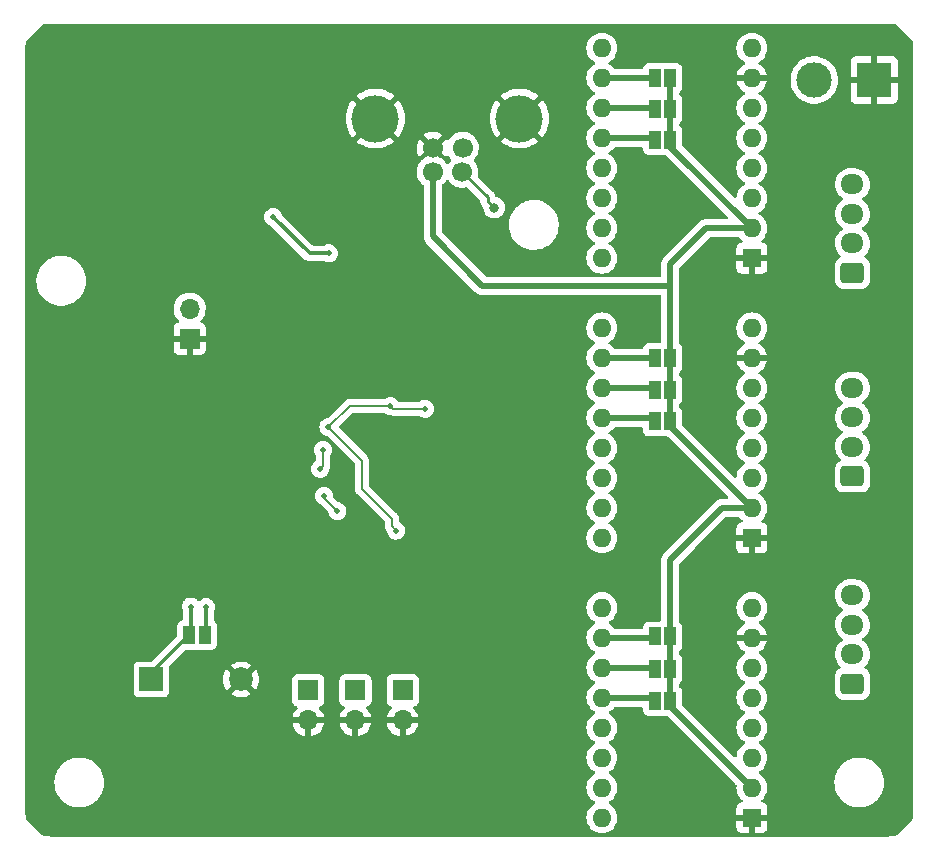
<source format=gbl>
%TF.GenerationSoftware,KiCad,Pcbnew,(6.0.6)*%
%TF.CreationDate,2022-10-10T12:51:25+02:00*%
%TF.ProjectId,startrckr_pcb,73746172-7472-4636-9b72-5f7063622e6b,rev?*%
%TF.SameCoordinates,Original*%
%TF.FileFunction,Copper,L2,Bot*%
%TF.FilePolarity,Positive*%
%FSLAX46Y46*%
G04 Gerber Fmt 4.6, Leading zero omitted, Abs format (unit mm)*
G04 Created by KiCad (PCBNEW (6.0.6)) date 2022-10-10 12:51:25*
%MOMM*%
%LPD*%
G01*
G04 APERTURE LIST*
G04 Aperture macros list*
%AMRoundRect*
0 Rectangle with rounded corners*
0 $1 Rounding radius*
0 $2 $3 $4 $5 $6 $7 $8 $9 X,Y pos of 4 corners*
0 Add a 4 corners polygon primitive as box body*
4,1,4,$2,$3,$4,$5,$6,$7,$8,$9,$2,$3,0*
0 Add four circle primitives for the rounded corners*
1,1,$1+$1,$2,$3*
1,1,$1+$1,$4,$5*
1,1,$1+$1,$6,$7*
1,1,$1+$1,$8,$9*
0 Add four rect primitives between the rounded corners*
20,1,$1+$1,$2,$3,$4,$5,0*
20,1,$1+$1,$4,$5,$6,$7,0*
20,1,$1+$1,$6,$7,$8,$9,0*
20,1,$1+$1,$8,$9,$2,$3,0*%
G04 Aperture macros list end*
%TA.AperFunction,ComponentPad*%
%ADD10R,1.700000X1.700000*%
%TD*%
%TA.AperFunction,ComponentPad*%
%ADD11O,1.700000X1.700000*%
%TD*%
%TA.AperFunction,ComponentPad*%
%ADD12RoundRect,0.250000X0.725000X-0.600000X0.725000X0.600000X-0.725000X0.600000X-0.725000X-0.600000X0*%
%TD*%
%TA.AperFunction,ComponentPad*%
%ADD13O,1.950000X1.700000*%
%TD*%
%TA.AperFunction,ComponentPad*%
%ADD14R,3.000000X3.000000*%
%TD*%
%TA.AperFunction,ComponentPad*%
%ADD15C,3.000000*%
%TD*%
%TA.AperFunction,ComponentPad*%
%ADD16C,1.700000*%
%TD*%
%TA.AperFunction,ComponentPad*%
%ADD17C,4.000000*%
%TD*%
%TA.AperFunction,ComponentPad*%
%ADD18R,1.600000X1.600000*%
%TD*%
%TA.AperFunction,ComponentPad*%
%ADD19O,1.600000X1.600000*%
%TD*%
%TA.AperFunction,ComponentPad*%
%ADD20R,2.000000X2.000000*%
%TD*%
%TA.AperFunction,ComponentPad*%
%ADD21C,2.000000*%
%TD*%
%TA.AperFunction,SMDPad,CuDef*%
%ADD22R,1.000000X1.500000*%
%TD*%
%TA.AperFunction,ViaPad*%
%ADD23C,0.800000*%
%TD*%
%TA.AperFunction,ViaPad*%
%ADD24C,0.508000*%
%TD*%
%TA.AperFunction,Conductor*%
%ADD25C,0.508000*%
%TD*%
%TA.AperFunction,Conductor*%
%ADD26C,0.254000*%
%TD*%
%TA.AperFunction,Conductor*%
%ADD27C,0.304800*%
%TD*%
%TA.AperFunction,Conductor*%
%ADD28C,0.152400*%
%TD*%
%TA.AperFunction,Conductor*%
%ADD29C,0.635000*%
%TD*%
G04 APERTURE END LIST*
D10*
%TO.P,J8,1,Pin_1*%
%TO.N,LS3*%
X189929056Y-115387290D03*
D11*
%TO.P,J8,2,Pin_2*%
%TO.N,GND*%
X189929056Y-117927290D03*
%TD*%
D10*
%TO.P,J7,1,Pin_1*%
%TO.N,LS2*%
X185939838Y-115387290D03*
D11*
%TO.P,J7,2,Pin_2*%
%TO.N,GND*%
X185939838Y-117927290D03*
%TD*%
D10*
%TO.P,J5,1,Pin_1*%
%TO.N,GND*%
X171902643Y-85602301D03*
D11*
%TO.P,J5,2,Pin_2*%
%TO.N,Net-(J5-Pad2)*%
X171902643Y-83062301D03*
%TD*%
D12*
%TO.P,J10,1,Pin_1*%
%TO.N,Net-(A3-Pad3)*%
X228014114Y-114818165D03*
D13*
%TO.P,J10,2,Pin_2*%
%TO.N,Net-(A3-Pad4)*%
X228014114Y-112318165D03*
%TO.P,J10,3,Pin_3*%
%TO.N,Net-(A3-Pad5)*%
X228014114Y-109818165D03*
%TO.P,J10,4,Pin_4*%
%TO.N,Net-(A3-Pad6)*%
X228014114Y-107318165D03*
%TD*%
D14*
%TO.P,J4,1,Pin_1*%
%TO.N,GND*%
X229866490Y-63704601D03*
D15*
%TO.P,J4,2,Pin_2*%
%TO.N,+12V*%
X224786490Y-63704601D03*
%TD*%
D10*
%TO.P,J6,1,Pin_1*%
%TO.N,LS1*%
X181950621Y-115387290D03*
D11*
%TO.P,J6,2,Pin_2*%
%TO.N,GND*%
X181950621Y-117927290D03*
%TD*%
D12*
%TO.P,J2,1,Pin_1*%
%TO.N,Net-(A1-Pad3)*%
X228014114Y-80026201D03*
D13*
%TO.P,J2,2,Pin_2*%
%TO.N,Net-(A1-Pad4)*%
X228014114Y-77526201D03*
%TO.P,J2,3,Pin_3*%
%TO.N,Net-(A1-Pad5)*%
X228014114Y-75026201D03*
%TO.P,J2,4,Pin_4*%
%TO.N,Net-(A1-Pad6)*%
X228014114Y-72526201D03*
%TD*%
D16*
%TO.P,J1,1,VBUS*%
%TO.N,+5V*%
X192474706Y-71470124D03*
%TO.P,J1,2,D-*%
%TO.N,USB_DM*%
X194974706Y-71470124D03*
%TO.P,J1,3,D+*%
%TO.N,USB_DP*%
X195014706Y-69470124D03*
%TO.P,J1,4,GND*%
%TO.N,GND*%
X192474706Y-69470124D03*
D17*
%TO.P,J1,5,Shield*%
X199824706Y-66970124D03*
X187624706Y-66970124D03*
%TD*%
D18*
%TO.P,A2,1,GND*%
%TO.N,GND*%
X219502645Y-102478942D03*
D19*
%TO.P,A2,2,VDD*%
%TO.N,+5V*%
X219502645Y-99938942D03*
%TO.P,A2,3,1B*%
%TO.N,Net-(A2-Pad3)*%
X219502645Y-97398942D03*
%TO.P,A2,4,1A*%
%TO.N,Net-(A2-Pad4)*%
X219502645Y-94858942D03*
%TO.P,A2,5,2A*%
%TO.N,Net-(A2-Pad5)*%
X219502645Y-92318942D03*
%TO.P,A2,6,2B*%
%TO.N,Net-(A2-Pad6)*%
X219502645Y-89778942D03*
%TO.P,A2,7,GND*%
%TO.N,GND*%
X219502645Y-87238942D03*
%TO.P,A2,8,VMOT*%
%TO.N,+12V*%
X219502645Y-84698942D03*
%TO.P,A2,9,~{ENABLE}*%
%TO.N,M2_ENABLE*%
X206802645Y-84698942D03*
%TO.P,A2,10,MS1*%
%TO.N,Net-(A2-Pad10)*%
X206802645Y-87238942D03*
%TO.P,A2,11,MS2*%
%TO.N,Net-(A2-Pad11)*%
X206802645Y-89778942D03*
%TO.P,A2,12,MS3*%
%TO.N,Net-(A2-Pad12)*%
X206802645Y-92318942D03*
%TO.P,A2,13,~{RESET}*%
%TO.N,Net-(A2-Pad13)*%
X206802645Y-94858942D03*
%TO.P,A2,14,~{SLEEP}*%
X206802645Y-97398942D03*
%TO.P,A2,15,STEP*%
%TO.N,M2_STEP*%
X206802645Y-99938942D03*
%TO.P,A2,16,DIR*%
%TO.N,M2_DIR*%
X206802645Y-102478942D03*
%TD*%
D18*
%TO.P,A3,1,GND*%
%TO.N,GND*%
X219502645Y-126166442D03*
D19*
%TO.P,A3,2,VDD*%
%TO.N,+5V*%
X219502645Y-123626442D03*
%TO.P,A3,3,1B*%
%TO.N,Net-(A3-Pad3)*%
X219502645Y-121086442D03*
%TO.P,A3,4,1A*%
%TO.N,Net-(A3-Pad4)*%
X219502645Y-118546442D03*
%TO.P,A3,5,2A*%
%TO.N,Net-(A3-Pad5)*%
X219502645Y-116006442D03*
%TO.P,A3,6,2B*%
%TO.N,Net-(A3-Pad6)*%
X219502645Y-113466442D03*
%TO.P,A3,7,GND*%
%TO.N,GND*%
X219502645Y-110926442D03*
%TO.P,A3,8,VMOT*%
%TO.N,+12V*%
X219502645Y-108386442D03*
%TO.P,A3,9,~{ENABLE}*%
%TO.N,M3_ENABLE*%
X206802645Y-108386442D03*
%TO.P,A3,10,MS1*%
%TO.N,Net-(A3-Pad10)*%
X206802645Y-110926442D03*
%TO.P,A3,11,MS2*%
%TO.N,Net-(A3-Pad11)*%
X206802645Y-113466442D03*
%TO.P,A3,12,MS3*%
%TO.N,Net-(A3-Pad12)*%
X206802645Y-116006442D03*
%TO.P,A3,13,~{RESET}*%
%TO.N,Net-(A3-Pad13)*%
X206802645Y-118546442D03*
%TO.P,A3,14,~{SLEEP}*%
X206802645Y-121086442D03*
%TO.P,A3,15,STEP*%
%TO.N,M3_STEP*%
X206802645Y-123626442D03*
%TO.P,A3,16,DIR*%
%TO.N,M3_DIR*%
X206802645Y-126166442D03*
%TD*%
D12*
%TO.P,J9,1,Pin_1*%
%TO.N,Net-(A2-Pad3)*%
X228014114Y-97269786D03*
D13*
%TO.P,J9,2,Pin_2*%
%TO.N,Net-(A2-Pad4)*%
X228014114Y-94769786D03*
%TO.P,J9,3,Pin_3*%
%TO.N,Net-(A2-Pad5)*%
X228014114Y-92269786D03*
%TO.P,J9,4,Pin_4*%
%TO.N,Net-(A2-Pad6)*%
X228014114Y-89769786D03*
%TD*%
D18*
%TO.P,A1,1,GND*%
%TO.N,GND*%
X219502645Y-78791442D03*
D19*
%TO.P,A1,2,VDD*%
%TO.N,+5V*%
X219502645Y-76251442D03*
%TO.P,A1,3,1B*%
%TO.N,Net-(A1-Pad3)*%
X219502645Y-73711442D03*
%TO.P,A1,4,1A*%
%TO.N,Net-(A1-Pad4)*%
X219502645Y-71171442D03*
%TO.P,A1,5,2A*%
%TO.N,Net-(A1-Pad5)*%
X219502645Y-68631442D03*
%TO.P,A1,6,2B*%
%TO.N,Net-(A1-Pad6)*%
X219502645Y-66091442D03*
%TO.P,A1,7,GND*%
%TO.N,GND*%
X219502645Y-63551442D03*
%TO.P,A1,8,VMOT*%
%TO.N,+12V*%
X219502645Y-61011442D03*
%TO.P,A1,9,~{ENABLE}*%
%TO.N,M1_ENABLE*%
X206802645Y-61011442D03*
%TO.P,A1,10,MS1*%
%TO.N,Net-(A1-Pad10)*%
X206802645Y-63551442D03*
%TO.P,A1,11,MS2*%
%TO.N,Net-(A1-Pad11)*%
X206802645Y-66091442D03*
%TO.P,A1,12,MS3*%
%TO.N,Net-(A1-Pad12)*%
X206802645Y-68631442D03*
%TO.P,A1,13,~{RESET}*%
%TO.N,Net-(A1-Pad13)*%
X206802645Y-71171442D03*
%TO.P,A1,14,~{SLEEP}*%
X206802645Y-73711442D03*
%TO.P,A1,15,STEP*%
%TO.N,M1_STEP*%
X206802645Y-76251442D03*
%TO.P,A1,16,DIR*%
%TO.N,M1_DIR*%
X206802645Y-78791442D03*
%TD*%
D20*
%TO.P,BZ1,1,-*%
%TO.N,Net-(BZ1-Pad1)*%
X168655736Y-114467166D03*
D21*
%TO.P,BZ1,2,+*%
%TO.N,GND*%
X176255736Y-114467166D03*
%TD*%
D22*
%TO.P,JP7,1,A*%
%TO.N,+5V*%
X212592622Y-92620424D03*
%TO.P,JP7,2,B*%
%TO.N,Net-(A2-Pad12)*%
X211292622Y-92620424D03*
%TD*%
%TO.P,JP2,1,A*%
%TO.N,+5V*%
X212592622Y-66154062D03*
%TO.P,JP2,2,B*%
%TO.N,Net-(A1-Pad11)*%
X211292622Y-66154062D03*
%TD*%
%TO.P,JP10,1,A*%
%TO.N,+5V*%
X212592622Y-116303824D03*
%TO.P,JP10,2,B*%
%TO.N,Net-(A3-Pad12)*%
X211292622Y-116303824D03*
%TD*%
%TO.P,JP4,1,A*%
%TO.N,BUZZER*%
X173174246Y-110690157D03*
%TO.P,JP4,2,B*%
%TO.N,Net-(BZ1-Pad1)*%
X171874246Y-110690157D03*
%TD*%
%TO.P,JP6,1,A*%
%TO.N,+5V*%
X212592622Y-89926645D03*
%TO.P,JP6,2,B*%
%TO.N,Net-(A2-Pad11)*%
X211292622Y-89926645D03*
%TD*%
%TO.P,JP8,1,A*%
%TO.N,+5V*%
X212592622Y-110816486D03*
%TO.P,JP8,2,B*%
%TO.N,Net-(A3-Pad10)*%
X211292622Y-110816486D03*
%TD*%
%TO.P,JP9,1,A*%
%TO.N,+5V*%
X212592622Y-113560155D03*
%TO.P,JP9,2,B*%
%TO.N,Net-(A3-Pad11)*%
X211292622Y-113560155D03*
%TD*%
%TO.P,JP5,1,A*%
%TO.N,+5V*%
X212592622Y-87232867D03*
%TO.P,JP5,2,B*%
%TO.N,Net-(A2-Pad10)*%
X211292622Y-87232867D03*
%TD*%
%TO.P,JP1,1,A*%
%TO.N,+5V*%
X212592622Y-63528515D03*
%TO.P,JP1,2,B*%
%TO.N,Net-(A1-Pad10)*%
X211292622Y-63528515D03*
%TD*%
%TO.P,JP3,1,A*%
%TO.N,+5V*%
X212592622Y-68779609D03*
%TO.P,JP3,2,B*%
%TO.N,Net-(A1-Pad12)*%
X211292622Y-68779609D03*
%TD*%
D23*
%TO.N,USB_DM*%
X197679802Y-74507179D03*
D24*
%TO.N,GND*%
X188121962Y-96211350D03*
X187586321Y-80200592D03*
D23*
X180336673Y-89150826D03*
X168441529Y-66283875D03*
D24*
X189031524Y-98070520D03*
X187833733Y-101944503D03*
X189975412Y-96211350D03*
X189969691Y-97126634D03*
X188104799Y-98070520D03*
X189048687Y-96211350D03*
X189958249Y-98070520D03*
X188116241Y-97126634D03*
X183815564Y-75108817D03*
X189042966Y-97126634D03*
%TO.N,+3V3*%
X178975469Y-75303678D03*
X183271892Y-98917040D03*
X184408186Y-100221550D03*
X183670103Y-78382955D03*
%TO.N,Net-(BZ1-Pad1)*%
X172004489Y-108289414D03*
%TO.N,BUZZER*%
X173298043Y-108347334D03*
%TO.N,+1V1*%
X188886688Y-91294558D03*
X183651198Y-93105104D03*
X189398071Y-101859262D03*
X191823596Y-91540347D03*
%TO.N,SD_MISO*%
X182946897Y-96620722D03*
X183179514Y-95040072D03*
%TD*%
D25*
%TO.N,+5V*%
X192474706Y-71470124D02*
X192474706Y-76943521D01*
X212592622Y-66154062D02*
X212592622Y-68779609D01*
X212592622Y-89926645D02*
X212592622Y-92620424D01*
X212592622Y-69341419D02*
X212592622Y-68779609D01*
X212592622Y-87232867D02*
X212592622Y-89926645D01*
X212592622Y-104321713D02*
X216975393Y-99938942D01*
X212592622Y-81140888D02*
X212592622Y-87232867D01*
X219502645Y-76251442D02*
X212592622Y-69341419D01*
X196672073Y-81140888D02*
X212592622Y-81140888D01*
X212592622Y-113560155D02*
X212592622Y-116303824D01*
X212592622Y-79256389D02*
X212592622Y-81140888D01*
X212592622Y-110816486D02*
X212592622Y-113560155D01*
X215597569Y-76251442D02*
X212592622Y-79256389D01*
X219502645Y-123626442D02*
X212592622Y-116716419D01*
X216975393Y-99938942D02*
X219502645Y-99938942D01*
X219502645Y-99938942D02*
X212592622Y-93028919D01*
X212592622Y-93028919D02*
X212592622Y-92620424D01*
X219502645Y-76251442D02*
X215597569Y-76251442D01*
X212592622Y-63528515D02*
X212592622Y-66154062D01*
X212592622Y-110816486D02*
X212592622Y-104321713D01*
X212592622Y-116716419D02*
X212592622Y-116303824D01*
X192474706Y-76943521D02*
X196672073Y-81140888D01*
D26*
%TO.N,USB_DM*%
X197679802Y-74507179D02*
X197152628Y-73980005D01*
X197152628Y-73648046D02*
X194974706Y-71470124D01*
X197152628Y-73980005D02*
X197152628Y-73648046D01*
D27*
%TO.N,+3V3*%
X183670103Y-78382955D02*
X182054746Y-78382955D01*
D28*
X183271892Y-99085256D02*
X183271892Y-98917040D01*
X184408186Y-100221550D02*
X183271892Y-99085256D01*
D27*
X182054746Y-78382955D02*
X178975469Y-75303678D01*
%TO.N,Net-(BZ1-Pad1)*%
X171874246Y-110690157D02*
X168655736Y-113908667D01*
X172004489Y-108289414D02*
X172004489Y-110559914D01*
X172004489Y-110559914D02*
X171874246Y-110690157D01*
%TO.N,BUZZER*%
X173298043Y-110566360D02*
X173174246Y-110690157D01*
X173298043Y-108347334D02*
X173298043Y-110566360D01*
D28*
%TO.N,+1V1*%
X188886688Y-91294558D02*
X189132477Y-91540347D01*
X186493961Y-95947867D02*
X183651198Y-93105104D01*
X189132477Y-91540347D02*
X191823596Y-91540347D01*
X183651198Y-93105104D02*
X185461744Y-91294558D01*
X189019787Y-100840486D02*
X186493961Y-98314660D01*
X189019787Y-101480978D02*
X189019787Y-100840486D01*
X185461744Y-91294558D02*
X188886688Y-91294558D01*
X186493961Y-98314660D02*
X186493961Y-95947867D01*
X189398071Y-101859262D02*
X189019787Y-101480978D01*
%TO.N,SD_MISO*%
X182946897Y-96620722D02*
X183179514Y-96388105D01*
X183179514Y-96388105D02*
X183179514Y-95040072D01*
D25*
%TO.N,Net-(A1-Pad10)*%
X211269695Y-63551442D02*
X211292622Y-63528515D01*
X206802645Y-63551442D02*
X211269695Y-63551442D01*
%TO.N,Net-(A1-Pad11)*%
X211230002Y-66091442D02*
X211292622Y-66154062D01*
X206802645Y-66091442D02*
X211230002Y-66091442D01*
%TO.N,Net-(A1-Pad12)*%
X206802645Y-68631442D02*
X211144455Y-68631442D01*
X211144455Y-68631442D02*
X211292622Y-68779609D01*
D29*
%TO.N,Net-(A2-Pad3)*%
X227884958Y-97398942D02*
X228014114Y-97269786D01*
%TO.N,Net-(A2-Pad4)*%
X227924958Y-94858942D02*
X228014114Y-94769786D01*
%TO.N,Net-(A2-Pad5)*%
X227964958Y-92318942D02*
X228014114Y-92269786D01*
%TO.N,Net-(A2-Pad6)*%
X228004958Y-89778942D02*
X228014114Y-89769786D01*
D25*
%TO.N,Net-(A2-Pad10)*%
X211286547Y-87238942D02*
X211292622Y-87232867D01*
X206802645Y-87238942D02*
X211286547Y-87238942D01*
%TO.N,Net-(A2-Pad11)*%
X206802645Y-89778942D02*
X211144919Y-89778942D01*
X211144919Y-89778942D02*
X211292622Y-89926645D01*
%TO.N,Net-(A2-Pad12)*%
X210991140Y-92318942D02*
X211292622Y-92620424D01*
X206802645Y-92318942D02*
X210991140Y-92318942D01*
%TO.N,Net-(A3-Pad10)*%
X211182666Y-110926442D02*
X211292622Y-110816486D01*
X206802645Y-110926442D02*
X211182666Y-110926442D01*
%TO.N,Net-(A3-Pad11)*%
X206802645Y-113466442D02*
X211198909Y-113466442D01*
X211198909Y-113466442D02*
X211292622Y-113560155D01*
%TO.N,Net-(A3-Pad12)*%
X210995240Y-116006442D02*
X211292622Y-116303824D01*
X206802645Y-116006442D02*
X210995240Y-116006442D01*
%TD*%
%TA.AperFunction,Conductor*%
%TO.N,GND*%
G36*
X231110018Y-58930000D02*
G01*
X231124851Y-58932310D01*
X231124855Y-58932310D01*
X231133724Y-58933691D01*
X231142626Y-58932527D01*
X231142629Y-58932527D01*
X231150012Y-58931561D01*
X231174591Y-58930767D01*
X231201442Y-58932527D01*
X231396922Y-58945340D01*
X231413262Y-58947491D01*
X231535477Y-58971801D01*
X231657696Y-58996112D01*
X231673606Y-59000375D01*
X231716592Y-59014967D01*
X231765184Y-59045184D01*
X233054816Y-60334816D01*
X233085033Y-60383408D01*
X233099625Y-60426394D01*
X233103889Y-60442307D01*
X233152509Y-60686738D01*
X233154660Y-60703078D01*
X233168763Y-60918236D01*
X233167733Y-60941350D01*
X233167690Y-60944854D01*
X233166309Y-60953724D01*
X233167473Y-60962626D01*
X233167473Y-60962628D01*
X233170436Y-60985283D01*
X233171500Y-61001621D01*
X233171500Y-125680633D01*
X233170000Y-125700018D01*
X233167690Y-125714851D01*
X233167690Y-125714855D01*
X233166309Y-125723724D01*
X233167473Y-125732626D01*
X233167473Y-125732629D01*
X233168439Y-125740012D01*
X233169233Y-125764591D01*
X233154660Y-125986922D01*
X233152509Y-126003262D01*
X233103889Y-126247693D01*
X233099625Y-126263606D01*
X233085034Y-126306591D01*
X233054816Y-126355184D01*
X231765184Y-127644816D01*
X231716592Y-127675033D01*
X231673606Y-127689625D01*
X231657696Y-127693888D01*
X231535477Y-127718199D01*
X231413262Y-127742509D01*
X231396922Y-127744660D01*
X231248134Y-127754413D01*
X231181763Y-127758763D01*
X231158650Y-127757733D01*
X231155146Y-127757690D01*
X231146276Y-127756309D01*
X231137374Y-127757473D01*
X231137372Y-127757473D01*
X231123915Y-127759233D01*
X231114714Y-127760436D01*
X231098379Y-127761500D01*
X160069367Y-127761500D01*
X160049982Y-127760000D01*
X160035149Y-127757690D01*
X160035145Y-127757690D01*
X160026276Y-127756309D01*
X160017374Y-127757473D01*
X160017371Y-127757473D01*
X160009988Y-127758439D01*
X159985409Y-127759233D01*
X159940799Y-127756309D01*
X159763078Y-127744660D01*
X159746738Y-127742509D01*
X159624523Y-127718199D01*
X159502304Y-127693888D01*
X159486394Y-127689625D01*
X159443408Y-127675033D01*
X159394816Y-127644816D01*
X158105184Y-126355184D01*
X158074966Y-126306591D01*
X158060375Y-126263606D01*
X158056111Y-126247693D01*
X158007491Y-126003262D01*
X158005340Y-125986922D01*
X157991476Y-125775407D01*
X157992650Y-125752232D01*
X157992334Y-125752204D01*
X157992770Y-125747344D01*
X157993576Y-125742552D01*
X157993729Y-125730000D01*
X157989773Y-125702376D01*
X157988500Y-125684514D01*
X157988500Y-123167869D01*
X160446689Y-123167869D01*
X160463238Y-123454883D01*
X160464063Y-123459088D01*
X160464064Y-123459096D01*
X160495822Y-123620967D01*
X160518586Y-123736995D01*
X160519973Y-123741045D01*
X160519974Y-123741050D01*
X160595557Y-123961807D01*
X160611710Y-124008986D01*
X160644185Y-124073555D01*
X160701310Y-124187135D01*
X160740885Y-124265822D01*
X160903721Y-124502750D01*
X161097206Y-124715388D01*
X161100501Y-124718143D01*
X161100502Y-124718144D01*
X161279686Y-124867964D01*
X161317759Y-124899798D01*
X161561298Y-125052571D01*
X161823318Y-125170877D01*
X161827437Y-125172097D01*
X162094857Y-125251311D01*
X162094862Y-125251312D01*
X162098970Y-125252529D01*
X162103204Y-125253177D01*
X162103209Y-125253178D01*
X162351811Y-125291219D01*
X162383153Y-125296015D01*
X162529485Y-125298314D01*
X162666317Y-125300464D01*
X162666323Y-125300464D01*
X162670608Y-125300531D01*
X162674860Y-125300016D01*
X162674868Y-125300016D01*
X162951756Y-125266508D01*
X162951761Y-125266507D01*
X162956017Y-125265992D01*
X163234097Y-125193039D01*
X163499704Y-125083021D01*
X163644931Y-124998157D01*
X163744219Y-124940138D01*
X163744220Y-124940137D01*
X163747922Y-124937974D01*
X163974159Y-124760582D01*
X164015285Y-124718144D01*
X164171244Y-124557206D01*
X164174227Y-124554128D01*
X164176760Y-124550680D01*
X164176764Y-124550675D01*
X164341887Y-124325886D01*
X164344425Y-124322431D01*
X164475692Y-124080667D01*
X164479554Y-124073555D01*
X164479555Y-124073553D01*
X164481604Y-124069779D01*
X164583225Y-123800848D01*
X164647407Y-123520613D01*
X164652038Y-123468731D01*
X164672743Y-123236726D01*
X164672743Y-123236724D01*
X164672963Y-123234260D01*
X164673427Y-123190000D01*
X164658408Y-122969693D01*
X164654165Y-122907452D01*
X164654164Y-122907446D01*
X164653873Y-122903175D01*
X164649336Y-122881264D01*
X164596443Y-122625855D01*
X164595574Y-122621658D01*
X164499607Y-122350657D01*
X164367750Y-122095188D01*
X164363221Y-122088743D01*
X164204904Y-121863482D01*
X164202441Y-121859977D01*
X164006740Y-121649378D01*
X163784268Y-121467287D01*
X163539142Y-121317073D01*
X163521048Y-121309130D01*
X163279830Y-121203243D01*
X163275898Y-121201517D01*
X163249963Y-121194129D01*
X163003534Y-121123932D01*
X163003535Y-121123932D01*
X162999406Y-121122756D01*
X162782716Y-121091917D01*
X162719036Y-121082854D01*
X162719034Y-121082854D01*
X162714784Y-121082249D01*
X162710495Y-121082227D01*
X162710488Y-121082226D01*
X162431583Y-121080765D01*
X162431576Y-121080765D01*
X162427297Y-121080743D01*
X162423053Y-121081302D01*
X162423049Y-121081302D01*
X162297660Y-121097810D01*
X162142266Y-121118268D01*
X162138126Y-121119401D01*
X162138124Y-121119401D01*
X162061311Y-121140415D01*
X161864964Y-121194129D01*
X161861016Y-121195813D01*
X161604476Y-121305237D01*
X161604472Y-121305239D01*
X161600524Y-121306923D01*
X161578935Y-121319844D01*
X161357521Y-121452357D01*
X161357517Y-121452360D01*
X161353839Y-121454561D01*
X161129472Y-121634313D01*
X160931577Y-121842851D01*
X160763814Y-122076317D01*
X160629288Y-122330392D01*
X160530489Y-122600373D01*
X160469245Y-122881264D01*
X160468909Y-122885534D01*
X160447196Y-123161428D01*
X160447195Y-123161428D01*
X160447196Y-123161430D01*
X160446689Y-123167869D01*
X157988500Y-123167869D01*
X157988500Y-118195256D01*
X180618878Y-118195256D01*
X180649186Y-118329736D01*
X180652266Y-118339565D01*
X180732391Y-118536893D01*
X180737034Y-118546084D01*
X180848315Y-118727678D01*
X180854398Y-118735989D01*
X180993834Y-118896957D01*
X181001201Y-118904173D01*
X181165055Y-119040206D01*
X181173502Y-119046121D01*
X181357377Y-119153569D01*
X181366663Y-119158019D01*
X181565622Y-119233993D01*
X181575520Y-119236869D01*
X181678871Y-119257896D01*
X181692920Y-119256700D01*
X181696621Y-119246355D01*
X181696621Y-119245807D01*
X182204621Y-119245807D01*
X182208685Y-119259649D01*
X182222099Y-119261683D01*
X182228805Y-119260824D01*
X182238883Y-119258682D01*
X182442876Y-119197481D01*
X182452463Y-119193723D01*
X182643716Y-119100029D01*
X182652566Y-119094754D01*
X182825949Y-118971082D01*
X182833821Y-118964429D01*
X182984673Y-118814102D01*
X182991351Y-118806255D01*
X183115624Y-118633310D01*
X183120934Y-118624473D01*
X183215291Y-118433557D01*
X183219090Y-118423962D01*
X183280998Y-118220200D01*
X183283176Y-118210127D01*
X183284607Y-118199252D01*
X183283984Y-118195256D01*
X184608095Y-118195256D01*
X184638403Y-118329736D01*
X184641483Y-118339565D01*
X184721608Y-118536893D01*
X184726251Y-118546084D01*
X184837532Y-118727678D01*
X184843615Y-118735989D01*
X184983051Y-118896957D01*
X184990418Y-118904173D01*
X185154272Y-119040206D01*
X185162719Y-119046121D01*
X185346594Y-119153569D01*
X185355880Y-119158019D01*
X185554839Y-119233993D01*
X185564737Y-119236869D01*
X185668088Y-119257896D01*
X185682137Y-119256700D01*
X185685838Y-119246355D01*
X185685838Y-119245807D01*
X186193838Y-119245807D01*
X186197902Y-119259649D01*
X186211316Y-119261683D01*
X186218022Y-119260824D01*
X186228100Y-119258682D01*
X186432093Y-119197481D01*
X186441680Y-119193723D01*
X186632933Y-119100029D01*
X186641783Y-119094754D01*
X186815166Y-118971082D01*
X186823038Y-118964429D01*
X186973890Y-118814102D01*
X186980568Y-118806255D01*
X187104841Y-118633310D01*
X187110151Y-118624473D01*
X187204508Y-118433557D01*
X187208307Y-118423962D01*
X187270215Y-118220200D01*
X187272393Y-118210127D01*
X187273824Y-118199252D01*
X187273201Y-118195256D01*
X188597313Y-118195256D01*
X188627621Y-118329736D01*
X188630701Y-118339565D01*
X188710826Y-118536893D01*
X188715469Y-118546084D01*
X188826750Y-118727678D01*
X188832833Y-118735989D01*
X188972269Y-118896957D01*
X188979636Y-118904173D01*
X189143490Y-119040206D01*
X189151937Y-119046121D01*
X189335812Y-119153569D01*
X189345098Y-119158019D01*
X189544057Y-119233993D01*
X189553955Y-119236869D01*
X189657306Y-119257896D01*
X189671355Y-119256700D01*
X189675056Y-119246355D01*
X189675056Y-119245807D01*
X190183056Y-119245807D01*
X190187120Y-119259649D01*
X190200534Y-119261683D01*
X190207240Y-119260824D01*
X190217318Y-119258682D01*
X190421311Y-119197481D01*
X190430898Y-119193723D01*
X190622151Y-119100029D01*
X190631001Y-119094754D01*
X190804384Y-118971082D01*
X190812256Y-118964429D01*
X190963108Y-118814102D01*
X190969786Y-118806255D01*
X191094059Y-118633310D01*
X191099369Y-118624473D01*
X191193726Y-118433557D01*
X191197525Y-118423962D01*
X191259433Y-118220200D01*
X191261611Y-118210127D01*
X191263042Y-118199252D01*
X191260831Y-118185068D01*
X191247673Y-118181290D01*
X190201171Y-118181290D01*
X190185932Y-118185765D01*
X190184727Y-118187155D01*
X190183056Y-118194838D01*
X190183056Y-119245807D01*
X189675056Y-119245807D01*
X189675056Y-118199405D01*
X189670581Y-118184166D01*
X189669191Y-118182961D01*
X189661508Y-118181290D01*
X188612281Y-118181290D01*
X188598750Y-118185263D01*
X188597313Y-118195256D01*
X187273201Y-118195256D01*
X187271613Y-118185068D01*
X187258455Y-118181290D01*
X186211953Y-118181290D01*
X186196714Y-118185765D01*
X186195509Y-118187155D01*
X186193838Y-118194838D01*
X186193838Y-119245807D01*
X185685838Y-119245807D01*
X185685838Y-118199405D01*
X185681363Y-118184166D01*
X185679973Y-118182961D01*
X185672290Y-118181290D01*
X184623063Y-118181290D01*
X184609532Y-118185263D01*
X184608095Y-118195256D01*
X183283984Y-118195256D01*
X183282396Y-118185068D01*
X183269238Y-118181290D01*
X182222736Y-118181290D01*
X182207497Y-118185765D01*
X182206292Y-118187155D01*
X182204621Y-118194838D01*
X182204621Y-119245807D01*
X181696621Y-119245807D01*
X181696621Y-118199405D01*
X181692146Y-118184166D01*
X181690756Y-118182961D01*
X181683073Y-118181290D01*
X180633846Y-118181290D01*
X180620315Y-118185263D01*
X180618878Y-118195256D01*
X157988500Y-118195256D01*
X157988500Y-116285424D01*
X180592121Y-116285424D01*
X180598876Y-116347606D01*
X180650006Y-116483995D01*
X180737360Y-116600551D01*
X180853916Y-116687905D01*
X180862325Y-116691057D01*
X180862326Y-116691058D01*
X180971581Y-116732016D01*
X181028346Y-116774657D01*
X181053046Y-116841219D01*
X181037839Y-116910568D01*
X181018446Y-116937049D01*
X180895211Y-117066007D01*
X180888725Y-117074017D01*
X180768719Y-117249939D01*
X180763621Y-117258913D01*
X180673959Y-117452073D01*
X180670396Y-117461760D01*
X180615010Y-117661473D01*
X180616533Y-117669897D01*
X180628913Y-117673290D01*
X183268965Y-117673290D01*
X183282496Y-117669317D01*
X183283801Y-117660237D01*
X183241835Y-117493165D01*
X183238515Y-117483414D01*
X183153593Y-117288104D01*
X183148726Y-117279029D01*
X183033047Y-117100216D01*
X183026757Y-117092047D01*
X182882914Y-116933967D01*
X182851862Y-116870121D01*
X182860256Y-116799623D01*
X182905433Y-116744854D01*
X182931877Y-116731185D01*
X183038918Y-116691057D01*
X183047326Y-116687905D01*
X183163882Y-116600551D01*
X183251236Y-116483995D01*
X183302366Y-116347606D01*
X183309121Y-116285424D01*
X184581338Y-116285424D01*
X184588093Y-116347606D01*
X184639223Y-116483995D01*
X184726577Y-116600551D01*
X184843133Y-116687905D01*
X184851542Y-116691057D01*
X184851543Y-116691058D01*
X184960798Y-116732016D01*
X185017563Y-116774657D01*
X185042263Y-116841219D01*
X185027056Y-116910568D01*
X185007663Y-116937049D01*
X184884428Y-117066007D01*
X184877942Y-117074017D01*
X184757936Y-117249939D01*
X184752838Y-117258913D01*
X184663176Y-117452073D01*
X184659613Y-117461760D01*
X184604227Y-117661473D01*
X184605750Y-117669897D01*
X184618130Y-117673290D01*
X187258182Y-117673290D01*
X187271713Y-117669317D01*
X187273018Y-117660237D01*
X187231052Y-117493165D01*
X187227732Y-117483414D01*
X187142810Y-117288104D01*
X187137943Y-117279029D01*
X187022264Y-117100216D01*
X187015974Y-117092047D01*
X186872131Y-116933967D01*
X186841079Y-116870121D01*
X186849473Y-116799623D01*
X186894650Y-116744854D01*
X186921094Y-116731185D01*
X187028135Y-116691057D01*
X187036543Y-116687905D01*
X187153099Y-116600551D01*
X187240453Y-116483995D01*
X187291583Y-116347606D01*
X187298338Y-116285424D01*
X188570556Y-116285424D01*
X188577311Y-116347606D01*
X188628441Y-116483995D01*
X188715795Y-116600551D01*
X188832351Y-116687905D01*
X188840760Y-116691057D01*
X188840761Y-116691058D01*
X188950016Y-116732016D01*
X189006781Y-116774657D01*
X189031481Y-116841219D01*
X189016274Y-116910568D01*
X188996881Y-116937049D01*
X188873646Y-117066007D01*
X188867160Y-117074017D01*
X188747154Y-117249939D01*
X188742056Y-117258913D01*
X188652394Y-117452073D01*
X188648831Y-117461760D01*
X188593445Y-117661473D01*
X188594968Y-117669897D01*
X188607348Y-117673290D01*
X191247400Y-117673290D01*
X191260931Y-117669317D01*
X191262236Y-117660237D01*
X191220270Y-117493165D01*
X191216950Y-117483414D01*
X191132028Y-117288104D01*
X191127161Y-117279029D01*
X191011482Y-117100216D01*
X191005192Y-117092047D01*
X190861349Y-116933967D01*
X190830297Y-116870121D01*
X190838691Y-116799623D01*
X190883868Y-116744854D01*
X190910312Y-116731185D01*
X191017353Y-116691057D01*
X191025761Y-116687905D01*
X191142317Y-116600551D01*
X191229671Y-116483995D01*
X191280801Y-116347606D01*
X191287556Y-116285424D01*
X191287556Y-114489156D01*
X191280801Y-114426974D01*
X191229671Y-114290585D01*
X191142317Y-114174029D01*
X191025761Y-114086675D01*
X190889372Y-114035545D01*
X190827190Y-114028790D01*
X189030922Y-114028790D01*
X188968740Y-114035545D01*
X188832351Y-114086675D01*
X188715795Y-114174029D01*
X188628441Y-114290585D01*
X188577311Y-114426974D01*
X188570556Y-114489156D01*
X188570556Y-116285424D01*
X187298338Y-116285424D01*
X187298338Y-114489156D01*
X187291583Y-114426974D01*
X187240453Y-114290585D01*
X187153099Y-114174029D01*
X187036543Y-114086675D01*
X186900154Y-114035545D01*
X186837972Y-114028790D01*
X185041704Y-114028790D01*
X184979522Y-114035545D01*
X184843133Y-114086675D01*
X184726577Y-114174029D01*
X184639223Y-114290585D01*
X184588093Y-114426974D01*
X184581338Y-114489156D01*
X184581338Y-116285424D01*
X183309121Y-116285424D01*
X183309121Y-114489156D01*
X183302366Y-114426974D01*
X183251236Y-114290585D01*
X183163882Y-114174029D01*
X183047326Y-114086675D01*
X182910937Y-114035545D01*
X182848755Y-114028790D01*
X181052487Y-114028790D01*
X180990305Y-114035545D01*
X180853916Y-114086675D01*
X180737360Y-114174029D01*
X180650006Y-114290585D01*
X180598876Y-114426974D01*
X180592121Y-114489156D01*
X180592121Y-116285424D01*
X157988500Y-116285424D01*
X157988500Y-115515300D01*
X167147236Y-115515300D01*
X167153991Y-115577482D01*
X167205121Y-115713871D01*
X167292475Y-115830427D01*
X167409031Y-115917781D01*
X167545420Y-115968911D01*
X167607602Y-115975666D01*
X169703870Y-115975666D01*
X169766052Y-115968911D01*
X169902441Y-115917781D01*
X170018997Y-115830427D01*
X170106351Y-115713871D01*
X170111612Y-115699836D01*
X175387896Y-115699836D01*
X175393623Y-115707486D01*
X175564778Y-115812371D01*
X175573573Y-115816853D01*
X175783724Y-115903900D01*
X175793109Y-115906949D01*
X176014290Y-115960051D01*
X176024037Y-115961594D01*
X176250806Y-115979441D01*
X176260666Y-115979441D01*
X176487435Y-115961594D01*
X176497182Y-115960051D01*
X176718363Y-115906949D01*
X176727748Y-115903900D01*
X176937899Y-115816853D01*
X176946694Y-115812371D01*
X177114181Y-115709734D01*
X177123643Y-115699276D01*
X177119860Y-115690500D01*
X176268548Y-114839188D01*
X176254604Y-114831574D01*
X176252771Y-114831705D01*
X176246156Y-114835956D01*
X175394656Y-115687456D01*
X175387896Y-115699836D01*
X170111612Y-115699836D01*
X170157481Y-115577482D01*
X170164236Y-115515300D01*
X170164236Y-114472096D01*
X174743461Y-114472096D01*
X174761308Y-114698865D01*
X174762851Y-114708612D01*
X174815953Y-114929793D01*
X174819002Y-114939178D01*
X174906049Y-115149329D01*
X174910531Y-115158124D01*
X175013168Y-115325611D01*
X175023626Y-115335073D01*
X175032402Y-115331290D01*
X175883714Y-114479978D01*
X175890092Y-114468298D01*
X176620144Y-114468298D01*
X176620275Y-114470131D01*
X176624526Y-114476746D01*
X177476026Y-115328246D01*
X177488406Y-115335006D01*
X177496056Y-115329279D01*
X177600941Y-115158124D01*
X177605423Y-115149329D01*
X177692470Y-114939178D01*
X177695519Y-114929793D01*
X177748621Y-114708612D01*
X177750164Y-114698865D01*
X177768011Y-114472096D01*
X177768011Y-114462236D01*
X177750164Y-114235467D01*
X177748621Y-114225720D01*
X177695519Y-114004539D01*
X177692470Y-113995154D01*
X177605423Y-113785003D01*
X177600941Y-113776208D01*
X177498304Y-113608721D01*
X177487846Y-113599259D01*
X177479070Y-113603042D01*
X176627758Y-114454354D01*
X176620144Y-114468298D01*
X175890092Y-114468298D01*
X175891328Y-114466034D01*
X175891197Y-114464201D01*
X175886946Y-114457586D01*
X175035446Y-113606086D01*
X175023066Y-113599326D01*
X175015416Y-113605053D01*
X174910531Y-113776208D01*
X174906049Y-113785003D01*
X174819002Y-113995154D01*
X174815953Y-114004539D01*
X174762851Y-114225720D01*
X174761308Y-114235467D01*
X174743461Y-114462236D01*
X174743461Y-114472096D01*
X170164236Y-114472096D01*
X170164236Y-113419032D01*
X170162847Y-113406241D01*
X170162504Y-113403087D01*
X170175032Y-113333205D01*
X170198672Y-113300385D01*
X170264001Y-113235056D01*
X175387829Y-113235056D01*
X175391612Y-113243832D01*
X176242924Y-114095144D01*
X176256868Y-114102758D01*
X176258701Y-114102627D01*
X176265316Y-114098376D01*
X177116816Y-113246876D01*
X177123576Y-113234496D01*
X177117849Y-113226846D01*
X176946694Y-113121961D01*
X176937899Y-113117479D01*
X176727748Y-113030432D01*
X176718363Y-113027383D01*
X176497182Y-112974281D01*
X176487435Y-112972738D01*
X176260666Y-112954891D01*
X176250806Y-112954891D01*
X176024037Y-112972738D01*
X176014290Y-112974281D01*
X175793109Y-113027383D01*
X175783724Y-113030432D01*
X175573573Y-113117479D01*
X175564778Y-113121961D01*
X175397291Y-113224598D01*
X175387829Y-113235056D01*
X170264001Y-113235056D01*
X171513495Y-111985562D01*
X171575807Y-111951536D01*
X171602590Y-111948657D01*
X172422380Y-111948657D01*
X172484562Y-111941902D01*
X172491961Y-111939128D01*
X172495100Y-111938382D01*
X172553392Y-111938382D01*
X172556531Y-111939128D01*
X172563930Y-111941902D01*
X172626112Y-111948657D01*
X173722380Y-111948657D01*
X173784562Y-111941902D01*
X173920951Y-111890772D01*
X174037507Y-111803418D01*
X174124861Y-111686862D01*
X174175991Y-111550473D01*
X174182746Y-111488291D01*
X174182746Y-109892023D01*
X174175991Y-109829841D01*
X174124861Y-109693452D01*
X174037507Y-109576896D01*
X174030325Y-109571513D01*
X174009377Y-109555813D01*
X173966862Y-109498954D01*
X173958943Y-109454988D01*
X173958943Y-108768585D01*
X173976144Y-108711620D01*
X173973396Y-108710208D01*
X173976612Y-108703949D01*
X173980514Y-108698077D01*
X174041261Y-108538160D01*
X174048053Y-108489832D01*
X174064518Y-108372681D01*
X174064518Y-108372678D01*
X174065069Y-108368759D01*
X174065368Y-108347334D01*
X174046299Y-108177334D01*
X174041599Y-108163835D01*
X173992357Y-108022431D01*
X173992356Y-108022429D01*
X173990042Y-108015784D01*
X173951973Y-107954860D01*
X173903124Y-107876686D01*
X173899391Y-107870712D01*
X173778852Y-107749328D01*
X173708587Y-107704737D01*
X173640359Y-107661438D01*
X173640356Y-107661436D01*
X173634416Y-107657667D01*
X173627783Y-107655305D01*
X173479897Y-107602645D01*
X173479892Y-107602644D01*
X173473262Y-107600283D01*
X173466274Y-107599450D01*
X173466271Y-107599449D01*
X173350698Y-107585668D01*
X173303400Y-107580028D01*
X173296397Y-107580764D01*
X173296396Y-107580764D01*
X173252001Y-107585430D01*
X173133271Y-107597909D01*
X173123114Y-107601367D01*
X172977999Y-107650768D01*
X172977996Y-107650769D01*
X172971332Y-107653038D01*
X172825631Y-107742674D01*
X172820600Y-107747601D01*
X172820597Y-107747603D01*
X172768295Y-107798821D01*
X172705630Y-107832191D01*
X172634871Y-107826385D01*
X172590732Y-107797581D01*
X172490261Y-107696406D01*
X172485298Y-107691408D01*
X172366530Y-107616036D01*
X172346805Y-107603518D01*
X172346802Y-107603516D01*
X172340862Y-107599747D01*
X172334229Y-107597385D01*
X172186343Y-107544725D01*
X172186338Y-107544724D01*
X172179708Y-107542363D01*
X172172720Y-107541530D01*
X172172717Y-107541529D01*
X172057144Y-107527748D01*
X172009846Y-107522108D01*
X172002843Y-107522844D01*
X172002842Y-107522844D01*
X171958447Y-107527510D01*
X171839717Y-107539989D01*
X171829560Y-107543447D01*
X171684445Y-107592848D01*
X171684442Y-107592849D01*
X171677778Y-107595118D01*
X171532077Y-107684754D01*
X171527046Y-107689681D01*
X171527043Y-107689683D01*
X171481094Y-107734680D01*
X171409855Y-107804442D01*
X171406036Y-107810367D01*
X171406035Y-107810369D01*
X171372528Y-107862362D01*
X171317187Y-107948234D01*
X171314776Y-107954857D01*
X171314775Y-107954860D01*
X171261089Y-108102361D01*
X171261088Y-108102366D01*
X171258679Y-108108984D01*
X171237239Y-108278700D01*
X171253932Y-108448950D01*
X171307929Y-108611270D01*
X171325366Y-108640062D01*
X171343589Y-108705331D01*
X171343589Y-109321221D01*
X171323587Y-109389342D01*
X171269931Y-109435835D01*
X171261819Y-109439203D01*
X171142657Y-109483875D01*
X171127541Y-109489542D01*
X171010985Y-109576896D01*
X170923631Y-109693452D01*
X170872501Y-109829841D01*
X170865746Y-109892023D01*
X170865746Y-110711813D01*
X170845744Y-110779934D01*
X170828841Y-110800908D01*
X168707989Y-112921761D01*
X168645677Y-112955786D01*
X168618894Y-112958666D01*
X167607602Y-112958666D01*
X167545420Y-112965421D01*
X167409031Y-113016551D01*
X167292475Y-113103905D01*
X167205121Y-113220461D01*
X167153991Y-113356850D01*
X167147236Y-113419032D01*
X167147236Y-115515300D01*
X157988500Y-115515300D01*
X157988500Y-98906326D01*
X182504642Y-98906326D01*
X182521335Y-99076576D01*
X182575332Y-99238896D01*
X182578979Y-99244918D01*
X182578980Y-99244920D01*
X182660298Y-99379194D01*
X182660301Y-99379197D01*
X182663948Y-99385220D01*
X182782781Y-99508274D01*
X182925922Y-99601943D01*
X182932526Y-99604399D01*
X182932528Y-99604400D01*
X182957116Y-99613544D01*
X183002293Y-99642547D01*
X183616683Y-100256938D01*
X183650708Y-100319250D01*
X183652986Y-100333737D01*
X183657629Y-100381086D01*
X183659853Y-100387771D01*
X183659853Y-100387772D01*
X183668038Y-100412376D01*
X183711626Y-100543406D01*
X183715273Y-100549428D01*
X183715274Y-100549430D01*
X183796592Y-100683704D01*
X183796595Y-100683707D01*
X183800242Y-100689730D01*
X183919075Y-100812784D01*
X183949582Y-100832747D01*
X184032587Y-100887064D01*
X184062216Y-100906453D01*
X184068820Y-100908909D01*
X184068822Y-100908910D01*
X184215943Y-100963624D01*
X184215945Y-100963624D01*
X184222553Y-100966082D01*
X184301640Y-100976635D01*
X184385135Y-100987776D01*
X184385139Y-100987776D01*
X184392116Y-100988707D01*
X184399127Y-100988069D01*
X184399131Y-100988069D01*
X184555459Y-100973842D01*
X184555461Y-100973842D01*
X184562478Y-100973203D01*
X184569176Y-100971027D01*
X184569179Y-100971026D01*
X184718475Y-100922516D01*
X184718477Y-100922515D01*
X184725171Y-100920340D01*
X184794847Y-100878805D01*
X184866058Y-100836355D01*
X184866060Y-100836354D01*
X184872110Y-100832747D01*
X184995991Y-100714777D01*
X185009265Y-100694799D01*
X185086756Y-100578164D01*
X185090657Y-100572293D01*
X185130377Y-100467729D01*
X185148904Y-100418958D01*
X185148905Y-100418956D01*
X185151404Y-100412376D01*
X185152384Y-100405404D01*
X185174661Y-100246897D01*
X185174661Y-100246894D01*
X185175212Y-100242975D01*
X185175511Y-100221550D01*
X185156442Y-100051550D01*
X185117229Y-99938942D01*
X185102500Y-99896647D01*
X185102499Y-99896645D01*
X185100185Y-99890000D01*
X185009534Y-99744928D01*
X184888995Y-99623544D01*
X184823725Y-99582123D01*
X184750502Y-99535654D01*
X184750499Y-99535652D01*
X184744559Y-99531883D01*
X184737926Y-99529521D01*
X184590040Y-99476861D01*
X184590035Y-99476860D01*
X184583405Y-99474499D01*
X184576419Y-99473666D01*
X184576415Y-99473665D01*
X184518436Y-99466752D01*
X184453163Y-99438825D01*
X184444259Y-99430733D01*
X184072628Y-99059101D01*
X184038603Y-98996789D01*
X184036950Y-98952474D01*
X184038366Y-98942398D01*
X184038367Y-98942387D01*
X184038918Y-98938465D01*
X184039217Y-98917040D01*
X184020148Y-98747040D01*
X184016549Y-98736703D01*
X183966206Y-98592137D01*
X183966205Y-98592135D01*
X183963891Y-98585490D01*
X183946752Y-98558061D01*
X183876973Y-98446392D01*
X183873240Y-98440418D01*
X183860051Y-98427136D01*
X183777626Y-98344134D01*
X183752701Y-98319034D01*
X183626163Y-98238731D01*
X183614208Y-98231144D01*
X183614205Y-98231142D01*
X183608265Y-98227373D01*
X183601632Y-98225011D01*
X183453746Y-98172351D01*
X183453741Y-98172350D01*
X183447111Y-98169989D01*
X183440123Y-98169156D01*
X183440120Y-98169155D01*
X183324547Y-98155374D01*
X183277249Y-98149734D01*
X183270246Y-98150470D01*
X183270245Y-98150470D01*
X183225850Y-98155136D01*
X183107120Y-98167615D01*
X183096963Y-98171073D01*
X182951848Y-98220474D01*
X182951845Y-98220475D01*
X182945181Y-98222744D01*
X182799480Y-98312380D01*
X182794449Y-98317307D01*
X182794446Y-98317309D01*
X182762831Y-98348269D01*
X182677258Y-98432068D01*
X182673439Y-98437993D01*
X182673438Y-98437995D01*
X182668027Y-98446392D01*
X182584590Y-98575860D01*
X182582179Y-98582483D01*
X182582178Y-98582486D01*
X182528492Y-98729987D01*
X182528491Y-98729992D01*
X182526082Y-98736610D01*
X182504642Y-98906326D01*
X157988500Y-98906326D01*
X157988500Y-96610008D01*
X182179647Y-96610008D01*
X182196340Y-96780258D01*
X182250337Y-96942578D01*
X182253984Y-96948600D01*
X182253985Y-96948602D01*
X182335303Y-97082876D01*
X182335306Y-97082879D01*
X182338953Y-97088902D01*
X182457786Y-97211956D01*
X182600927Y-97305625D01*
X182607531Y-97308081D01*
X182607533Y-97308082D01*
X182754654Y-97362796D01*
X182754656Y-97362796D01*
X182761264Y-97365254D01*
X182825050Y-97373765D01*
X182923846Y-97386948D01*
X182923850Y-97386948D01*
X182930827Y-97387879D01*
X182937838Y-97387241D01*
X182937842Y-97387241D01*
X183094170Y-97373014D01*
X183094172Y-97373014D01*
X183101189Y-97372375D01*
X183107887Y-97370199D01*
X183107890Y-97370198D01*
X183257186Y-97321688D01*
X183257188Y-97321687D01*
X183263882Y-97319512D01*
X183410821Y-97231919D01*
X183534702Y-97113949D01*
X183547976Y-97093971D01*
X183625467Y-96977336D01*
X183629368Y-96971465D01*
X183690115Y-96811548D01*
X183695498Y-96773249D01*
X183713374Y-96646056D01*
X183713374Y-96646050D01*
X183713923Y-96642147D01*
X183713931Y-96641544D01*
X183722839Y-96604295D01*
X183723370Y-96603014D01*
X183743405Y-96554645D01*
X183743407Y-96554642D01*
X183743406Y-96554642D01*
X183749164Y-96540742D01*
X183764214Y-96426426D01*
X183764214Y-96426424D01*
X183769259Y-96388105D01*
X183765292Y-96357972D01*
X183764214Y-96341526D01*
X183764214Y-95576014D01*
X183785266Y-95506287D01*
X183858084Y-95396686D01*
X183861985Y-95390815D01*
X183922732Y-95230898D01*
X183946540Y-95061497D01*
X183946839Y-95040072D01*
X183927770Y-94870072D01*
X183923895Y-94858942D01*
X183873828Y-94715169D01*
X183873827Y-94715167D01*
X183871513Y-94708522D01*
X183780862Y-94563450D01*
X183767673Y-94550168D01*
X183665286Y-94447064D01*
X183660323Y-94442066D01*
X183595053Y-94400645D01*
X183521830Y-94354176D01*
X183521827Y-94354174D01*
X183515887Y-94350405D01*
X183509254Y-94348043D01*
X183361368Y-94295383D01*
X183361363Y-94295382D01*
X183354733Y-94293021D01*
X183347745Y-94292188D01*
X183347742Y-94292187D01*
X183232169Y-94278406D01*
X183184871Y-94272766D01*
X183177868Y-94273502D01*
X183177867Y-94273502D01*
X183133472Y-94278168D01*
X183014742Y-94290647D01*
X183004585Y-94294105D01*
X182859470Y-94343506D01*
X182859467Y-94343507D01*
X182852803Y-94345776D01*
X182707102Y-94435412D01*
X182702071Y-94440339D01*
X182702068Y-94440341D01*
X182695203Y-94447064D01*
X182584880Y-94555100D01*
X182581061Y-94561025D01*
X182581060Y-94561027D01*
X182575649Y-94569424D01*
X182492212Y-94698892D01*
X182489801Y-94705515D01*
X182489800Y-94705518D01*
X182436114Y-94853019D01*
X182436113Y-94853024D01*
X182433704Y-94859642D01*
X182412264Y-95029358D01*
X182428957Y-95199608D01*
X182482954Y-95361928D01*
X182486601Y-95367950D01*
X182486602Y-95367952D01*
X182500448Y-95390815D01*
X182568922Y-95503879D01*
X182571570Y-95508252D01*
X182570802Y-95508717D01*
X182594359Y-95569343D01*
X182594814Y-95580042D01*
X182594814Y-95871616D01*
X182574812Y-95939737D01*
X182534837Y-95978933D01*
X182474485Y-96016062D01*
X182469454Y-96020989D01*
X182469451Y-96020991D01*
X182422836Y-96066640D01*
X182352263Y-96135750D01*
X182348444Y-96141675D01*
X182348443Y-96141677D01*
X182313293Y-96196220D01*
X182259595Y-96279542D01*
X182257184Y-96286165D01*
X182257183Y-96286168D01*
X182203497Y-96433669D01*
X182203496Y-96433674D01*
X182201087Y-96440292D01*
X182179647Y-96610008D01*
X157988500Y-96610008D01*
X157988500Y-93094390D01*
X182883948Y-93094390D01*
X182900641Y-93264640D01*
X182954638Y-93426960D01*
X182958285Y-93432982D01*
X182958286Y-93432984D01*
X183039604Y-93567258D01*
X183039607Y-93567261D01*
X183043254Y-93573284D01*
X183162087Y-93696338D01*
X183305228Y-93790007D01*
X183311832Y-93792463D01*
X183311834Y-93792464D01*
X183458955Y-93847178D01*
X183458957Y-93847178D01*
X183465565Y-93849636D01*
X183507217Y-93855194D01*
X183542470Y-93859898D01*
X183607347Y-93888734D01*
X183614900Y-93895696D01*
X185872356Y-96153152D01*
X185906382Y-96215464D01*
X185909261Y-96242247D01*
X185909261Y-98268082D01*
X185908183Y-98284529D01*
X185904216Y-98314660D01*
X185909261Y-98352979D01*
X185909261Y-98352981D01*
X185924311Y-98467297D01*
X185927471Y-98474926D01*
X185965971Y-98567873D01*
X185979968Y-98601664D01*
X185983227Y-98609533D01*
X185988253Y-98616082D01*
X185988253Y-98616083D01*
X185989942Y-98618284D01*
X186010223Y-98644714D01*
X186076948Y-98731673D01*
X186083498Y-98736699D01*
X186083502Y-98736703D01*
X186101070Y-98750183D01*
X186113462Y-98761051D01*
X188398182Y-101045772D01*
X188432208Y-101108084D01*
X188435087Y-101134867D01*
X188435087Y-101434400D01*
X188434009Y-101450847D01*
X188430042Y-101480978D01*
X188431120Y-101489166D01*
X188435087Y-101519297D01*
X188435087Y-101519299D01*
X188442630Y-101576590D01*
X188450137Y-101633615D01*
X188491797Y-101734191D01*
X188509053Y-101775851D01*
X188534061Y-101808442D01*
X188602774Y-101897991D01*
X188607649Y-101901731D01*
X188641203Y-101963187D01*
X188643481Y-101977669D01*
X188647514Y-102018798D01*
X188701511Y-102181118D01*
X188705158Y-102187140D01*
X188705159Y-102187142D01*
X188786477Y-102321416D01*
X188786480Y-102321419D01*
X188790127Y-102327442D01*
X188908960Y-102450496D01*
X189052101Y-102544165D01*
X189058705Y-102546621D01*
X189058707Y-102546622D01*
X189205828Y-102601336D01*
X189205830Y-102601336D01*
X189212438Y-102603794D01*
X189291525Y-102614347D01*
X189375020Y-102625488D01*
X189375024Y-102625488D01*
X189382001Y-102626419D01*
X189389012Y-102625781D01*
X189389016Y-102625781D01*
X189545344Y-102611554D01*
X189545346Y-102611554D01*
X189552363Y-102610915D01*
X189559061Y-102608739D01*
X189559064Y-102608738D01*
X189708360Y-102560228D01*
X189708362Y-102560227D01*
X189715056Y-102558052D01*
X189750440Y-102536959D01*
X189855943Y-102474067D01*
X189855945Y-102474066D01*
X189861995Y-102470459D01*
X189985876Y-102352489D01*
X189999150Y-102332511D01*
X190053401Y-102250855D01*
X190080542Y-102210005D01*
X190141289Y-102050088D01*
X190145687Y-102018798D01*
X190164546Y-101884609D01*
X190164546Y-101884606D01*
X190165097Y-101880687D01*
X190165396Y-101859262D01*
X190146327Y-101689262D01*
X190128878Y-101639153D01*
X190092385Y-101534359D01*
X190092384Y-101534357D01*
X190090070Y-101527712D01*
X190042040Y-101450847D01*
X190003152Y-101388614D01*
X189999419Y-101382640D01*
X189878880Y-101261256D01*
X189751571Y-101180464D01*
X189740388Y-101173367D01*
X189740387Y-101173367D01*
X189734444Y-101169595D01*
X189688221Y-101153136D01*
X189630757Y-101111442D01*
X189604956Y-101045300D01*
X189604487Y-101034437D01*
X189604487Y-100887064D01*
X189605565Y-100870617D01*
X189608454Y-100848674D01*
X189609532Y-100840486D01*
X189603027Y-100791075D01*
X189589437Y-100687849D01*
X189530521Y-100545614D01*
X189530521Y-100545613D01*
X189460329Y-100454137D01*
X189436800Y-100423473D01*
X189412680Y-100404965D01*
X189400290Y-100394098D01*
X188258700Y-99252508D01*
X187115566Y-98109375D01*
X187081541Y-98047063D01*
X187078661Y-98020280D01*
X187078661Y-95994445D01*
X187079739Y-95977998D01*
X187082628Y-95956055D01*
X187083706Y-95947867D01*
X187078661Y-95909546D01*
X187063611Y-95795230D01*
X187013622Y-95674547D01*
X187013621Y-95674544D01*
X187007855Y-95660622D01*
X187007853Y-95660618D01*
X187004695Y-95652994D01*
X186943392Y-95573103D01*
X186910974Y-95530854D01*
X186904424Y-95525828D01*
X186904420Y-95525824D01*
X186886852Y-95512344D01*
X186874460Y-95501476D01*
X184567183Y-93194199D01*
X184533157Y-93131887D01*
X184538222Y-93061072D01*
X184567183Y-93016009D01*
X185667030Y-91916163D01*
X185729342Y-91882137D01*
X185756125Y-91879258D01*
X188350030Y-91879258D01*
X188419023Y-91899826D01*
X188529187Y-91971915D01*
X188540718Y-91979461D01*
X188547322Y-91981917D01*
X188547324Y-91981918D01*
X188694445Y-92036632D01*
X188694447Y-92036632D01*
X188701055Y-92039090D01*
X188799036Y-92052164D01*
X188843456Y-92058091D01*
X188875008Y-92066575D01*
X188896519Y-92075485D01*
X188972208Y-92106836D01*
X188972210Y-92106836D01*
X188979840Y-92109997D01*
X188988028Y-92111075D01*
X189094153Y-92125047D01*
X189094158Y-92125047D01*
X189132477Y-92130092D01*
X189140665Y-92129014D01*
X189162610Y-92126125D01*
X189179056Y-92125047D01*
X191286938Y-92125047D01*
X191355931Y-92145615D01*
X191447537Y-92205560D01*
X191477626Y-92225250D01*
X191484230Y-92227706D01*
X191484232Y-92227707D01*
X191631353Y-92282421D01*
X191631355Y-92282421D01*
X191637963Y-92284879D01*
X191717050Y-92295432D01*
X191800545Y-92306573D01*
X191800549Y-92306573D01*
X191807526Y-92307504D01*
X191814537Y-92306866D01*
X191814541Y-92306866D01*
X191970869Y-92292639D01*
X191970871Y-92292639D01*
X191977888Y-92292000D01*
X191984586Y-92289824D01*
X191984589Y-92289823D01*
X192133885Y-92241313D01*
X192133887Y-92241312D01*
X192140581Y-92239137D01*
X192287520Y-92151544D01*
X192411401Y-92033574D01*
X192506067Y-91891090D01*
X192558633Y-91752709D01*
X192564314Y-91737755D01*
X192564315Y-91737753D01*
X192566814Y-91731173D01*
X192590622Y-91561772D01*
X192590921Y-91540347D01*
X192571852Y-91370347D01*
X192569184Y-91362683D01*
X192517910Y-91215444D01*
X192517909Y-91215442D01*
X192515595Y-91208797D01*
X192496632Y-91178449D01*
X192428677Y-91069699D01*
X192424944Y-91063725D01*
X192406635Y-91045287D01*
X192309368Y-90947339D01*
X192304405Y-90942341D01*
X192221969Y-90890026D01*
X192165912Y-90854451D01*
X192165909Y-90854449D01*
X192159969Y-90850680D01*
X192153336Y-90848318D01*
X192005450Y-90795658D01*
X192005445Y-90795657D01*
X191998815Y-90793296D01*
X191991827Y-90792463D01*
X191991824Y-90792462D01*
X191876251Y-90778681D01*
X191828953Y-90773041D01*
X191821950Y-90773777D01*
X191821949Y-90773777D01*
X191777554Y-90778443D01*
X191658824Y-90790922D01*
X191648725Y-90794360D01*
X191503552Y-90843781D01*
X191503549Y-90843782D01*
X191496885Y-90846051D01*
X191351184Y-90935687D01*
X191349792Y-90933424D01*
X191295096Y-90955115D01*
X191283526Y-90955647D01*
X189643930Y-90955647D01*
X189575809Y-90935645D01*
X189537076Y-90896416D01*
X189491772Y-90823914D01*
X189491769Y-90823911D01*
X189488036Y-90817936D01*
X189459154Y-90788851D01*
X189398901Y-90728176D01*
X189367497Y-90696552D01*
X189244865Y-90618728D01*
X189229004Y-90608662D01*
X189229001Y-90608660D01*
X189223061Y-90604891D01*
X189216428Y-90602529D01*
X189068542Y-90549869D01*
X189068537Y-90549868D01*
X189061907Y-90547507D01*
X189054919Y-90546674D01*
X189054916Y-90546673D01*
X188939343Y-90532892D01*
X188892045Y-90527252D01*
X188885042Y-90527988D01*
X188885041Y-90527988D01*
X188840646Y-90532654D01*
X188721916Y-90545133D01*
X188711759Y-90548591D01*
X188566644Y-90597992D01*
X188566641Y-90597993D01*
X188559977Y-90600262D01*
X188414276Y-90689898D01*
X188412884Y-90687635D01*
X188358188Y-90709326D01*
X188346618Y-90709858D01*
X185508330Y-90709858D01*
X185491883Y-90708780D01*
X185469932Y-90705890D01*
X185461744Y-90704812D01*
X185309107Y-90724908D01*
X185166871Y-90783824D01*
X185075396Y-90854015D01*
X185044731Y-90877545D01*
X185030533Y-90896048D01*
X185026224Y-90901664D01*
X185015356Y-90914055D01*
X184305693Y-91623719D01*
X183615538Y-92313874D01*
X183553226Y-92347899D01*
X183539615Y-92350089D01*
X183486426Y-92355679D01*
X183479758Y-92357949D01*
X183331154Y-92408538D01*
X183331151Y-92408539D01*
X183324487Y-92410808D01*
X183178786Y-92500444D01*
X183173755Y-92505371D01*
X183173752Y-92505373D01*
X183131215Y-92547029D01*
X183056564Y-92620132D01*
X182963896Y-92763924D01*
X182961485Y-92770547D01*
X182961484Y-92770550D01*
X182907798Y-92918051D01*
X182907797Y-92918056D01*
X182905388Y-92924674D01*
X182883948Y-93094390D01*
X157988500Y-93094390D01*
X157988500Y-86496970D01*
X170544644Y-86496970D01*
X170545014Y-86503791D01*
X170550538Y-86554653D01*
X170554164Y-86569905D01*
X170599319Y-86690355D01*
X170607857Y-86705950D01*
X170684358Y-86808025D01*
X170696919Y-86820586D01*
X170798994Y-86897087D01*
X170814589Y-86905625D01*
X170935037Y-86950779D01*
X170950292Y-86954406D01*
X171001157Y-86959932D01*
X171007971Y-86960301D01*
X171630528Y-86960301D01*
X171645767Y-86955826D01*
X171646972Y-86954436D01*
X171648643Y-86946753D01*
X171648643Y-86942185D01*
X172156643Y-86942185D01*
X172161118Y-86957424D01*
X172162508Y-86958629D01*
X172170191Y-86960300D01*
X172797312Y-86960300D01*
X172804133Y-86959930D01*
X172854995Y-86954406D01*
X172870247Y-86950780D01*
X172990697Y-86905625D01*
X173006292Y-86897087D01*
X173108367Y-86820586D01*
X173120928Y-86808025D01*
X173197429Y-86705950D01*
X173205967Y-86690355D01*
X173251121Y-86569907D01*
X173254748Y-86554652D01*
X173260274Y-86503787D01*
X173260643Y-86496973D01*
X173260643Y-85874416D01*
X173256168Y-85859177D01*
X173254778Y-85857972D01*
X173247095Y-85856301D01*
X172174758Y-85856301D01*
X172159519Y-85860776D01*
X172158314Y-85862166D01*
X172156643Y-85869849D01*
X172156643Y-86942185D01*
X171648643Y-86942185D01*
X171648643Y-85874416D01*
X171644168Y-85859177D01*
X171642778Y-85857972D01*
X171635095Y-85856301D01*
X170562759Y-85856301D01*
X170547520Y-85860776D01*
X170546315Y-85862166D01*
X170544644Y-85869849D01*
X170544644Y-86496970D01*
X157988500Y-86496970D01*
X157988500Y-83028996D01*
X170539894Y-83028996D01*
X170540191Y-83034149D01*
X170540191Y-83034152D01*
X170545654Y-83128891D01*
X170552753Y-83252016D01*
X170553890Y-83257062D01*
X170553891Y-83257068D01*
X170573762Y-83345240D01*
X170601865Y-83469940D01*
X170685909Y-83676917D01*
X170688608Y-83681321D01*
X170794819Y-83854642D01*
X170802630Y-83867389D01*
X170948893Y-84036239D01*
X170952868Y-84039539D01*
X170952874Y-84039545D01*
X170958068Y-84043857D01*
X170997702Y-84102761D01*
X170999198Y-84173742D01*
X170962082Y-84234263D01*
X170921811Y-84258781D01*
X170814589Y-84298977D01*
X170798994Y-84307515D01*
X170696919Y-84384016D01*
X170684358Y-84396577D01*
X170607857Y-84498652D01*
X170599319Y-84514247D01*
X170554165Y-84634695D01*
X170550538Y-84649950D01*
X170545012Y-84700815D01*
X170544643Y-84707629D01*
X170544643Y-85330186D01*
X170549118Y-85345425D01*
X170550508Y-85346630D01*
X170558191Y-85348301D01*
X173242527Y-85348301D01*
X173257766Y-85343826D01*
X173258971Y-85342436D01*
X173260642Y-85334753D01*
X173260642Y-84707632D01*
X173260272Y-84700811D01*
X173254748Y-84649949D01*
X173251122Y-84634697D01*
X173205967Y-84514247D01*
X173197429Y-84498652D01*
X173120928Y-84396577D01*
X173108367Y-84384016D01*
X173006292Y-84307515D01*
X172990697Y-84298977D01*
X172880456Y-84257649D01*
X172823692Y-84215007D01*
X172798992Y-84148446D01*
X172814200Y-84079097D01*
X172835747Y-84050416D01*
X172937073Y-83949445D01*
X172937083Y-83949433D01*
X172940739Y-83945790D01*
X173000237Y-83862990D01*
X173068078Y-83768578D01*
X173071096Y-83764378D01*
X173170073Y-83564112D01*
X173235013Y-83350370D01*
X173264172Y-83128891D01*
X173265799Y-83062301D01*
X173247495Y-82839662D01*
X173193074Y-82623003D01*
X173103997Y-82418141D01*
X173014291Y-82279476D01*
X172985465Y-82234918D01*
X172985463Y-82234915D01*
X172982657Y-82230578D01*
X172832313Y-82065352D01*
X172828262Y-82062153D01*
X172828258Y-82062149D01*
X172661057Y-81930101D01*
X172661053Y-81930099D01*
X172657002Y-81926899D01*
X172650646Y-81923390D01*
X172581549Y-81885247D01*
X172461432Y-81818939D01*
X172456563Y-81817215D01*
X172456559Y-81817213D01*
X172255730Y-81746096D01*
X172255726Y-81746095D01*
X172250855Y-81744370D01*
X172245762Y-81743463D01*
X172245759Y-81743462D01*
X172036016Y-81706101D01*
X172036010Y-81706100D01*
X172030927Y-81705195D01*
X171957095Y-81704293D01*
X171812724Y-81702529D01*
X171812722Y-81702529D01*
X171807554Y-81702466D01*
X171586734Y-81736256D01*
X171374399Y-81805658D01*
X171344086Y-81821438D01*
X171186662Y-81903388D01*
X171176250Y-81908808D01*
X171172117Y-81911911D01*
X171172114Y-81911913D01*
X171017631Y-82027902D01*
X170997608Y-82042936D01*
X170843272Y-82204439D01*
X170717386Y-82388981D01*
X170683438Y-82462116D01*
X170631249Y-82574549D01*
X170623331Y-82591606D01*
X170563632Y-82806871D01*
X170539894Y-83028996D01*
X157988500Y-83028996D01*
X157988500Y-80689847D01*
X158927735Y-80689847D01*
X158944284Y-80976861D01*
X158945109Y-80981066D01*
X158945110Y-80981074D01*
X158969362Y-81104684D01*
X158999632Y-81258973D01*
X159001019Y-81263023D01*
X159001020Y-81263028D01*
X159076603Y-81483785D01*
X159092756Y-81530964D01*
X159094683Y-81534795D01*
X159182356Y-81709113D01*
X159221931Y-81787800D01*
X159384767Y-82024728D01*
X159578252Y-82237366D01*
X159581547Y-82240121D01*
X159581548Y-82240122D01*
X159794458Y-82418141D01*
X159798805Y-82421776D01*
X160042344Y-82574549D01*
X160304364Y-82692855D01*
X160308483Y-82694075D01*
X160575903Y-82773289D01*
X160575908Y-82773290D01*
X160580016Y-82774507D01*
X160584250Y-82775155D01*
X160584255Y-82775156D01*
X160791516Y-82806871D01*
X160864199Y-82817993D01*
X161010531Y-82820292D01*
X161147363Y-82822442D01*
X161147369Y-82822442D01*
X161151654Y-82822509D01*
X161155906Y-82821994D01*
X161155914Y-82821994D01*
X161432802Y-82788486D01*
X161432807Y-82788485D01*
X161437063Y-82787970D01*
X161715143Y-82715017D01*
X161980750Y-82604999D01*
X162228968Y-82459952D01*
X162455205Y-82282560D01*
X162496331Y-82240122D01*
X162652290Y-82079184D01*
X162655273Y-82076106D01*
X162657806Y-82072658D01*
X162657810Y-82072653D01*
X162822933Y-81847864D01*
X162825471Y-81844409D01*
X162840237Y-81817213D01*
X162960600Y-81595533D01*
X162960601Y-81595531D01*
X162962650Y-81591757D01*
X163064271Y-81322826D01*
X163115418Y-81099504D01*
X163127495Y-81046775D01*
X163127496Y-81046771D01*
X163128453Y-81042591D01*
X163136148Y-80956377D01*
X163153789Y-80758704D01*
X163153789Y-80758702D01*
X163154009Y-80756238D01*
X163154473Y-80711978D01*
X163134919Y-80425153D01*
X163130382Y-80403242D01*
X163077489Y-80147833D01*
X163076620Y-80143636D01*
X162980653Y-79872635D01*
X162858384Y-79635742D01*
X162850761Y-79620973D01*
X162850761Y-79620972D01*
X162848796Y-79617166D01*
X162835534Y-79598295D01*
X162730038Y-79448191D01*
X162683487Y-79381955D01*
X162510187Y-79195462D01*
X162490707Y-79174499D01*
X162490704Y-79174497D01*
X162487786Y-79171356D01*
X162265314Y-78989265D01*
X162020188Y-78839051D01*
X162002094Y-78831108D01*
X161760876Y-78725221D01*
X161756944Y-78723495D01*
X161731009Y-78716107D01*
X161611156Y-78681966D01*
X161480452Y-78644734D01*
X161266446Y-78614277D01*
X161200082Y-78604832D01*
X161200080Y-78604832D01*
X161195830Y-78604227D01*
X161191541Y-78604205D01*
X161191534Y-78604204D01*
X160912629Y-78602743D01*
X160912622Y-78602743D01*
X160908343Y-78602721D01*
X160904099Y-78603280D01*
X160904095Y-78603280D01*
X160820566Y-78614277D01*
X160623312Y-78640246D01*
X160619172Y-78641379D01*
X160619170Y-78641379D01*
X160588297Y-78649825D01*
X160346010Y-78716107D01*
X160342062Y-78717791D01*
X160085522Y-78827215D01*
X160085518Y-78827217D01*
X160081570Y-78828901D01*
X159957006Y-78903451D01*
X159838567Y-78974335D01*
X159838563Y-78974338D01*
X159834885Y-78976539D01*
X159610518Y-79156291D01*
X159412623Y-79364829D01*
X159244860Y-79598295D01*
X159110334Y-79852370D01*
X159108859Y-79856401D01*
X159017907Y-80104940D01*
X159011535Y-80122351D01*
X158950291Y-80403242D01*
X158949955Y-80407512D01*
X158928242Y-80683406D01*
X158928241Y-80683406D01*
X158928242Y-80683408D01*
X158927735Y-80689847D01*
X157988500Y-80689847D01*
X157988500Y-75292964D01*
X178208219Y-75292964D01*
X178224912Y-75463214D01*
X178278909Y-75625534D01*
X178282556Y-75631556D01*
X178282557Y-75631558D01*
X178363875Y-75765832D01*
X178363878Y-75765835D01*
X178367525Y-75771858D01*
X178486358Y-75894912D01*
X178539405Y-75929625D01*
X178616235Y-75979901D01*
X178629499Y-75988581D01*
X178636103Y-75991037D01*
X178636105Y-75991038D01*
X178756940Y-76035976D01*
X178802115Y-76064978D01*
X181568139Y-78831002D01*
X181573992Y-78837267D01*
X181609270Y-78877707D01*
X181615488Y-78882077D01*
X181657830Y-78911835D01*
X181663126Y-78915768D01*
X181709867Y-78952418D01*
X181716791Y-78955544D01*
X181722922Y-78959257D01*
X181727542Y-78961893D01*
X181733924Y-78965315D01*
X181740143Y-78969686D01*
X181747222Y-78972446D01*
X181795459Y-78991253D01*
X181801538Y-78993809D01*
X181855658Y-79018244D01*
X181863134Y-79019630D01*
X181870012Y-79021785D01*
X181875137Y-79023245D01*
X181882101Y-79025033D01*
X181889180Y-79027793D01*
X181896712Y-79028785D01*
X181896714Y-79028785D01*
X181921942Y-79032106D01*
X181948046Y-79035542D01*
X181954544Y-79036571D01*
X182012943Y-79047395D01*
X182020523Y-79046958D01*
X182020524Y-79046958D01*
X182070713Y-79044064D01*
X182077966Y-79043855D01*
X183249890Y-79043855D01*
X183311274Y-79062155D01*
X183311947Y-79060823D01*
X183318239Y-79064001D01*
X183324133Y-79067858D01*
X183399872Y-79096025D01*
X183477860Y-79125029D01*
X183477862Y-79125029D01*
X183484470Y-79127487D01*
X183563557Y-79138040D01*
X183647052Y-79149181D01*
X183647056Y-79149181D01*
X183654033Y-79150112D01*
X183661044Y-79149474D01*
X183661048Y-79149474D01*
X183817376Y-79135247D01*
X183817378Y-79135247D01*
X183824395Y-79134608D01*
X183831093Y-79132432D01*
X183831096Y-79132431D01*
X183980392Y-79083921D01*
X183980394Y-79083920D01*
X183987088Y-79081745D01*
X184040480Y-79049917D01*
X184127975Y-78997760D01*
X184127977Y-78997759D01*
X184134027Y-78994152D01*
X184257908Y-78876182D01*
X184273318Y-78852989D01*
X184317847Y-78785967D01*
X184352574Y-78733698D01*
X184413321Y-78573781D01*
X184418663Y-78535771D01*
X184436578Y-78408302D01*
X184436578Y-78408299D01*
X184437129Y-78404380D01*
X184437428Y-78382955D01*
X184418359Y-78212955D01*
X184392843Y-78139680D01*
X184364417Y-78058052D01*
X184364416Y-78058050D01*
X184362102Y-78051405D01*
X184357416Y-78043905D01*
X184275184Y-77912307D01*
X184271451Y-77906333D01*
X184237437Y-77872080D01*
X184155875Y-77789947D01*
X184150912Y-77784949D01*
X184051806Y-77722055D01*
X184012419Y-77697059D01*
X184012416Y-77697057D01*
X184006476Y-77693288D01*
X183995810Y-77689490D01*
X183851957Y-77638266D01*
X183851952Y-77638265D01*
X183845322Y-77635904D01*
X183838334Y-77635071D01*
X183838331Y-77635070D01*
X183722758Y-77621289D01*
X183675460Y-77615649D01*
X183668457Y-77616385D01*
X183668456Y-77616385D01*
X183624061Y-77621051D01*
X183505331Y-77633530D01*
X183343392Y-77688659D01*
X183319475Y-77703373D01*
X183253454Y-77722055D01*
X182380690Y-77722055D01*
X182312569Y-77702053D01*
X182291595Y-77685150D01*
X179735372Y-75128928D01*
X179705475Y-75081270D01*
X179669783Y-74978775D01*
X179669782Y-74978773D01*
X179667468Y-74972128D01*
X179576817Y-74827056D01*
X179563628Y-74813774D01*
X179461241Y-74710670D01*
X179456278Y-74705672D01*
X179364446Y-74647394D01*
X179317785Y-74617782D01*
X179317782Y-74617780D01*
X179311842Y-74614011D01*
X179305209Y-74611649D01*
X179157323Y-74558989D01*
X179157318Y-74558988D01*
X179150688Y-74556627D01*
X179143700Y-74555794D01*
X179143697Y-74555793D01*
X179028124Y-74542012D01*
X178980826Y-74536372D01*
X178973823Y-74537108D01*
X178973822Y-74537108D01*
X178929427Y-74541774D01*
X178810697Y-74554253D01*
X178800540Y-74557711D01*
X178655425Y-74607112D01*
X178655422Y-74607113D01*
X178648758Y-74609382D01*
X178503057Y-74699018D01*
X178498026Y-74703945D01*
X178498023Y-74703947D01*
X178439042Y-74761706D01*
X178380835Y-74818706D01*
X178377016Y-74824631D01*
X178377015Y-74824633D01*
X178371604Y-74833030D01*
X178288167Y-74962498D01*
X178285756Y-74969121D01*
X178285755Y-74969124D01*
X178232069Y-75116625D01*
X178232068Y-75116630D01*
X178229659Y-75123248D01*
X178208219Y-75292964D01*
X157988500Y-75292964D01*
X157988500Y-71436819D01*
X191111957Y-71436819D01*
X191112254Y-71441972D01*
X191112254Y-71441975D01*
X191117717Y-71536714D01*
X191124816Y-71659839D01*
X191125953Y-71664885D01*
X191125954Y-71664891D01*
X191145825Y-71753063D01*
X191173928Y-71877763D01*
X191257972Y-72084740D01*
X191260671Y-72089144D01*
X191371994Y-72270807D01*
X191374693Y-72275212D01*
X191520956Y-72444062D01*
X191666693Y-72565055D01*
X191706326Y-72623955D01*
X191712206Y-72661997D01*
X191712206Y-76876145D01*
X191710773Y-76895095D01*
X191708582Y-76909494D01*
X191708582Y-76909500D01*
X191707482Y-76916729D01*
X191708075Y-76924021D01*
X191708075Y-76924024D01*
X191711791Y-76969704D01*
X191712206Y-76979919D01*
X191712206Y-76988046D01*
X191715517Y-77016445D01*
X191715944Y-77020765D01*
X191721897Y-77093947D01*
X191724153Y-77100909D01*
X191725349Y-77106897D01*
X191726757Y-77112854D01*
X191727605Y-77120128D01*
X191730103Y-77127010D01*
X191730104Y-77127014D01*
X191752651Y-77189128D01*
X191754061Y-77193232D01*
X191776693Y-77263096D01*
X191780493Y-77269359D01*
X191783031Y-77274901D01*
X191785773Y-77280377D01*
X191788272Y-77287262D01*
X191792287Y-77293386D01*
X191828521Y-77348653D01*
X191830836Y-77352321D01*
X191868933Y-77415102D01*
X191872647Y-77419307D01*
X191872649Y-77419310D01*
X191876373Y-77423526D01*
X191876344Y-77423552D01*
X191878944Y-77426483D01*
X191881748Y-77429837D01*
X191885760Y-77435956D01*
X191891072Y-77440988D01*
X191942292Y-77489509D01*
X191944734Y-77491887D01*
X196085263Y-81632416D01*
X196097650Y-81646829D01*
X196110619Y-81664452D01*
X196116202Y-81669195D01*
X196151128Y-81698867D01*
X196158644Y-81705797D01*
X196164388Y-81711541D01*
X196167262Y-81713815D01*
X196167269Y-81713821D01*
X196186784Y-81729260D01*
X196190188Y-81732051D01*
X196240545Y-81774833D01*
X196240549Y-81774836D01*
X196246124Y-81779572D01*
X196252639Y-81782899D01*
X196257709Y-81786280D01*
X196262931Y-81789505D01*
X196268673Y-81794048D01*
X196335185Y-81825134D01*
X196339079Y-81827037D01*
X196404477Y-81860431D01*
X196411594Y-81862172D01*
X196417312Y-81864299D01*
X196423118Y-81866230D01*
X196429752Y-81869331D01*
X196436920Y-81870822D01*
X196436923Y-81870823D01*
X196481940Y-81880187D01*
X196501612Y-81884279D01*
X196505870Y-81885242D01*
X196577185Y-81902692D01*
X196582791Y-81903040D01*
X196582792Y-81903040D01*
X196588403Y-81903388D01*
X196588401Y-81903427D01*
X196592302Y-81903660D01*
X196596661Y-81904049D01*
X196603829Y-81905540D01*
X196611146Y-81905342D01*
X196681650Y-81903434D01*
X196685059Y-81903388D01*
X211704122Y-81903388D01*
X211772243Y-81923390D01*
X211818736Y-81977046D01*
X211830122Y-82029388D01*
X211830122Y-85848367D01*
X211810120Y-85916488D01*
X211756464Y-85962981D01*
X211704122Y-85974367D01*
X210744488Y-85974367D01*
X210682306Y-85981122D01*
X210545917Y-86032252D01*
X210429361Y-86119606D01*
X210342007Y-86236162D01*
X210290877Y-86372551D01*
X210290088Y-86379816D01*
X210254999Y-86441236D01*
X210192044Y-86474055D01*
X210167635Y-86476442D01*
X207931712Y-86476442D01*
X207863591Y-86456440D01*
X207828500Y-86422714D01*
X207812004Y-86399156D01*
X207812002Y-86399154D01*
X207808843Y-86394642D01*
X207646945Y-86232744D01*
X207642437Y-86229587D01*
X207642434Y-86229585D01*
X207564256Y-86174844D01*
X207459394Y-86101419D01*
X207454412Y-86099096D01*
X207454407Y-86099093D01*
X207420188Y-86083137D01*
X207366903Y-86036220D01*
X207347442Y-85967943D01*
X207367984Y-85899983D01*
X207420188Y-85854747D01*
X207454407Y-85838791D01*
X207454412Y-85838788D01*
X207459394Y-85836465D01*
X207564256Y-85763040D01*
X207642434Y-85708299D01*
X207642437Y-85708297D01*
X207646945Y-85705140D01*
X207808843Y-85543242D01*
X207940168Y-85355691D01*
X207942491Y-85350709D01*
X207942494Y-85350704D01*
X208034606Y-85153167D01*
X208034606Y-85153166D01*
X208036929Y-85148185D01*
X208096188Y-84927029D01*
X208116143Y-84698942D01*
X208096188Y-84470855D01*
X208076042Y-84395669D01*
X208038352Y-84255009D01*
X208038351Y-84255007D01*
X208036929Y-84249699D01*
X208020752Y-84215007D01*
X207942494Y-84047180D01*
X207942491Y-84047175D01*
X207940168Y-84042193D01*
X207817769Y-83867389D01*
X207812002Y-83859153D01*
X207812000Y-83859150D01*
X207808843Y-83854642D01*
X207646945Y-83692744D01*
X207642437Y-83689587D01*
X207642434Y-83689585D01*
X207469869Y-83568754D01*
X207459394Y-83561419D01*
X207454412Y-83559096D01*
X207454407Y-83559093D01*
X207256870Y-83466981D01*
X207256869Y-83466981D01*
X207251888Y-83464658D01*
X207246580Y-83463236D01*
X207246578Y-83463235D01*
X207036047Y-83406823D01*
X207036045Y-83406823D01*
X207030732Y-83405399D01*
X206802645Y-83385444D01*
X206574558Y-83405399D01*
X206569245Y-83406823D01*
X206569243Y-83406823D01*
X206358712Y-83463235D01*
X206358710Y-83463236D01*
X206353402Y-83464658D01*
X206348421Y-83466981D01*
X206348420Y-83466981D01*
X206150883Y-83559093D01*
X206150878Y-83559096D01*
X206145896Y-83561419D01*
X206135421Y-83568754D01*
X205962856Y-83689585D01*
X205962853Y-83689587D01*
X205958345Y-83692744D01*
X205796447Y-83854642D01*
X205793290Y-83859150D01*
X205793288Y-83859153D01*
X205787521Y-83867389D01*
X205665122Y-84042193D01*
X205662799Y-84047175D01*
X205662796Y-84047180D01*
X205584538Y-84215007D01*
X205568361Y-84249699D01*
X205566939Y-84255007D01*
X205566938Y-84255009D01*
X205529248Y-84395669D01*
X205509102Y-84470855D01*
X205489147Y-84698942D01*
X205509102Y-84927029D01*
X205568361Y-85148185D01*
X205570684Y-85153166D01*
X205570684Y-85153167D01*
X205662796Y-85350704D01*
X205662799Y-85350709D01*
X205665122Y-85355691D01*
X205796447Y-85543242D01*
X205958345Y-85705140D01*
X205962853Y-85708297D01*
X205962856Y-85708299D01*
X206041034Y-85763040D01*
X206145896Y-85836465D01*
X206150878Y-85838788D01*
X206150883Y-85838791D01*
X206185102Y-85854747D01*
X206238387Y-85901664D01*
X206257848Y-85969941D01*
X206237306Y-86037901D01*
X206185102Y-86083137D01*
X206150883Y-86099093D01*
X206150878Y-86099096D01*
X206145896Y-86101419D01*
X206041034Y-86174844D01*
X205962856Y-86229585D01*
X205962853Y-86229587D01*
X205958345Y-86232744D01*
X205796447Y-86394642D01*
X205793290Y-86399150D01*
X205793288Y-86399153D01*
X205768375Y-86434733D01*
X205665122Y-86582193D01*
X205662799Y-86587175D01*
X205662796Y-86587180D01*
X205570684Y-86784717D01*
X205568361Y-86789699D01*
X205566939Y-86795007D01*
X205566938Y-86795009D01*
X205523847Y-86955826D01*
X205509102Y-87010855D01*
X205489147Y-87238942D01*
X205509102Y-87467029D01*
X205568361Y-87688185D01*
X205570684Y-87693166D01*
X205570684Y-87693167D01*
X205662796Y-87890704D01*
X205662799Y-87890709D01*
X205665122Y-87895691D01*
X205668279Y-87900199D01*
X205776791Y-88055170D01*
X205796447Y-88083242D01*
X205958345Y-88245140D01*
X205962853Y-88248297D01*
X205962856Y-88248299D01*
X206041034Y-88303040D01*
X206145896Y-88376465D01*
X206150878Y-88378788D01*
X206150883Y-88378791D01*
X206185102Y-88394747D01*
X206238387Y-88441664D01*
X206257848Y-88509941D01*
X206237306Y-88577901D01*
X206185102Y-88623137D01*
X206150883Y-88639093D01*
X206150878Y-88639096D01*
X206145896Y-88641419D01*
X206056169Y-88704247D01*
X205962856Y-88769585D01*
X205962853Y-88769587D01*
X205958345Y-88772744D01*
X205796447Y-88934642D01*
X205793290Y-88939150D01*
X205793288Y-88939153D01*
X205774161Y-88966469D01*
X205665122Y-89122193D01*
X205662799Y-89127175D01*
X205662796Y-89127180D01*
X205604554Y-89252082D01*
X205568361Y-89329699D01*
X205566939Y-89335007D01*
X205566938Y-89335009D01*
X205530254Y-89471915D01*
X205509102Y-89550855D01*
X205489147Y-89778942D01*
X205509102Y-90007029D01*
X205510526Y-90012342D01*
X205510526Y-90012344D01*
X205551843Y-90166538D01*
X205568361Y-90228185D01*
X205570684Y-90233166D01*
X205570684Y-90233167D01*
X205662796Y-90430704D01*
X205662799Y-90430709D01*
X205665122Y-90435691D01*
X205729234Y-90527252D01*
X205782941Y-90603953D01*
X205796447Y-90623242D01*
X205958345Y-90785140D01*
X205962853Y-90788297D01*
X205962856Y-90788299D01*
X206030016Y-90835325D01*
X206145896Y-90916465D01*
X206150878Y-90918788D01*
X206150883Y-90918791D01*
X206185102Y-90934747D01*
X206238387Y-90981664D01*
X206257848Y-91049941D01*
X206237306Y-91117901D01*
X206185102Y-91163137D01*
X206150883Y-91179093D01*
X206150878Y-91179096D01*
X206145896Y-91181419D01*
X206041034Y-91254844D01*
X205962856Y-91309585D01*
X205962853Y-91309587D01*
X205958345Y-91312744D01*
X205796447Y-91474642D01*
X205793290Y-91479150D01*
X205793288Y-91479153D01*
X205745749Y-91547046D01*
X205665122Y-91662193D01*
X205662799Y-91667175D01*
X205662796Y-91667180D01*
X205570684Y-91864717D01*
X205568361Y-91869699D01*
X205566939Y-91875007D01*
X205566938Y-91875009D01*
X205522972Y-92039090D01*
X205509102Y-92090855D01*
X205489147Y-92318942D01*
X205509102Y-92547029D01*
X205510526Y-92552342D01*
X205510526Y-92552344D01*
X205541125Y-92666538D01*
X205568361Y-92768185D01*
X205570684Y-92773166D01*
X205570684Y-92773167D01*
X205662796Y-92970704D01*
X205662799Y-92970709D01*
X205665122Y-92975691D01*
X205673912Y-92988244D01*
X205776791Y-93135170D01*
X205796447Y-93163242D01*
X205958345Y-93325140D01*
X205962853Y-93328297D01*
X205962856Y-93328299D01*
X206041034Y-93383040D01*
X206145896Y-93456465D01*
X206150878Y-93458788D01*
X206150883Y-93458791D01*
X206185102Y-93474747D01*
X206238387Y-93521664D01*
X206257848Y-93589941D01*
X206237306Y-93657901D01*
X206185102Y-93703137D01*
X206150883Y-93719093D01*
X206150878Y-93719096D01*
X206145896Y-93721419D01*
X206044609Y-93792341D01*
X205962856Y-93849585D01*
X205962853Y-93849587D01*
X205958345Y-93852744D01*
X205796447Y-94014642D01*
X205793290Y-94019150D01*
X205793288Y-94019153D01*
X205738547Y-94097331D01*
X205665122Y-94202193D01*
X205662799Y-94207175D01*
X205662796Y-94207180D01*
X205585458Y-94373034D01*
X205568361Y-94409699D01*
X205566939Y-94415007D01*
X205566938Y-94415009D01*
X205514969Y-94608959D01*
X205509102Y-94630855D01*
X205489147Y-94858942D01*
X205509102Y-95087029D01*
X205510526Y-95092342D01*
X205510526Y-95092344D01*
X205561542Y-95282735D01*
X205568361Y-95308185D01*
X205570684Y-95313166D01*
X205570684Y-95313167D01*
X205662796Y-95510704D01*
X205662799Y-95510709D01*
X205665122Y-95515691D01*
X205796447Y-95703242D01*
X205958345Y-95865140D01*
X205962853Y-95868297D01*
X205962856Y-95868299D01*
X206016820Y-95906085D01*
X206145896Y-95996465D01*
X206150878Y-95998788D01*
X206150883Y-95998791D01*
X206185102Y-96014747D01*
X206238387Y-96061664D01*
X206257848Y-96129941D01*
X206237306Y-96197901D01*
X206185102Y-96243137D01*
X206150883Y-96259093D01*
X206150878Y-96259096D01*
X206145896Y-96261419D01*
X206120014Y-96279542D01*
X205962856Y-96389585D01*
X205962853Y-96389587D01*
X205958345Y-96392744D01*
X205796447Y-96554642D01*
X205665122Y-96742193D01*
X205662799Y-96747175D01*
X205662796Y-96747180D01*
X205570684Y-96944717D01*
X205568361Y-96949699D01*
X205566939Y-96955007D01*
X205566938Y-96955009D01*
X205532676Y-97082876D01*
X205509102Y-97170855D01*
X205489147Y-97398942D01*
X205509102Y-97627029D01*
X205568361Y-97848185D01*
X205570684Y-97853166D01*
X205570684Y-97853167D01*
X205662796Y-98050704D01*
X205662799Y-98050709D01*
X205665122Y-98055691D01*
X205668279Y-98060199D01*
X205784679Y-98226435D01*
X205796447Y-98243242D01*
X205958345Y-98405140D01*
X205962853Y-98408297D01*
X205962856Y-98408299D01*
X206008727Y-98440418D01*
X206145896Y-98536465D01*
X206150878Y-98538788D01*
X206150883Y-98538791D01*
X206185102Y-98554747D01*
X206238387Y-98601664D01*
X206257848Y-98669941D01*
X206237306Y-98737901D01*
X206185102Y-98783137D01*
X206150883Y-98799093D01*
X206150878Y-98799096D01*
X206145896Y-98801419D01*
X206041034Y-98874844D01*
X205962856Y-98929585D01*
X205962853Y-98929587D01*
X205958345Y-98932744D01*
X205796447Y-99094642D01*
X205793290Y-99099150D01*
X205793288Y-99099153D01*
X205742477Y-99171719D01*
X205665122Y-99282193D01*
X205662799Y-99287175D01*
X205662796Y-99287180D01*
X205606569Y-99407761D01*
X205568361Y-99489699D01*
X205566939Y-99495007D01*
X205566938Y-99495009D01*
X205533508Y-99619771D01*
X205509102Y-99710855D01*
X205489147Y-99938942D01*
X205509102Y-100167029D01*
X205510526Y-100172342D01*
X205510526Y-100172344D01*
X205553772Y-100333737D01*
X205568361Y-100388185D01*
X205570684Y-100393166D01*
X205570684Y-100393167D01*
X205662796Y-100590704D01*
X205662799Y-100590709D01*
X205665122Y-100595691D01*
X205668279Y-100600199D01*
X205776791Y-100755170D01*
X205796447Y-100783242D01*
X205958345Y-100945140D01*
X205962853Y-100948297D01*
X205962856Y-100948299D01*
X206019235Y-100987776D01*
X206145896Y-101076465D01*
X206150878Y-101078788D01*
X206150883Y-101078791D01*
X206185102Y-101094747D01*
X206238387Y-101141664D01*
X206257848Y-101209941D01*
X206237306Y-101277901D01*
X206185102Y-101323137D01*
X206150883Y-101339093D01*
X206150878Y-101339096D01*
X206145896Y-101341419D01*
X206078495Y-101388614D01*
X205962856Y-101469585D01*
X205962853Y-101469587D01*
X205958345Y-101472744D01*
X205796447Y-101634642D01*
X205793290Y-101639150D01*
X205793288Y-101639153D01*
X205753301Y-101696260D01*
X205665122Y-101822193D01*
X205662799Y-101827175D01*
X205662796Y-101827180D01*
X205629777Y-101897991D01*
X205568361Y-102029699D01*
X205566939Y-102035007D01*
X205566938Y-102035009D01*
X205517617Y-102219077D01*
X205509102Y-102250855D01*
X205489147Y-102478942D01*
X205509102Y-102707029D01*
X205510526Y-102712342D01*
X205510526Y-102712344D01*
X205519676Y-102746490D01*
X205568361Y-102928185D01*
X205570684Y-102933166D01*
X205570684Y-102933167D01*
X205662796Y-103130704D01*
X205662799Y-103130709D01*
X205665122Y-103135691D01*
X205796447Y-103323242D01*
X205958345Y-103485140D01*
X205962853Y-103488297D01*
X205962856Y-103488299D01*
X206003840Y-103516996D01*
X206145896Y-103616465D01*
X206150878Y-103618788D01*
X206150883Y-103618791D01*
X206348420Y-103710903D01*
X206353402Y-103713226D01*
X206358710Y-103714648D01*
X206358712Y-103714649D01*
X206569243Y-103771061D01*
X206569245Y-103771061D01*
X206574558Y-103772485D01*
X206802645Y-103792440D01*
X207030732Y-103772485D01*
X207036045Y-103771061D01*
X207036047Y-103771061D01*
X207246578Y-103714649D01*
X207246580Y-103714648D01*
X207251888Y-103713226D01*
X207256870Y-103710903D01*
X207454407Y-103618791D01*
X207454412Y-103618788D01*
X207459394Y-103616465D01*
X207601450Y-103516996D01*
X207642434Y-103488299D01*
X207642437Y-103488297D01*
X207646945Y-103485140D01*
X207808843Y-103323242D01*
X207940168Y-103135691D01*
X207942491Y-103130709D01*
X207942494Y-103130704D01*
X208034606Y-102933167D01*
X208034606Y-102933166D01*
X208036929Y-102928185D01*
X208085615Y-102746490D01*
X208094764Y-102712344D01*
X208094764Y-102712342D01*
X208096188Y-102707029D01*
X208116143Y-102478942D01*
X208096188Y-102250855D01*
X208087673Y-102219077D01*
X208038352Y-102035009D01*
X208038351Y-102035007D01*
X208036929Y-102029699D01*
X207975513Y-101897991D01*
X207942494Y-101827180D01*
X207942491Y-101827175D01*
X207940168Y-101822193D01*
X207851989Y-101696260D01*
X207812002Y-101639153D01*
X207812000Y-101639150D01*
X207808843Y-101634642D01*
X207646945Y-101472744D01*
X207642437Y-101469587D01*
X207642434Y-101469585D01*
X207526795Y-101388614D01*
X207459394Y-101341419D01*
X207454412Y-101339096D01*
X207454407Y-101339093D01*
X207420188Y-101323137D01*
X207366903Y-101276220D01*
X207347442Y-101207943D01*
X207367984Y-101139983D01*
X207420188Y-101094747D01*
X207454407Y-101078791D01*
X207454412Y-101078788D01*
X207459394Y-101076465D01*
X207586055Y-100987776D01*
X207642434Y-100948299D01*
X207642437Y-100948297D01*
X207646945Y-100945140D01*
X207808843Y-100783242D01*
X207828500Y-100755170D01*
X207937011Y-100600199D01*
X207940168Y-100595691D01*
X207942491Y-100590709D01*
X207942494Y-100590704D01*
X208034606Y-100393167D01*
X208034606Y-100393166D01*
X208036929Y-100388185D01*
X208051519Y-100333737D01*
X208094764Y-100172344D01*
X208094764Y-100172342D01*
X208096188Y-100167029D01*
X208116143Y-99938942D01*
X208096188Y-99710855D01*
X208071782Y-99619771D01*
X208038352Y-99495009D01*
X208038351Y-99495007D01*
X208036929Y-99489699D01*
X207998721Y-99407761D01*
X207942494Y-99287180D01*
X207942491Y-99287175D01*
X207940168Y-99282193D01*
X207862813Y-99171719D01*
X207812002Y-99099153D01*
X207812000Y-99099150D01*
X207808843Y-99094642D01*
X207646945Y-98932744D01*
X207642437Y-98929587D01*
X207642434Y-98929585D01*
X207564256Y-98874844D01*
X207459394Y-98801419D01*
X207454412Y-98799096D01*
X207454407Y-98799093D01*
X207420188Y-98783137D01*
X207366903Y-98736220D01*
X207347442Y-98667943D01*
X207367984Y-98599983D01*
X207420188Y-98554747D01*
X207454407Y-98538791D01*
X207454412Y-98538788D01*
X207459394Y-98536465D01*
X207596563Y-98440418D01*
X207642434Y-98408299D01*
X207642437Y-98408297D01*
X207646945Y-98405140D01*
X207808843Y-98243242D01*
X207820612Y-98226435D01*
X207937011Y-98060199D01*
X207940168Y-98055691D01*
X207942491Y-98050709D01*
X207942494Y-98050704D01*
X208034606Y-97853167D01*
X208034606Y-97853166D01*
X208036929Y-97848185D01*
X208096188Y-97627029D01*
X208116143Y-97398942D01*
X208096188Y-97170855D01*
X208072614Y-97082876D01*
X208038352Y-96955009D01*
X208038351Y-96955007D01*
X208036929Y-96949699D01*
X208034606Y-96944717D01*
X207942494Y-96747180D01*
X207942491Y-96747175D01*
X207940168Y-96742193D01*
X207808843Y-96554642D01*
X207646945Y-96392744D01*
X207642437Y-96389587D01*
X207642434Y-96389585D01*
X207485276Y-96279542D01*
X207459394Y-96261419D01*
X207454412Y-96259096D01*
X207454407Y-96259093D01*
X207420188Y-96243137D01*
X207366903Y-96196220D01*
X207347442Y-96127943D01*
X207367984Y-96059983D01*
X207420188Y-96014747D01*
X207454407Y-95998791D01*
X207454412Y-95998788D01*
X207459394Y-95996465D01*
X207588470Y-95906085D01*
X207642434Y-95868299D01*
X207642437Y-95868297D01*
X207646945Y-95865140D01*
X207808843Y-95703242D01*
X207940168Y-95515691D01*
X207942491Y-95510709D01*
X207942494Y-95510704D01*
X208034606Y-95313167D01*
X208034606Y-95313166D01*
X208036929Y-95308185D01*
X208043749Y-95282735D01*
X208094764Y-95092344D01*
X208094764Y-95092342D01*
X208096188Y-95087029D01*
X208116143Y-94858942D01*
X208096188Y-94630855D01*
X208090321Y-94608959D01*
X208038352Y-94415009D01*
X208038351Y-94415007D01*
X208036929Y-94409699D01*
X208019832Y-94373034D01*
X207942494Y-94207180D01*
X207942491Y-94207175D01*
X207940168Y-94202193D01*
X207866743Y-94097331D01*
X207812002Y-94019153D01*
X207812000Y-94019150D01*
X207808843Y-94014642D01*
X207646945Y-93852744D01*
X207642437Y-93849587D01*
X207642434Y-93849585D01*
X207560681Y-93792341D01*
X207459394Y-93721419D01*
X207454412Y-93719096D01*
X207454407Y-93719093D01*
X207420188Y-93703137D01*
X207366903Y-93656220D01*
X207347442Y-93587943D01*
X207367984Y-93519983D01*
X207420188Y-93474747D01*
X207454407Y-93458791D01*
X207454412Y-93458788D01*
X207459394Y-93456465D01*
X207564256Y-93383040D01*
X207642434Y-93328299D01*
X207642437Y-93328297D01*
X207646945Y-93325140D01*
X207808843Y-93163242D01*
X207814544Y-93155100D01*
X207828500Y-93135170D01*
X207883957Y-93090842D01*
X207931712Y-93081442D01*
X210158122Y-93081442D01*
X210226243Y-93101444D01*
X210272736Y-93155100D01*
X210284122Y-93207442D01*
X210284122Y-93418558D01*
X210290877Y-93480740D01*
X210342007Y-93617129D01*
X210429361Y-93733685D01*
X210545917Y-93821039D01*
X210682306Y-93872169D01*
X210744488Y-93878924D01*
X211840756Y-93878924D01*
X211902938Y-93872169D01*
X211910337Y-93869395D01*
X211913476Y-93868649D01*
X211971768Y-93868649D01*
X211974907Y-93869395D01*
X211982306Y-93872169D01*
X212044488Y-93878924D01*
X212312099Y-93878924D01*
X212380220Y-93898926D01*
X212401194Y-93915829D01*
X217446712Y-98961347D01*
X217480738Y-99023659D01*
X217475673Y-99094474D01*
X217433126Y-99151310D01*
X217366606Y-99176121D01*
X217357617Y-99176442D01*
X217042761Y-99176442D01*
X217023813Y-99175009D01*
X217016426Y-99173885D01*
X217009417Y-99172819D01*
X217009415Y-99172819D01*
X217002185Y-99171719D01*
X216994893Y-99172312D01*
X216994890Y-99172312D01*
X216949218Y-99176027D01*
X216939004Y-99176442D01*
X216930868Y-99176442D01*
X216902449Y-99179756D01*
X216898122Y-99180183D01*
X216863380Y-99183009D01*
X216832267Y-99185539D01*
X216832265Y-99185539D01*
X216824967Y-99186133D01*
X216818000Y-99188390D01*
X216812000Y-99189589D01*
X216806060Y-99190993D01*
X216798786Y-99191841D01*
X216791904Y-99194339D01*
X216791900Y-99194340D01*
X216729786Y-99216887D01*
X216725682Y-99218297D01*
X216655818Y-99240929D01*
X216649555Y-99244729D01*
X216644013Y-99247267D01*
X216638537Y-99250009D01*
X216631652Y-99252508D01*
X216625528Y-99256523D01*
X216570261Y-99292757D01*
X216566593Y-99295072D01*
X216503812Y-99333169D01*
X216499605Y-99336885D01*
X216499601Y-99336888D01*
X216495388Y-99340610D01*
X216495362Y-99340580D01*
X216492434Y-99343178D01*
X216489080Y-99345982D01*
X216482958Y-99349996D01*
X216477925Y-99355309D01*
X216429388Y-99406546D01*
X216427010Y-99408988D01*
X212101094Y-103734903D01*
X212086681Y-103747290D01*
X212069058Y-103760259D01*
X212064314Y-103765842D01*
X212064315Y-103765842D01*
X212034643Y-103800768D01*
X212027713Y-103808284D01*
X212021969Y-103814028D01*
X212019695Y-103816902D01*
X212019689Y-103816909D01*
X212004250Y-103836424D01*
X212001459Y-103839828D01*
X211958677Y-103890185D01*
X211958674Y-103890189D01*
X211953938Y-103895764D01*
X211950610Y-103902281D01*
X211947233Y-103907345D01*
X211944006Y-103912569D01*
X211939462Y-103918313D01*
X211936363Y-103924944D01*
X211908390Y-103984795D01*
X211906459Y-103988746D01*
X211873079Y-104054117D01*
X211871338Y-104061232D01*
X211869201Y-104066978D01*
X211867277Y-104072761D01*
X211864178Y-104079392D01*
X211862688Y-104086556D01*
X211849230Y-104151260D01*
X211848261Y-104155542D01*
X211830818Y-104226825D01*
X211830122Y-104238043D01*
X211830083Y-104238041D01*
X211829850Y-104241942D01*
X211829461Y-104246301D01*
X211827970Y-104253469D01*
X211828168Y-104260786D01*
X211830076Y-104331290D01*
X211830122Y-104334699D01*
X211830122Y-109431986D01*
X211810120Y-109500107D01*
X211756464Y-109546600D01*
X211704122Y-109557986D01*
X210744488Y-109557986D01*
X210682306Y-109564741D01*
X210545917Y-109615871D01*
X210429361Y-109703225D01*
X210342007Y-109819781D01*
X210290877Y-109956170D01*
X210284122Y-110018352D01*
X210284122Y-110037942D01*
X210264120Y-110106063D01*
X210210464Y-110152556D01*
X210158122Y-110163942D01*
X207931712Y-110163942D01*
X207863591Y-110143940D01*
X207828500Y-110110214D01*
X207812004Y-110086656D01*
X207812002Y-110086654D01*
X207808843Y-110082142D01*
X207646945Y-109920244D01*
X207642437Y-109917087D01*
X207642434Y-109917085D01*
X207529056Y-109837697D01*
X207459394Y-109788919D01*
X207454412Y-109786596D01*
X207454407Y-109786593D01*
X207420188Y-109770637D01*
X207366903Y-109723720D01*
X207347442Y-109655443D01*
X207367984Y-109587483D01*
X207420188Y-109542247D01*
X207454407Y-109526291D01*
X207454412Y-109526288D01*
X207459394Y-109523965D01*
X207605853Y-109421413D01*
X207642434Y-109395799D01*
X207642437Y-109395797D01*
X207646945Y-109392640D01*
X207808843Y-109230742D01*
X207940168Y-109043191D01*
X207942491Y-109038209D01*
X207942494Y-109038204D01*
X208034606Y-108840667D01*
X208034606Y-108840666D01*
X208036929Y-108835685D01*
X208070173Y-108711620D01*
X208094764Y-108619844D01*
X208094764Y-108619842D01*
X208096188Y-108614529D01*
X208116143Y-108386442D01*
X208096188Y-108158355D01*
X208085086Y-108116922D01*
X208038352Y-107942509D01*
X208038351Y-107942507D01*
X208036929Y-107937199D01*
X208002032Y-107862362D01*
X207942494Y-107734680D01*
X207942491Y-107734675D01*
X207940168Y-107729693D01*
X207835955Y-107580862D01*
X207812002Y-107546653D01*
X207812000Y-107546650D01*
X207808843Y-107542142D01*
X207646945Y-107380244D01*
X207642437Y-107377087D01*
X207642434Y-107377085D01*
X207564256Y-107322344D01*
X207459394Y-107248919D01*
X207454412Y-107246596D01*
X207454407Y-107246593D01*
X207256870Y-107154481D01*
X207256869Y-107154481D01*
X207251888Y-107152158D01*
X207246580Y-107150736D01*
X207246578Y-107150735D01*
X207036047Y-107094323D01*
X207036045Y-107094323D01*
X207030732Y-107092899D01*
X206802645Y-107072944D01*
X206574558Y-107092899D01*
X206569245Y-107094323D01*
X206569243Y-107094323D01*
X206358712Y-107150735D01*
X206358710Y-107150736D01*
X206353402Y-107152158D01*
X206348421Y-107154481D01*
X206348420Y-107154481D01*
X206150883Y-107246593D01*
X206150878Y-107246596D01*
X206145896Y-107248919D01*
X206041034Y-107322344D01*
X205962856Y-107377085D01*
X205962853Y-107377087D01*
X205958345Y-107380244D01*
X205796447Y-107542142D01*
X205793290Y-107546650D01*
X205793288Y-107546653D01*
X205769335Y-107580862D01*
X205665122Y-107729693D01*
X205662799Y-107734675D01*
X205662796Y-107734680D01*
X205603258Y-107862362D01*
X205568361Y-107937199D01*
X205566939Y-107942507D01*
X205566938Y-107942509D01*
X205520204Y-108116922D01*
X205509102Y-108158355D01*
X205489147Y-108386442D01*
X205509102Y-108614529D01*
X205510526Y-108619842D01*
X205510526Y-108619844D01*
X205535118Y-108711620D01*
X205568361Y-108835685D01*
X205570684Y-108840666D01*
X205570684Y-108840667D01*
X205662796Y-109038204D01*
X205662799Y-109038209D01*
X205665122Y-109043191D01*
X205796447Y-109230742D01*
X205958345Y-109392640D01*
X205962853Y-109395797D01*
X205962856Y-109395799D01*
X205999437Y-109421413D01*
X206145896Y-109523965D01*
X206150878Y-109526288D01*
X206150883Y-109526291D01*
X206185102Y-109542247D01*
X206238387Y-109589164D01*
X206257848Y-109657441D01*
X206237306Y-109725401D01*
X206185102Y-109770637D01*
X206150883Y-109786593D01*
X206150878Y-109786596D01*
X206145896Y-109788919D01*
X206076234Y-109837697D01*
X205962856Y-109917085D01*
X205962853Y-109917087D01*
X205958345Y-109920244D01*
X205796447Y-110082142D01*
X205793290Y-110086650D01*
X205793288Y-110086653D01*
X205776284Y-110110938D01*
X205665122Y-110269693D01*
X205662799Y-110274675D01*
X205662796Y-110274680D01*
X205570684Y-110472217D01*
X205568361Y-110477199D01*
X205509102Y-110698355D01*
X205489147Y-110926442D01*
X205509102Y-111154529D01*
X205510526Y-111159842D01*
X205510526Y-111159844D01*
X205558085Y-111337333D01*
X205568361Y-111375685D01*
X205570684Y-111380666D01*
X205570684Y-111380667D01*
X205662796Y-111578204D01*
X205662799Y-111578209D01*
X205665122Y-111583191D01*
X205730669Y-111676802D01*
X205776791Y-111742670D01*
X205796447Y-111770742D01*
X205958345Y-111932640D01*
X205962853Y-111935797D01*
X205962856Y-111935799D01*
X206033925Y-111985562D01*
X206145896Y-112063965D01*
X206150878Y-112066288D01*
X206150883Y-112066291D01*
X206185102Y-112082247D01*
X206238387Y-112129164D01*
X206257848Y-112197441D01*
X206237306Y-112265401D01*
X206185102Y-112310637D01*
X206150883Y-112326593D01*
X206150878Y-112326596D01*
X206145896Y-112328919D01*
X206077144Y-112377060D01*
X205962856Y-112457085D01*
X205962853Y-112457087D01*
X205958345Y-112460244D01*
X205796447Y-112622142D01*
X205793290Y-112626650D01*
X205793288Y-112626653D01*
X205756679Y-112678936D01*
X205665122Y-112809693D01*
X205662799Y-112814675D01*
X205662796Y-112814680D01*
X205596998Y-112955786D01*
X205568361Y-113017199D01*
X205509102Y-113238355D01*
X205489147Y-113466442D01*
X205509102Y-113694529D01*
X205510526Y-113699842D01*
X205510526Y-113699844D01*
X205561264Y-113889197D01*
X205568361Y-113915685D01*
X205570684Y-113920666D01*
X205570684Y-113920667D01*
X205662796Y-114118204D01*
X205662799Y-114118209D01*
X205665122Y-114123191D01*
X205698586Y-114170982D01*
X205776791Y-114282670D01*
X205796447Y-114310742D01*
X205958345Y-114472640D01*
X205962853Y-114475797D01*
X205962856Y-114475799D01*
X205981932Y-114489156D01*
X206145896Y-114603965D01*
X206150878Y-114606288D01*
X206150883Y-114606291D01*
X206185102Y-114622247D01*
X206238387Y-114669164D01*
X206257848Y-114737441D01*
X206237306Y-114805401D01*
X206185102Y-114850637D01*
X206150883Y-114866593D01*
X206150878Y-114866596D01*
X206145896Y-114868919D01*
X206058959Y-114929793D01*
X205962856Y-114997085D01*
X205962853Y-114997087D01*
X205958345Y-115000244D01*
X205796447Y-115162142D01*
X205793290Y-115166650D01*
X205793288Y-115166653D01*
X205776546Y-115190563D01*
X205665122Y-115349693D01*
X205662799Y-115354675D01*
X205662796Y-115354680D01*
X205570684Y-115552217D01*
X205568361Y-115557199D01*
X205566939Y-115562507D01*
X205566938Y-115562509D01*
X205517468Y-115747133D01*
X205509102Y-115778355D01*
X205489147Y-116006442D01*
X205509102Y-116234529D01*
X205510526Y-116239842D01*
X205510526Y-116239844D01*
X205523650Y-116288821D01*
X205568361Y-116455685D01*
X205570684Y-116460666D01*
X205570684Y-116460667D01*
X205662796Y-116658204D01*
X205662799Y-116658209D01*
X205665122Y-116663191D01*
X205668279Y-116667699D01*
X205776791Y-116822670D01*
X205796447Y-116850742D01*
X205958345Y-117012640D01*
X205962853Y-117015797D01*
X205962856Y-117015799D01*
X206034561Y-117066007D01*
X206145896Y-117143965D01*
X206150878Y-117146288D01*
X206150883Y-117146291D01*
X206185102Y-117162247D01*
X206238387Y-117209164D01*
X206257848Y-117277441D01*
X206237306Y-117345401D01*
X206185102Y-117390637D01*
X206150883Y-117406593D01*
X206150878Y-117406596D01*
X206145896Y-117408919D01*
X206041034Y-117482344D01*
X205962856Y-117537085D01*
X205962853Y-117537087D01*
X205958345Y-117540244D01*
X205796447Y-117702142D01*
X205665122Y-117889693D01*
X205662799Y-117894675D01*
X205662796Y-117894680D01*
X205570684Y-118092217D01*
X205568361Y-118097199D01*
X205566939Y-118102507D01*
X205566938Y-118102509D01*
X205541016Y-118199252D01*
X205509102Y-118318355D01*
X205489147Y-118546442D01*
X205509102Y-118774529D01*
X205510526Y-118779842D01*
X205510526Y-118779844D01*
X205561769Y-118971082D01*
X205568361Y-118995685D01*
X205570684Y-119000666D01*
X205570684Y-119000667D01*
X205662796Y-119198204D01*
X205662799Y-119198209D01*
X205665122Y-119203191D01*
X205796447Y-119390742D01*
X205958345Y-119552640D01*
X205962853Y-119555797D01*
X205962856Y-119555799D01*
X206041034Y-119610540D01*
X206145896Y-119683965D01*
X206150878Y-119686288D01*
X206150883Y-119686291D01*
X206185102Y-119702247D01*
X206238387Y-119749164D01*
X206257848Y-119817441D01*
X206237306Y-119885401D01*
X206185102Y-119930637D01*
X206150883Y-119946593D01*
X206150878Y-119946596D01*
X206145896Y-119948919D01*
X206041034Y-120022344D01*
X205962856Y-120077085D01*
X205962853Y-120077087D01*
X205958345Y-120080244D01*
X205796447Y-120242142D01*
X205665122Y-120429693D01*
X205662799Y-120434675D01*
X205662796Y-120434680D01*
X205570684Y-120632217D01*
X205568361Y-120637199D01*
X205509102Y-120858355D01*
X205489147Y-121086442D01*
X205509102Y-121314529D01*
X205568361Y-121535685D01*
X205570684Y-121540666D01*
X205570684Y-121540667D01*
X205662796Y-121738204D01*
X205662799Y-121738209D01*
X205665122Y-121743191D01*
X205796447Y-121930742D01*
X205958345Y-122092640D01*
X205962853Y-122095797D01*
X205962856Y-122095799D01*
X206019829Y-122135692D01*
X206145896Y-122223965D01*
X206150878Y-122226288D01*
X206150883Y-122226291D01*
X206185102Y-122242247D01*
X206238387Y-122289164D01*
X206257848Y-122357441D01*
X206237306Y-122425401D01*
X206185102Y-122470637D01*
X206150883Y-122486593D01*
X206150878Y-122486596D01*
X206145896Y-122488919D01*
X206041034Y-122562344D01*
X205962856Y-122617085D01*
X205962853Y-122617087D01*
X205958345Y-122620244D01*
X205796447Y-122782142D01*
X205665122Y-122969693D01*
X205662799Y-122974675D01*
X205662796Y-122974680D01*
X205570684Y-123172217D01*
X205568361Y-123177199D01*
X205566939Y-123182507D01*
X205566938Y-123182509D01*
X205549624Y-123247125D01*
X205509102Y-123398355D01*
X205489147Y-123626442D01*
X205509102Y-123854529D01*
X205510526Y-123859842D01*
X205510526Y-123859844D01*
X205558332Y-124038255D01*
X205568361Y-124075685D01*
X205570684Y-124080666D01*
X205570684Y-124080667D01*
X205662796Y-124278204D01*
X205662799Y-124278209D01*
X205665122Y-124283191D01*
X205796447Y-124470742D01*
X205958345Y-124632640D01*
X205962853Y-124635797D01*
X205962856Y-124635799D01*
X205967905Y-124639334D01*
X206145896Y-124763965D01*
X206150878Y-124766288D01*
X206150883Y-124766291D01*
X206185102Y-124782247D01*
X206238387Y-124829164D01*
X206257848Y-124897441D01*
X206237306Y-124965401D01*
X206185102Y-125010637D01*
X206150883Y-125026593D01*
X206150878Y-125026596D01*
X206145896Y-125028919D01*
X206115378Y-125050288D01*
X205962856Y-125157085D01*
X205962853Y-125157087D01*
X205958345Y-125160244D01*
X205796447Y-125322142D01*
X205665122Y-125509693D01*
X205662799Y-125514675D01*
X205662796Y-125514680D01*
X205575273Y-125702376D01*
X205568361Y-125717199D01*
X205566939Y-125722507D01*
X205566938Y-125722509D01*
X205517617Y-125906577D01*
X205509102Y-125938355D01*
X205489147Y-126166442D01*
X205509102Y-126394529D01*
X205510526Y-126399842D01*
X205510526Y-126399844D01*
X205539352Y-126507421D01*
X205568361Y-126615685D01*
X205570684Y-126620666D01*
X205570684Y-126620667D01*
X205662796Y-126818204D01*
X205662799Y-126818209D01*
X205665122Y-126823191D01*
X205668279Y-126827699D01*
X205765608Y-126966699D01*
X205796447Y-127010742D01*
X205958345Y-127172640D01*
X205962853Y-127175797D01*
X205962856Y-127175799D01*
X206003840Y-127204496D01*
X206145896Y-127303965D01*
X206150878Y-127306288D01*
X206150883Y-127306291D01*
X206348420Y-127398403D01*
X206353402Y-127400726D01*
X206358710Y-127402148D01*
X206358712Y-127402149D01*
X206569243Y-127458561D01*
X206569245Y-127458561D01*
X206574558Y-127459985D01*
X206802645Y-127479940D01*
X207030732Y-127459985D01*
X207036045Y-127458561D01*
X207036047Y-127458561D01*
X207246578Y-127402149D01*
X207246580Y-127402148D01*
X207251888Y-127400726D01*
X207256870Y-127398403D01*
X207454407Y-127306291D01*
X207454412Y-127306288D01*
X207459394Y-127303965D01*
X207601450Y-127204496D01*
X207642434Y-127175799D01*
X207642437Y-127175797D01*
X207646945Y-127172640D01*
X207808474Y-127011111D01*
X218194646Y-127011111D01*
X218195016Y-127017932D01*
X218200540Y-127068794D01*
X218204166Y-127084046D01*
X218249321Y-127204496D01*
X218257859Y-127220091D01*
X218334360Y-127322166D01*
X218346921Y-127334727D01*
X218448996Y-127411228D01*
X218464591Y-127419766D01*
X218585039Y-127464920D01*
X218600294Y-127468547D01*
X218651159Y-127474073D01*
X218657973Y-127474442D01*
X219230530Y-127474442D01*
X219245769Y-127469967D01*
X219246974Y-127468577D01*
X219248645Y-127460894D01*
X219248645Y-127456326D01*
X219756645Y-127456326D01*
X219761120Y-127471565D01*
X219762510Y-127472770D01*
X219770193Y-127474441D01*
X220347314Y-127474441D01*
X220354135Y-127474071D01*
X220404997Y-127468547D01*
X220420249Y-127464921D01*
X220540699Y-127419766D01*
X220556294Y-127411228D01*
X220658369Y-127334727D01*
X220670930Y-127322166D01*
X220747431Y-127220091D01*
X220755969Y-127204496D01*
X220801123Y-127084048D01*
X220804750Y-127068793D01*
X220810276Y-127017928D01*
X220810645Y-127011114D01*
X220810645Y-126438557D01*
X220806170Y-126423318D01*
X220804780Y-126422113D01*
X220797097Y-126420442D01*
X219774760Y-126420442D01*
X219759521Y-126424917D01*
X219758316Y-126426307D01*
X219756645Y-126433990D01*
X219756645Y-127456326D01*
X219248645Y-127456326D01*
X219248645Y-126438557D01*
X219244170Y-126423318D01*
X219242780Y-126422113D01*
X219235097Y-126420442D01*
X218212761Y-126420442D01*
X218197522Y-126424917D01*
X218196317Y-126426307D01*
X218194646Y-126433990D01*
X218194646Y-127011111D01*
X207808474Y-127011111D01*
X207808843Y-127010742D01*
X207839683Y-126966699D01*
X207937011Y-126827699D01*
X207940168Y-126823191D01*
X207942491Y-126818209D01*
X207942494Y-126818204D01*
X208034606Y-126620667D01*
X208034606Y-126620666D01*
X208036929Y-126615685D01*
X208065939Y-126507421D01*
X208094764Y-126399844D01*
X208094764Y-126399842D01*
X208096188Y-126394529D01*
X208116143Y-126166442D01*
X208096188Y-125938355D01*
X208087673Y-125906577D01*
X208038352Y-125722509D01*
X208038351Y-125722507D01*
X208036929Y-125717199D01*
X208030017Y-125702376D01*
X207942494Y-125514680D01*
X207942491Y-125514675D01*
X207940168Y-125509693D01*
X207808843Y-125322142D01*
X207646945Y-125160244D01*
X207642437Y-125157087D01*
X207642434Y-125157085D01*
X207489912Y-125050288D01*
X207459394Y-125028919D01*
X207454412Y-125026596D01*
X207454407Y-125026593D01*
X207420188Y-125010637D01*
X207366903Y-124963720D01*
X207347442Y-124895443D01*
X207367984Y-124827483D01*
X207420188Y-124782247D01*
X207454407Y-124766291D01*
X207454412Y-124766288D01*
X207459394Y-124763965D01*
X207637385Y-124639334D01*
X207642434Y-124635799D01*
X207642437Y-124635797D01*
X207646945Y-124632640D01*
X207808843Y-124470742D01*
X207940168Y-124283191D01*
X207942491Y-124278209D01*
X207942494Y-124278204D01*
X208034606Y-124080667D01*
X208034606Y-124080666D01*
X208036929Y-124075685D01*
X208046959Y-124038255D01*
X208094764Y-123859844D01*
X208094764Y-123859842D01*
X208096188Y-123854529D01*
X208116143Y-123626442D01*
X208096188Y-123398355D01*
X208055666Y-123247125D01*
X208038352Y-123182509D01*
X208038351Y-123182507D01*
X208036929Y-123177199D01*
X208034606Y-123172217D01*
X207942494Y-122974680D01*
X207942491Y-122974675D01*
X207940168Y-122969693D01*
X207808843Y-122782142D01*
X207646945Y-122620244D01*
X207642437Y-122617087D01*
X207642434Y-122617085D01*
X207564256Y-122562344D01*
X207459394Y-122488919D01*
X207454412Y-122486596D01*
X207454407Y-122486593D01*
X207420188Y-122470637D01*
X207366903Y-122423720D01*
X207347442Y-122355443D01*
X207367984Y-122287483D01*
X207420188Y-122242247D01*
X207454407Y-122226291D01*
X207454412Y-122226288D01*
X207459394Y-122223965D01*
X207585461Y-122135692D01*
X207642434Y-122095799D01*
X207642437Y-122095797D01*
X207646945Y-122092640D01*
X207808843Y-121930742D01*
X207940168Y-121743191D01*
X207942491Y-121738209D01*
X207942494Y-121738204D01*
X208034606Y-121540667D01*
X208034606Y-121540666D01*
X208036929Y-121535685D01*
X208096188Y-121314529D01*
X208116143Y-121086442D01*
X208096188Y-120858355D01*
X208036929Y-120637199D01*
X208034606Y-120632217D01*
X207942494Y-120434680D01*
X207942491Y-120434675D01*
X207940168Y-120429693D01*
X207808843Y-120242142D01*
X207646945Y-120080244D01*
X207642437Y-120077087D01*
X207642434Y-120077085D01*
X207564256Y-120022344D01*
X207459394Y-119948919D01*
X207454412Y-119946596D01*
X207454407Y-119946593D01*
X207420188Y-119930637D01*
X207366903Y-119883720D01*
X207347442Y-119815443D01*
X207367984Y-119747483D01*
X207420188Y-119702247D01*
X207454407Y-119686291D01*
X207454412Y-119686288D01*
X207459394Y-119683965D01*
X207564256Y-119610540D01*
X207642434Y-119555799D01*
X207642437Y-119555797D01*
X207646945Y-119552640D01*
X207808843Y-119390742D01*
X207940168Y-119203191D01*
X207942491Y-119198209D01*
X207942494Y-119198204D01*
X208034606Y-119000667D01*
X208034606Y-119000666D01*
X208036929Y-118995685D01*
X208043522Y-118971082D01*
X208094764Y-118779844D01*
X208094764Y-118779842D01*
X208096188Y-118774529D01*
X208116143Y-118546442D01*
X208096188Y-118318355D01*
X208064274Y-118199252D01*
X208038352Y-118102509D01*
X208038351Y-118102507D01*
X208036929Y-118097199D01*
X208034606Y-118092217D01*
X207942494Y-117894680D01*
X207942491Y-117894675D01*
X207940168Y-117889693D01*
X207808843Y-117702142D01*
X207646945Y-117540244D01*
X207642437Y-117537087D01*
X207642434Y-117537085D01*
X207564256Y-117482344D01*
X207459394Y-117408919D01*
X207454412Y-117406596D01*
X207454407Y-117406593D01*
X207420188Y-117390637D01*
X207366903Y-117343720D01*
X207347442Y-117275443D01*
X207367984Y-117207483D01*
X207420188Y-117162247D01*
X207454407Y-117146291D01*
X207454412Y-117146288D01*
X207459394Y-117143965D01*
X207570729Y-117066007D01*
X207642434Y-117015799D01*
X207642437Y-117015797D01*
X207646945Y-117012640D01*
X207808843Y-116850742D01*
X207815511Y-116841219D01*
X207828500Y-116822670D01*
X207883957Y-116778342D01*
X207931712Y-116768942D01*
X210158122Y-116768942D01*
X210226243Y-116788944D01*
X210272736Y-116842600D01*
X210284122Y-116894942D01*
X210284122Y-117101958D01*
X210290877Y-117164140D01*
X210342007Y-117300529D01*
X210429361Y-117417085D01*
X210545917Y-117504439D01*
X210682306Y-117555569D01*
X210744488Y-117562324D01*
X211840756Y-117562324D01*
X211902938Y-117555569D01*
X211910337Y-117552795D01*
X211913476Y-117552049D01*
X211971768Y-117552049D01*
X211974907Y-117552795D01*
X211982306Y-117555569D01*
X212044488Y-117562324D01*
X212307999Y-117562324D01*
X212376120Y-117582326D01*
X212397094Y-117599229D01*
X218166519Y-123368654D01*
X218200545Y-123430966D01*
X218202945Y-123468731D01*
X218189147Y-123626442D01*
X218209102Y-123854529D01*
X218210526Y-123859842D01*
X218210526Y-123859844D01*
X218258332Y-124038255D01*
X218268361Y-124075685D01*
X218270684Y-124080666D01*
X218270684Y-124080667D01*
X218362796Y-124278204D01*
X218362799Y-124278209D01*
X218365122Y-124283191D01*
X218496447Y-124470742D01*
X218658345Y-124632640D01*
X218662856Y-124635799D01*
X218667069Y-124639334D01*
X218666257Y-124640302D01*
X218706735Y-124690936D01*
X218714049Y-124761555D01*
X218682021Y-124824918D01*
X218620822Y-124860906D01*
X218603744Y-124863962D01*
X218600293Y-124864337D01*
X218585041Y-124867963D01*
X218464591Y-124913118D01*
X218448996Y-124921656D01*
X218346921Y-124998157D01*
X218334360Y-125010718D01*
X218257859Y-125112793D01*
X218249321Y-125128388D01*
X218204167Y-125248836D01*
X218200540Y-125264091D01*
X218195014Y-125314956D01*
X218194645Y-125321770D01*
X218194645Y-125894327D01*
X218199120Y-125909566D01*
X218200510Y-125910771D01*
X218208193Y-125912442D01*
X220792529Y-125912442D01*
X220807768Y-125907967D01*
X220808973Y-125906577D01*
X220810644Y-125898894D01*
X220810644Y-125321773D01*
X220810274Y-125314952D01*
X220804750Y-125264090D01*
X220801124Y-125248838D01*
X220755969Y-125128388D01*
X220747431Y-125112793D01*
X220670930Y-125010718D01*
X220658369Y-124998157D01*
X220556294Y-124921656D01*
X220540699Y-124913118D01*
X220420251Y-124867964D01*
X220405002Y-124864338D01*
X220401549Y-124863963D01*
X220399039Y-124862920D01*
X220397314Y-124862510D01*
X220397380Y-124862231D01*
X220335986Y-124836723D01*
X220295557Y-124778362D01*
X220293099Y-124707408D01*
X220329392Y-124646388D01*
X220340885Y-124637098D01*
X220342433Y-124635799D01*
X220346945Y-124632640D01*
X220508843Y-124470742D01*
X220640168Y-124283191D01*
X220642491Y-124278209D01*
X220642494Y-124278204D01*
X220734606Y-124080667D01*
X220734606Y-124080666D01*
X220736929Y-124075685D01*
X220746959Y-124038255D01*
X220794764Y-123859844D01*
X220794764Y-123859842D01*
X220796188Y-123854529D01*
X220816143Y-123626442D01*
X220796188Y-123398355D01*
X220755666Y-123247125D01*
X220738352Y-123182509D01*
X220738351Y-123182507D01*
X220736929Y-123177199D01*
X220734606Y-123172217D01*
X220732579Y-123167869D01*
X226486689Y-123167869D01*
X226503238Y-123454883D01*
X226504063Y-123459088D01*
X226504064Y-123459096D01*
X226535822Y-123620967D01*
X226558586Y-123736995D01*
X226559973Y-123741045D01*
X226559974Y-123741050D01*
X226635557Y-123961807D01*
X226651710Y-124008986D01*
X226684185Y-124073555D01*
X226741310Y-124187135D01*
X226780885Y-124265822D01*
X226943721Y-124502750D01*
X227137206Y-124715388D01*
X227140501Y-124718143D01*
X227140502Y-124718144D01*
X227319686Y-124867964D01*
X227357759Y-124899798D01*
X227601298Y-125052571D01*
X227863318Y-125170877D01*
X227867437Y-125172097D01*
X228134857Y-125251311D01*
X228134862Y-125251312D01*
X228138970Y-125252529D01*
X228143204Y-125253177D01*
X228143209Y-125253178D01*
X228391811Y-125291219D01*
X228423153Y-125296015D01*
X228569485Y-125298314D01*
X228706317Y-125300464D01*
X228706323Y-125300464D01*
X228710608Y-125300531D01*
X228714860Y-125300016D01*
X228714868Y-125300016D01*
X228991756Y-125266508D01*
X228991761Y-125266507D01*
X228996017Y-125265992D01*
X229274097Y-125193039D01*
X229539704Y-125083021D01*
X229684931Y-124998157D01*
X229784219Y-124940138D01*
X229784220Y-124940137D01*
X229787922Y-124937974D01*
X230014159Y-124760582D01*
X230055285Y-124718144D01*
X230211244Y-124557206D01*
X230214227Y-124554128D01*
X230216760Y-124550680D01*
X230216764Y-124550675D01*
X230381887Y-124325886D01*
X230384425Y-124322431D01*
X230515692Y-124080667D01*
X230519554Y-124073555D01*
X230519555Y-124073553D01*
X230521604Y-124069779D01*
X230623225Y-123800848D01*
X230687407Y-123520613D01*
X230692038Y-123468731D01*
X230712743Y-123236726D01*
X230712743Y-123236724D01*
X230712963Y-123234260D01*
X230713427Y-123190000D01*
X230698408Y-122969693D01*
X230694165Y-122907452D01*
X230694164Y-122907446D01*
X230693873Y-122903175D01*
X230689336Y-122881264D01*
X230636443Y-122625855D01*
X230635574Y-122621658D01*
X230539607Y-122350657D01*
X230407750Y-122095188D01*
X230403221Y-122088743D01*
X230244904Y-121863482D01*
X230242441Y-121859977D01*
X230046740Y-121649378D01*
X229824268Y-121467287D01*
X229579142Y-121317073D01*
X229561048Y-121309130D01*
X229319830Y-121203243D01*
X229315898Y-121201517D01*
X229289963Y-121194129D01*
X229043534Y-121123932D01*
X229043535Y-121123932D01*
X229039406Y-121122756D01*
X228822716Y-121091917D01*
X228759036Y-121082854D01*
X228759034Y-121082854D01*
X228754784Y-121082249D01*
X228750495Y-121082227D01*
X228750488Y-121082226D01*
X228471583Y-121080765D01*
X228471576Y-121080765D01*
X228467297Y-121080743D01*
X228463053Y-121081302D01*
X228463049Y-121081302D01*
X228337660Y-121097810D01*
X228182266Y-121118268D01*
X228178126Y-121119401D01*
X228178124Y-121119401D01*
X228101311Y-121140415D01*
X227904964Y-121194129D01*
X227901016Y-121195813D01*
X227644476Y-121305237D01*
X227644472Y-121305239D01*
X227640524Y-121306923D01*
X227618935Y-121319844D01*
X227397521Y-121452357D01*
X227397517Y-121452360D01*
X227393839Y-121454561D01*
X227169472Y-121634313D01*
X226971577Y-121842851D01*
X226803814Y-122076317D01*
X226669288Y-122330392D01*
X226570489Y-122600373D01*
X226509245Y-122881264D01*
X226508909Y-122885534D01*
X226487196Y-123161428D01*
X226487195Y-123161428D01*
X226487196Y-123161430D01*
X226486689Y-123167869D01*
X220732579Y-123167869D01*
X220642494Y-122974680D01*
X220642491Y-122974675D01*
X220640168Y-122969693D01*
X220508843Y-122782142D01*
X220346945Y-122620244D01*
X220342437Y-122617087D01*
X220342434Y-122617085D01*
X220264256Y-122562344D01*
X220159394Y-122488919D01*
X220154412Y-122486596D01*
X220154407Y-122486593D01*
X220120188Y-122470637D01*
X220066903Y-122423720D01*
X220047442Y-122355443D01*
X220067984Y-122287483D01*
X220120188Y-122242247D01*
X220154407Y-122226291D01*
X220154412Y-122226288D01*
X220159394Y-122223965D01*
X220285461Y-122135692D01*
X220342434Y-122095799D01*
X220342437Y-122095797D01*
X220346945Y-122092640D01*
X220508843Y-121930742D01*
X220640168Y-121743191D01*
X220642491Y-121738209D01*
X220642494Y-121738204D01*
X220734606Y-121540667D01*
X220734606Y-121540666D01*
X220736929Y-121535685D01*
X220796188Y-121314529D01*
X220816143Y-121086442D01*
X220796188Y-120858355D01*
X220736929Y-120637199D01*
X220734606Y-120632217D01*
X220642494Y-120434680D01*
X220642491Y-120434675D01*
X220640168Y-120429693D01*
X220508843Y-120242142D01*
X220346945Y-120080244D01*
X220342437Y-120077087D01*
X220342434Y-120077085D01*
X220264256Y-120022344D01*
X220159394Y-119948919D01*
X220154412Y-119946596D01*
X220154407Y-119946593D01*
X220120188Y-119930637D01*
X220066903Y-119883720D01*
X220047442Y-119815443D01*
X220067984Y-119747483D01*
X220120188Y-119702247D01*
X220154407Y-119686291D01*
X220154412Y-119686288D01*
X220159394Y-119683965D01*
X220264256Y-119610540D01*
X220342434Y-119555799D01*
X220342437Y-119555797D01*
X220346945Y-119552640D01*
X220508843Y-119390742D01*
X220640168Y-119203191D01*
X220642491Y-119198209D01*
X220642494Y-119198204D01*
X220734606Y-119000667D01*
X220734606Y-119000666D01*
X220736929Y-118995685D01*
X220743522Y-118971082D01*
X220794764Y-118779844D01*
X220794764Y-118779842D01*
X220796188Y-118774529D01*
X220816143Y-118546442D01*
X220796188Y-118318355D01*
X220764274Y-118199252D01*
X220738352Y-118102509D01*
X220738351Y-118102507D01*
X220736929Y-118097199D01*
X220734606Y-118092217D01*
X220642494Y-117894680D01*
X220642491Y-117894675D01*
X220640168Y-117889693D01*
X220508843Y-117702142D01*
X220346945Y-117540244D01*
X220342437Y-117537087D01*
X220342434Y-117537085D01*
X220264256Y-117482344D01*
X220159394Y-117408919D01*
X220154412Y-117406596D01*
X220154407Y-117406593D01*
X220120188Y-117390637D01*
X220066903Y-117343720D01*
X220047442Y-117275443D01*
X220067984Y-117207483D01*
X220120188Y-117162247D01*
X220154407Y-117146291D01*
X220154412Y-117146288D01*
X220159394Y-117143965D01*
X220270729Y-117066007D01*
X220342434Y-117015799D01*
X220342437Y-117015797D01*
X220346945Y-117012640D01*
X220508843Y-116850742D01*
X220528500Y-116822670D01*
X220637011Y-116667699D01*
X220640168Y-116663191D01*
X220642491Y-116658209D01*
X220642494Y-116658204D01*
X220734606Y-116460667D01*
X220734606Y-116460666D01*
X220736929Y-116455685D01*
X220781641Y-116288821D01*
X220794764Y-116239844D01*
X220794764Y-116239842D01*
X220796188Y-116234529D01*
X220816143Y-116006442D01*
X220796188Y-115778355D01*
X220787822Y-115747133D01*
X220738352Y-115562509D01*
X220738351Y-115562507D01*
X220736929Y-115557199D01*
X220734606Y-115552217D01*
X220642494Y-115354680D01*
X220642491Y-115354675D01*
X220640168Y-115349693D01*
X220528744Y-115190563D01*
X220512002Y-115166653D01*
X220512000Y-115166650D01*
X220508843Y-115162142D01*
X220346945Y-115000244D01*
X220342437Y-114997087D01*
X220342434Y-114997085D01*
X220246331Y-114929793D01*
X220159394Y-114868919D01*
X220154412Y-114866596D01*
X220154407Y-114866593D01*
X220120188Y-114850637D01*
X220066903Y-114803720D01*
X220047442Y-114735443D01*
X220067984Y-114667483D01*
X220120188Y-114622247D01*
X220154407Y-114606291D01*
X220154412Y-114606288D01*
X220159394Y-114603965D01*
X220323358Y-114489156D01*
X220342434Y-114475799D01*
X220342437Y-114475797D01*
X220346945Y-114472640D01*
X220508843Y-114310742D01*
X220528500Y-114282670D01*
X220606704Y-114170982D01*
X220640168Y-114123191D01*
X220642491Y-114118209D01*
X220642494Y-114118204D01*
X220734606Y-113920667D01*
X220734606Y-113920666D01*
X220736929Y-113915685D01*
X220744027Y-113889197D01*
X220794764Y-113699844D01*
X220794764Y-113699842D01*
X220796188Y-113694529D01*
X220816143Y-113466442D01*
X220796188Y-113238355D01*
X220736929Y-113017199D01*
X220708292Y-112955786D01*
X220642494Y-112814680D01*
X220642491Y-112814675D01*
X220640168Y-112809693D01*
X220548611Y-112678936D01*
X220512002Y-112626653D01*
X220512000Y-112626650D01*
X220508843Y-112622142D01*
X220346945Y-112460244D01*
X220342437Y-112457087D01*
X220342434Y-112457085D01*
X220228146Y-112377060D01*
X220159394Y-112328919D01*
X220154412Y-112326596D01*
X220154407Y-112326593D01*
X220119596Y-112310361D01*
X220066311Y-112263444D01*
X220063602Y-112253939D01*
X226527216Y-112253939D01*
X226527416Y-112259268D01*
X226527416Y-112259270D01*
X226529355Y-112310905D01*
X226535865Y-112484323D01*
X226583207Y-112709956D01*
X226585165Y-112714915D01*
X226585166Y-112714917D01*
X226603769Y-112762021D01*
X226667890Y-112924386D01*
X226670657Y-112928945D01*
X226670658Y-112928948D01*
X226730390Y-113027383D01*
X226787491Y-113121482D01*
X226790988Y-113125512D01*
X226893661Y-113243832D01*
X226938591Y-113295610D01*
X226974234Y-113324835D01*
X227014228Y-113383494D01*
X227016160Y-113454464D01*
X226979416Y-113515213D01*
X226960646Y-113529413D01*
X226847777Y-113599259D01*
X226814766Y-113619687D01*
X226689809Y-113744862D01*
X226685969Y-113751092D01*
X226685968Y-113751093D01*
X226665066Y-113785003D01*
X226596999Y-113895427D01*
X226541317Y-114063304D01*
X226540617Y-114070140D01*
X226540616Y-114070143D01*
X226537288Y-114102627D01*
X226530614Y-114167765D01*
X226530614Y-115468565D01*
X226530951Y-115471811D01*
X226530951Y-115471815D01*
X226539294Y-115552217D01*
X226541588Y-115574331D01*
X226597564Y-115742111D01*
X226690636Y-115892513D01*
X226815811Y-116017470D01*
X226822041Y-116021310D01*
X226822042Y-116021311D01*
X226959204Y-116105859D01*
X226966376Y-116110280D01*
X227046119Y-116136729D01*
X227127725Y-116163797D01*
X227127727Y-116163797D01*
X227134253Y-116165962D01*
X227141089Y-116166662D01*
X227141092Y-116166663D01*
X227184145Y-116171074D01*
X227238714Y-116176665D01*
X228789514Y-116176665D01*
X228792760Y-116176328D01*
X228792764Y-116176328D01*
X228888422Y-116166403D01*
X228888426Y-116166402D01*
X228895280Y-116165691D01*
X228901816Y-116163510D01*
X228901818Y-116163510D01*
X229033920Y-116119437D01*
X229063060Y-116109715D01*
X229213462Y-116016643D01*
X229338419Y-115891468D01*
X229342260Y-115885237D01*
X229427389Y-115747133D01*
X229427390Y-115747131D01*
X229431229Y-115740903D01*
X229486911Y-115573026D01*
X229497614Y-115468565D01*
X229497614Y-114167765D01*
X229490869Y-114102758D01*
X229487352Y-114068857D01*
X229487351Y-114068853D01*
X229486640Y-114061999D01*
X229430664Y-113894219D01*
X229337592Y-113743817D01*
X229212417Y-113618860D01*
X229180619Y-113599259D01*
X229170477Y-113593008D01*
X229066774Y-113529084D01*
X229019282Y-113476313D01*
X229007858Y-113406241D01*
X229036132Y-113341117D01*
X229045919Y-113330655D01*
X229136932Y-113243832D01*
X229160249Y-113221589D01*
X229297868Y-113036623D01*
X229402354Y-112831114D01*
X229409006Y-112809693D01*
X229469138Y-112616036D01*
X229470721Y-112610938D01*
X229477967Y-112556264D01*
X229500312Y-112387676D01*
X229500312Y-112387671D01*
X229501012Y-112382391D01*
X229498224Y-112308113D01*
X229492563Y-112157338D01*
X229492363Y-112152007D01*
X229487160Y-112127207D01*
X229447697Y-111939128D01*
X229445021Y-111926374D01*
X229385098Y-111774639D01*
X229362299Y-111716909D01*
X229362298Y-111716907D01*
X229360338Y-111711944D01*
X229349479Y-111694048D01*
X229243504Y-111519408D01*
X229240737Y-111514848D01*
X229153869Y-111414741D01*
X229093137Y-111344753D01*
X229093135Y-111344751D01*
X229089637Y-111340720D01*
X229048084Y-111306649D01*
X228915487Y-111197925D01*
X228915481Y-111197921D01*
X228911359Y-111194541D01*
X228879864Y-111176613D01*
X228830559Y-111125533D01*
X228816697Y-111055903D01*
X228842680Y-110989832D01*
X228871830Y-110962592D01*
X228917393Y-110931917D01*
X228993433Y-110880724D01*
X229160249Y-110721589D01*
X229297868Y-110536623D01*
X229325294Y-110482681D01*
X229399936Y-110335869D01*
X229402354Y-110331114D01*
X229419800Y-110274931D01*
X229469138Y-110116036D01*
X229470721Y-110110938D01*
X229482992Y-110018352D01*
X229500312Y-109887676D01*
X229500312Y-109887671D01*
X229501012Y-109882391D01*
X229492363Y-109652007D01*
X229445021Y-109426374D01*
X229360338Y-109211944D01*
X229240737Y-109014848D01*
X229153869Y-108914741D01*
X229093137Y-108844753D01*
X229093135Y-108844751D01*
X229089637Y-108840720D01*
X229001662Y-108768585D01*
X228915487Y-108697925D01*
X228915481Y-108697921D01*
X228911359Y-108694541D01*
X228879864Y-108676613D01*
X228830559Y-108625533D01*
X228816697Y-108555903D01*
X228842680Y-108489832D01*
X228871830Y-108462592D01*
X228976807Y-108391917D01*
X228993433Y-108380724D01*
X229001865Y-108372681D01*
X229156392Y-108225268D01*
X229160249Y-108221589D01*
X229297868Y-108036623D01*
X229402354Y-107831114D01*
X229412168Y-107799510D01*
X229469138Y-107616036D01*
X229470721Y-107610938D01*
X229479920Y-107541529D01*
X229500312Y-107387676D01*
X229500312Y-107387671D01*
X229501012Y-107382391D01*
X229492363Y-107152007D01*
X229445021Y-106926374D01*
X229360338Y-106711944D01*
X229240737Y-106514848D01*
X229153869Y-106414741D01*
X229093137Y-106344753D01*
X229093135Y-106344751D01*
X229089637Y-106340720D01*
X229048084Y-106306649D01*
X228915487Y-106197925D01*
X228915481Y-106197921D01*
X228911359Y-106194541D01*
X228906723Y-106191902D01*
X228906720Y-106191900D01*
X228715643Y-106083133D01*
X228711000Y-106080490D01*
X228494289Y-106001828D01*
X228489040Y-106000879D01*
X228489037Y-106000878D01*
X228271506Y-105961542D01*
X228271499Y-105961541D01*
X228267422Y-105960804D01*
X228249700Y-105959968D01*
X228244758Y-105959735D01*
X228244751Y-105959735D01*
X228243270Y-105959665D01*
X227831224Y-105959665D01*
X227764305Y-105965343D01*
X227664705Y-105973794D01*
X227664701Y-105973795D01*
X227659394Y-105974245D01*
X227654239Y-105975583D01*
X227654233Y-105975584D01*
X227441411Y-106030822D01*
X227441407Y-106030823D01*
X227436242Y-106032164D01*
X227431376Y-106034356D01*
X227431373Y-106034357D01*
X227323094Y-106083133D01*
X227226039Y-106126853D01*
X227034795Y-106255606D01*
X226867979Y-106414741D01*
X226730360Y-106599707D01*
X226625874Y-106805216D01*
X226624292Y-106810310D01*
X226624291Y-106810313D01*
X226562229Y-107010185D01*
X226557507Y-107025392D01*
X226556806Y-107030681D01*
X226528190Y-107246593D01*
X226527216Y-107253939D01*
X226535865Y-107484323D01*
X226536960Y-107489542D01*
X226548021Y-107542259D01*
X226583207Y-107709956D01*
X226585165Y-107714915D01*
X226585166Y-107714917D01*
X226620522Y-107804442D01*
X226667890Y-107924386D01*
X226670657Y-107928945D01*
X226670658Y-107928948D01*
X226678887Y-107942509D01*
X226787491Y-108121482D01*
X226790988Y-108125512D01*
X226877552Y-108225268D01*
X226938591Y-108295610D01*
X226942722Y-108298997D01*
X227112741Y-108438405D01*
X227112747Y-108438409D01*
X227116869Y-108441789D01*
X227148364Y-108459717D01*
X227197669Y-108510797D01*
X227211531Y-108580427D01*
X227185548Y-108646498D01*
X227156398Y-108673738D01*
X227034795Y-108755606D01*
X227030938Y-108759285D01*
X227030936Y-108759287D01*
X226961578Y-108825452D01*
X226867979Y-108914741D01*
X226730360Y-109099707D01*
X226625874Y-109305216D01*
X226624292Y-109310310D01*
X226624291Y-109310313D01*
X226568639Y-109489542D01*
X226557507Y-109525392D01*
X226556806Y-109530681D01*
X226530962Y-109725677D01*
X226527216Y-109753939D01*
X226535865Y-109984323D01*
X226583207Y-110209956D01*
X226667890Y-110424386D01*
X226670657Y-110428945D01*
X226670658Y-110428948D01*
X226697019Y-110472389D01*
X226787491Y-110621482D01*
X226790988Y-110625512D01*
X226877552Y-110725268D01*
X226938591Y-110795610D01*
X226980144Y-110829681D01*
X227112741Y-110938405D01*
X227112747Y-110938409D01*
X227116869Y-110941789D01*
X227148364Y-110959717D01*
X227197669Y-111010797D01*
X227211531Y-111080427D01*
X227185548Y-111146498D01*
X227156398Y-111173738D01*
X227034795Y-111255606D01*
X226867979Y-111414741D01*
X226730360Y-111599707D01*
X226727944Y-111604458D01*
X226727942Y-111604462D01*
X226695157Y-111668946D01*
X226625874Y-111805216D01*
X226624292Y-111810310D01*
X226624291Y-111810313D01*
X226583167Y-111942755D01*
X226557507Y-112025392D01*
X226556806Y-112030681D01*
X226530103Y-112232158D01*
X226527216Y-112253939D01*
X220063602Y-112253939D01*
X220046850Y-112195167D01*
X220067392Y-112127207D01*
X220119596Y-112081971D01*
X220154156Y-112065856D01*
X220163652Y-112060373D01*
X220342112Y-111935414D01*
X220350520Y-111928358D01*
X220504561Y-111774317D01*
X220511617Y-111765909D01*
X220636576Y-111587449D01*
X220642059Y-111577953D01*
X220734135Y-111380495D01*
X220737881Y-111370203D01*
X220784039Y-111197939D01*
X220783703Y-111183843D01*
X220775761Y-111180442D01*
X218234678Y-111180442D01*
X218221147Y-111184415D01*
X218219918Y-111192964D01*
X218267409Y-111370203D01*
X218271155Y-111380495D01*
X218363231Y-111577953D01*
X218368714Y-111587449D01*
X218493673Y-111765909D01*
X218500729Y-111774317D01*
X218654770Y-111928358D01*
X218663178Y-111935414D01*
X218841638Y-112060373D01*
X218851134Y-112065856D01*
X218885694Y-112081971D01*
X218938979Y-112128888D01*
X218958440Y-112197165D01*
X218937898Y-112265125D01*
X218885694Y-112310361D01*
X218850883Y-112326593D01*
X218850878Y-112326596D01*
X218845896Y-112328919D01*
X218777144Y-112377060D01*
X218662856Y-112457085D01*
X218662853Y-112457087D01*
X218658345Y-112460244D01*
X218496447Y-112622142D01*
X218493290Y-112626650D01*
X218493288Y-112626653D01*
X218456679Y-112678936D01*
X218365122Y-112809693D01*
X218362799Y-112814675D01*
X218362796Y-112814680D01*
X218296998Y-112955786D01*
X218268361Y-113017199D01*
X218209102Y-113238355D01*
X218189147Y-113466442D01*
X218209102Y-113694529D01*
X218210526Y-113699842D01*
X218210526Y-113699844D01*
X218261264Y-113889197D01*
X218268361Y-113915685D01*
X218270684Y-113920666D01*
X218270684Y-113920667D01*
X218362796Y-114118204D01*
X218362799Y-114118209D01*
X218365122Y-114123191D01*
X218398586Y-114170982D01*
X218476791Y-114282670D01*
X218496447Y-114310742D01*
X218658345Y-114472640D01*
X218662853Y-114475797D01*
X218662856Y-114475799D01*
X218681932Y-114489156D01*
X218845896Y-114603965D01*
X218850878Y-114606288D01*
X218850883Y-114606291D01*
X218885102Y-114622247D01*
X218938387Y-114669164D01*
X218957848Y-114737441D01*
X218937306Y-114805401D01*
X218885102Y-114850637D01*
X218850883Y-114866593D01*
X218850878Y-114866596D01*
X218845896Y-114868919D01*
X218758959Y-114929793D01*
X218662856Y-114997085D01*
X218662853Y-114997087D01*
X218658345Y-115000244D01*
X218496447Y-115162142D01*
X218493290Y-115166650D01*
X218493288Y-115166653D01*
X218476546Y-115190563D01*
X218365122Y-115349693D01*
X218362799Y-115354675D01*
X218362796Y-115354680D01*
X218270684Y-115552217D01*
X218268361Y-115557199D01*
X218266939Y-115562507D01*
X218266938Y-115562509D01*
X218217468Y-115747133D01*
X218209102Y-115778355D01*
X218189147Y-116006442D01*
X218209102Y-116234529D01*
X218210526Y-116239842D01*
X218210526Y-116239844D01*
X218223650Y-116288821D01*
X218268361Y-116455685D01*
X218270684Y-116460666D01*
X218270684Y-116460667D01*
X218362796Y-116658204D01*
X218362799Y-116658209D01*
X218365122Y-116663191D01*
X218368279Y-116667699D01*
X218476791Y-116822670D01*
X218496447Y-116850742D01*
X218658345Y-117012640D01*
X218662853Y-117015797D01*
X218662856Y-117015799D01*
X218734561Y-117066007D01*
X218845896Y-117143965D01*
X218850878Y-117146288D01*
X218850883Y-117146291D01*
X218885102Y-117162247D01*
X218938387Y-117209164D01*
X218957848Y-117277441D01*
X218937306Y-117345401D01*
X218885102Y-117390637D01*
X218850883Y-117406593D01*
X218850878Y-117406596D01*
X218845896Y-117408919D01*
X218741034Y-117482344D01*
X218662856Y-117537085D01*
X218662853Y-117537087D01*
X218658345Y-117540244D01*
X218496447Y-117702142D01*
X218365122Y-117889693D01*
X218362799Y-117894675D01*
X218362796Y-117894680D01*
X218270684Y-118092217D01*
X218268361Y-118097199D01*
X218266939Y-118102507D01*
X218266938Y-118102509D01*
X218241016Y-118199252D01*
X218209102Y-118318355D01*
X218189147Y-118546442D01*
X218209102Y-118774529D01*
X218210526Y-118779842D01*
X218210526Y-118779844D01*
X218261769Y-118971082D01*
X218268361Y-118995685D01*
X218270684Y-119000666D01*
X218270684Y-119000667D01*
X218362796Y-119198204D01*
X218362799Y-119198209D01*
X218365122Y-119203191D01*
X218496447Y-119390742D01*
X218658345Y-119552640D01*
X218662853Y-119555797D01*
X218662856Y-119555799D01*
X218741034Y-119610540D01*
X218845896Y-119683965D01*
X218850878Y-119686288D01*
X218850883Y-119686291D01*
X218885102Y-119702247D01*
X218938387Y-119749164D01*
X218957848Y-119817441D01*
X218937306Y-119885401D01*
X218885102Y-119930637D01*
X218850883Y-119946593D01*
X218850878Y-119946596D01*
X218845896Y-119948919D01*
X218741034Y-120022344D01*
X218662856Y-120077085D01*
X218662853Y-120077087D01*
X218658345Y-120080244D01*
X218496447Y-120242142D01*
X218365122Y-120429693D01*
X218362799Y-120434675D01*
X218362796Y-120434680D01*
X218270684Y-120632217D01*
X218268361Y-120637199D01*
X218209102Y-120858355D01*
X218208623Y-120863835D01*
X218200777Y-120953507D01*
X218174913Y-121019625D01*
X218117410Y-121061265D01*
X218046522Y-121065205D01*
X217986161Y-121031620D01*
X213638027Y-116683486D01*
X213604001Y-116621174D01*
X213601122Y-116594391D01*
X213601122Y-115505690D01*
X213594367Y-115443508D01*
X213543237Y-115307119D01*
X213455883Y-115190563D01*
X213405557Y-115152846D01*
X213363042Y-115095987D01*
X213355122Y-115052020D01*
X213355122Y-114811959D01*
X213375124Y-114743838D01*
X213405557Y-114711133D01*
X213448703Y-114678797D01*
X213455883Y-114673416D01*
X213543237Y-114556860D01*
X213594367Y-114420471D01*
X213601122Y-114358289D01*
X213601122Y-112762021D01*
X213594367Y-112699839D01*
X213543237Y-112563450D01*
X213455883Y-112446894D01*
X213405557Y-112409177D01*
X213363042Y-112352318D01*
X213355122Y-112308351D01*
X213355122Y-112068290D01*
X213375124Y-112000169D01*
X213405557Y-111967464D01*
X213439665Y-111941902D01*
X213455883Y-111929747D01*
X213543237Y-111813191D01*
X213594367Y-111676802D01*
X213601122Y-111614620D01*
X213601122Y-110018352D01*
X213594367Y-109956170D01*
X213543237Y-109819781D01*
X213455883Y-109703225D01*
X213405557Y-109665508D01*
X213363042Y-109608649D01*
X213355122Y-109564682D01*
X213355122Y-108386442D01*
X218189147Y-108386442D01*
X218209102Y-108614529D01*
X218210526Y-108619842D01*
X218210526Y-108619844D01*
X218235118Y-108711620D01*
X218268361Y-108835685D01*
X218270684Y-108840666D01*
X218270684Y-108840667D01*
X218362796Y-109038204D01*
X218362799Y-109038209D01*
X218365122Y-109043191D01*
X218496447Y-109230742D01*
X218658345Y-109392640D01*
X218662853Y-109395797D01*
X218662856Y-109395799D01*
X218699437Y-109421413D01*
X218845896Y-109523965D01*
X218850878Y-109526288D01*
X218850883Y-109526291D01*
X218885694Y-109542523D01*
X218938979Y-109589440D01*
X218958440Y-109657717D01*
X218937898Y-109725677D01*
X218885694Y-109770913D01*
X218851134Y-109787028D01*
X218841638Y-109792511D01*
X218663178Y-109917470D01*
X218654770Y-109924526D01*
X218500729Y-110078567D01*
X218493673Y-110086975D01*
X218368714Y-110265435D01*
X218363231Y-110274931D01*
X218271155Y-110472389D01*
X218267409Y-110482681D01*
X218221251Y-110654945D01*
X218221587Y-110669041D01*
X218229529Y-110672442D01*
X220770612Y-110672442D01*
X220784143Y-110668469D01*
X220785372Y-110659920D01*
X220737881Y-110482681D01*
X220734135Y-110472389D01*
X220642059Y-110274931D01*
X220636576Y-110265435D01*
X220511617Y-110086975D01*
X220504561Y-110078567D01*
X220350520Y-109924526D01*
X220342112Y-109917470D01*
X220163652Y-109792511D01*
X220154156Y-109787028D01*
X220119596Y-109770913D01*
X220066311Y-109723996D01*
X220046850Y-109655719D01*
X220067392Y-109587759D01*
X220119596Y-109542523D01*
X220154407Y-109526291D01*
X220154412Y-109526288D01*
X220159394Y-109523965D01*
X220305853Y-109421413D01*
X220342434Y-109395799D01*
X220342437Y-109395797D01*
X220346945Y-109392640D01*
X220508843Y-109230742D01*
X220640168Y-109043191D01*
X220642491Y-109038209D01*
X220642494Y-109038204D01*
X220734606Y-108840667D01*
X220734606Y-108840666D01*
X220736929Y-108835685D01*
X220770173Y-108711620D01*
X220794764Y-108619844D01*
X220794764Y-108619842D01*
X220796188Y-108614529D01*
X220816143Y-108386442D01*
X220796188Y-108158355D01*
X220785086Y-108116922D01*
X220738352Y-107942509D01*
X220738351Y-107942507D01*
X220736929Y-107937199D01*
X220702032Y-107862362D01*
X220642494Y-107734680D01*
X220642491Y-107734675D01*
X220640168Y-107729693D01*
X220535955Y-107580862D01*
X220512002Y-107546653D01*
X220512000Y-107546650D01*
X220508843Y-107542142D01*
X220346945Y-107380244D01*
X220342437Y-107377087D01*
X220342434Y-107377085D01*
X220264256Y-107322344D01*
X220159394Y-107248919D01*
X220154412Y-107246596D01*
X220154407Y-107246593D01*
X219956870Y-107154481D01*
X219956869Y-107154481D01*
X219951888Y-107152158D01*
X219946580Y-107150736D01*
X219946578Y-107150735D01*
X219736047Y-107094323D01*
X219736045Y-107094323D01*
X219730732Y-107092899D01*
X219502645Y-107072944D01*
X219274558Y-107092899D01*
X219269245Y-107094323D01*
X219269243Y-107094323D01*
X219058712Y-107150735D01*
X219058710Y-107150736D01*
X219053402Y-107152158D01*
X219048421Y-107154481D01*
X219048420Y-107154481D01*
X218850883Y-107246593D01*
X218850878Y-107246596D01*
X218845896Y-107248919D01*
X218741034Y-107322344D01*
X218662856Y-107377085D01*
X218662853Y-107377087D01*
X218658345Y-107380244D01*
X218496447Y-107542142D01*
X218493290Y-107546650D01*
X218493288Y-107546653D01*
X218469335Y-107580862D01*
X218365122Y-107729693D01*
X218362799Y-107734675D01*
X218362796Y-107734680D01*
X218303258Y-107862362D01*
X218268361Y-107937199D01*
X218266939Y-107942507D01*
X218266938Y-107942509D01*
X218220204Y-108116922D01*
X218209102Y-108158355D01*
X218189147Y-108386442D01*
X213355122Y-108386442D01*
X213355122Y-104689741D01*
X213375124Y-104621620D01*
X213392027Y-104600646D01*
X214669062Y-103323611D01*
X218194646Y-103323611D01*
X218195016Y-103330432D01*
X218200540Y-103381294D01*
X218204166Y-103396546D01*
X218249321Y-103516996D01*
X218257859Y-103532591D01*
X218334360Y-103634666D01*
X218346921Y-103647227D01*
X218448996Y-103723728D01*
X218464591Y-103732266D01*
X218585039Y-103777420D01*
X218600294Y-103781047D01*
X218651159Y-103786573D01*
X218657973Y-103786942D01*
X219230530Y-103786942D01*
X219245769Y-103782467D01*
X219246974Y-103781077D01*
X219248645Y-103773394D01*
X219248645Y-103768826D01*
X219756645Y-103768826D01*
X219761120Y-103784065D01*
X219762510Y-103785270D01*
X219770193Y-103786941D01*
X220347314Y-103786941D01*
X220354135Y-103786571D01*
X220404997Y-103781047D01*
X220420249Y-103777421D01*
X220540699Y-103732266D01*
X220556294Y-103723728D01*
X220658369Y-103647227D01*
X220670930Y-103634666D01*
X220747431Y-103532591D01*
X220755969Y-103516996D01*
X220801123Y-103396548D01*
X220804750Y-103381293D01*
X220810276Y-103330428D01*
X220810645Y-103323614D01*
X220810645Y-102751057D01*
X220806170Y-102735818D01*
X220804780Y-102734613D01*
X220797097Y-102732942D01*
X219774760Y-102732942D01*
X219759521Y-102737417D01*
X219758316Y-102738807D01*
X219756645Y-102746490D01*
X219756645Y-103768826D01*
X219248645Y-103768826D01*
X219248645Y-102751057D01*
X219244170Y-102735818D01*
X219242780Y-102734613D01*
X219235097Y-102732942D01*
X218212761Y-102732942D01*
X218197522Y-102737417D01*
X218196317Y-102738807D01*
X218194646Y-102746490D01*
X218194646Y-103323611D01*
X214669062Y-103323611D01*
X217254326Y-100738347D01*
X217316638Y-100704321D01*
X217343421Y-100701442D01*
X218373578Y-100701442D01*
X218441699Y-100721444D01*
X218476790Y-100755170D01*
X218493286Y-100778728D01*
X218496447Y-100783242D01*
X218658345Y-100945140D01*
X218662856Y-100948299D01*
X218667069Y-100951834D01*
X218666257Y-100952802D01*
X218706735Y-101003436D01*
X218714049Y-101074055D01*
X218682021Y-101137418D01*
X218620822Y-101173406D01*
X218603744Y-101176462D01*
X218600293Y-101176837D01*
X218585041Y-101180463D01*
X218464591Y-101225618D01*
X218448996Y-101234156D01*
X218346921Y-101310657D01*
X218334360Y-101323218D01*
X218257859Y-101425293D01*
X218249321Y-101440888D01*
X218204167Y-101561336D01*
X218200540Y-101576591D01*
X218195014Y-101627456D01*
X218194645Y-101634270D01*
X218194645Y-102206827D01*
X218199120Y-102222066D01*
X218200510Y-102223271D01*
X218208193Y-102224942D01*
X220792529Y-102224942D01*
X220807768Y-102220467D01*
X220808973Y-102219077D01*
X220810644Y-102211394D01*
X220810644Y-101634273D01*
X220810274Y-101627452D01*
X220804750Y-101576590D01*
X220801124Y-101561338D01*
X220755969Y-101440888D01*
X220747431Y-101425293D01*
X220670930Y-101323218D01*
X220658369Y-101310657D01*
X220556294Y-101234156D01*
X220540699Y-101225618D01*
X220420251Y-101180464D01*
X220405002Y-101176838D01*
X220401549Y-101176463D01*
X220399039Y-101175420D01*
X220397314Y-101175010D01*
X220397380Y-101174731D01*
X220335986Y-101149223D01*
X220295557Y-101090862D01*
X220293099Y-101019908D01*
X220329392Y-100958888D01*
X220340885Y-100949598D01*
X220342433Y-100948299D01*
X220346945Y-100945140D01*
X220508843Y-100783242D01*
X220528500Y-100755170D01*
X220637011Y-100600199D01*
X220640168Y-100595691D01*
X220642491Y-100590709D01*
X220642494Y-100590704D01*
X220734606Y-100393167D01*
X220734606Y-100393166D01*
X220736929Y-100388185D01*
X220751519Y-100333737D01*
X220794764Y-100172344D01*
X220794764Y-100172342D01*
X220796188Y-100167029D01*
X220816143Y-99938942D01*
X220796188Y-99710855D01*
X220771782Y-99619771D01*
X220738352Y-99495009D01*
X220738351Y-99495007D01*
X220736929Y-99489699D01*
X220698721Y-99407761D01*
X220642494Y-99287180D01*
X220642491Y-99287175D01*
X220640168Y-99282193D01*
X220562813Y-99171719D01*
X220512002Y-99099153D01*
X220512000Y-99099150D01*
X220508843Y-99094642D01*
X220346945Y-98932744D01*
X220342437Y-98929587D01*
X220342434Y-98929585D01*
X220264256Y-98874844D01*
X220159394Y-98801419D01*
X220154412Y-98799096D01*
X220154407Y-98799093D01*
X220120188Y-98783137D01*
X220066903Y-98736220D01*
X220047442Y-98667943D01*
X220067984Y-98599983D01*
X220120188Y-98554747D01*
X220154407Y-98538791D01*
X220154412Y-98538788D01*
X220159394Y-98536465D01*
X220296563Y-98440418D01*
X220342434Y-98408299D01*
X220342437Y-98408297D01*
X220346945Y-98405140D01*
X220508843Y-98243242D01*
X220520612Y-98226435D01*
X220637011Y-98060199D01*
X220640168Y-98055691D01*
X220642491Y-98050709D01*
X220642494Y-98050704D01*
X220734606Y-97853167D01*
X220734606Y-97853166D01*
X220736929Y-97848185D01*
X220796188Y-97627029D01*
X220816143Y-97398942D01*
X220796188Y-97170855D01*
X220772614Y-97082876D01*
X220738352Y-96955009D01*
X220738351Y-96955007D01*
X220736929Y-96949699D01*
X220734606Y-96944717D01*
X220642494Y-96747180D01*
X220642491Y-96747175D01*
X220640168Y-96742193D01*
X220508843Y-96554642D01*
X220346945Y-96392744D01*
X220342437Y-96389587D01*
X220342434Y-96389585D01*
X220185276Y-96279542D01*
X220159394Y-96261419D01*
X220154412Y-96259096D01*
X220154407Y-96259093D01*
X220120188Y-96243137D01*
X220066903Y-96196220D01*
X220047442Y-96127943D01*
X220067984Y-96059983D01*
X220120188Y-96014747D01*
X220154407Y-95998791D01*
X220154412Y-95998788D01*
X220159394Y-95996465D01*
X220288470Y-95906085D01*
X220342434Y-95868299D01*
X220342437Y-95868297D01*
X220346945Y-95865140D01*
X220508843Y-95703242D01*
X220640168Y-95515691D01*
X220642491Y-95510709D01*
X220642494Y-95510704D01*
X220734606Y-95313167D01*
X220734606Y-95313166D01*
X220736929Y-95308185D01*
X220743749Y-95282735D01*
X220794764Y-95092344D01*
X220794764Y-95092342D01*
X220796188Y-95087029D01*
X220816143Y-94858942D01*
X220802724Y-94705560D01*
X226527216Y-94705560D01*
X226535865Y-94935944D01*
X226583207Y-95161577D01*
X226585165Y-95166536D01*
X226585166Y-95166538D01*
X226659691Y-95355245D01*
X226667890Y-95376007D01*
X226670657Y-95380566D01*
X226670658Y-95380569D01*
X226680438Y-95396686D01*
X226787491Y-95573103D01*
X226790988Y-95577133D01*
X226877552Y-95676889D01*
X226938591Y-95747231D01*
X226974234Y-95776456D01*
X227014228Y-95835115D01*
X227016160Y-95906085D01*
X226979416Y-95966834D01*
X226960646Y-95981034D01*
X226906167Y-96014747D01*
X226814766Y-96071308D01*
X226689809Y-96196483D01*
X226685969Y-96202713D01*
X226685968Y-96202714D01*
X226661600Y-96242247D01*
X226596999Y-96347048D01*
X226594695Y-96353995D01*
X226566072Y-96440292D01*
X226541317Y-96514925D01*
X226530614Y-96619386D01*
X226530614Y-97920186D01*
X226541588Y-98025952D01*
X226543769Y-98032488D01*
X226543769Y-98032490D01*
X226569420Y-98109375D01*
X226597564Y-98193732D01*
X226690636Y-98344134D01*
X226815811Y-98469091D01*
X226822041Y-98472931D01*
X226822042Y-98472932D01*
X226959204Y-98557480D01*
X226966376Y-98561901D01*
X227019493Y-98579519D01*
X227127725Y-98615418D01*
X227127727Y-98615418D01*
X227134253Y-98617583D01*
X227141089Y-98618283D01*
X227141092Y-98618284D01*
X227184145Y-98622695D01*
X227238714Y-98628286D01*
X228789514Y-98628286D01*
X228792760Y-98627949D01*
X228792764Y-98627949D01*
X228888422Y-98618024D01*
X228888426Y-98618023D01*
X228895280Y-98617312D01*
X228901816Y-98615131D01*
X228901818Y-98615131D01*
X229043466Y-98567873D01*
X229063060Y-98561336D01*
X229213462Y-98468264D01*
X229338419Y-98343089D01*
X229354310Y-98317309D01*
X229427389Y-98198754D01*
X229427390Y-98198752D01*
X229431229Y-98192524D01*
X229476614Y-98055691D01*
X229484746Y-98031175D01*
X229484746Y-98031173D01*
X229486911Y-98024647D01*
X229497614Y-97920186D01*
X229497614Y-96619386D01*
X229496048Y-96604295D01*
X229487352Y-96520478D01*
X229487351Y-96520474D01*
X229486640Y-96513620D01*
X229464509Y-96447284D01*
X229432982Y-96352788D01*
X229430664Y-96345840D01*
X229337592Y-96195438D01*
X229212417Y-96070481D01*
X229066774Y-95980705D01*
X229019282Y-95927934D01*
X229007858Y-95857862D01*
X229036132Y-95792738D01*
X229045919Y-95782276D01*
X229156392Y-95676889D01*
X229160249Y-95673210D01*
X229297868Y-95488244D01*
X229402354Y-95282735D01*
X229438435Y-95166538D01*
X229469138Y-95067657D01*
X229470721Y-95062559D01*
X229476048Y-95022364D01*
X229500312Y-94839297D01*
X229500312Y-94839292D01*
X229501012Y-94834012D01*
X229492363Y-94603628D01*
X229445021Y-94377995D01*
X229443062Y-94373034D01*
X229362299Y-94168530D01*
X229362298Y-94168528D01*
X229360338Y-94163565D01*
X229272707Y-94019153D01*
X229243504Y-93971029D01*
X229240737Y-93966469D01*
X229196794Y-93915829D01*
X229093137Y-93796374D01*
X229093135Y-93796372D01*
X229089637Y-93792341D01*
X229018101Y-93733685D01*
X228915487Y-93649546D01*
X228915481Y-93649542D01*
X228911359Y-93646162D01*
X228879864Y-93628234D01*
X228830559Y-93577154D01*
X228816697Y-93507524D01*
X228842680Y-93441453D01*
X228871830Y-93414213D01*
X228907756Y-93390026D01*
X228993433Y-93332345D01*
X228997675Y-93328299D01*
X229086883Y-93243198D01*
X229160249Y-93173210D01*
X229297868Y-92988244D01*
X229301959Y-92980199D01*
X229399936Y-92787490D01*
X229402354Y-92782735D01*
X229410036Y-92757997D01*
X229469138Y-92567657D01*
X229470721Y-92562559D01*
X229479443Y-92496753D01*
X229500312Y-92339297D01*
X229500312Y-92339292D01*
X229501012Y-92334012D01*
X229499203Y-92285811D01*
X229493412Y-92131581D01*
X229492363Y-92103628D01*
X229482809Y-92058091D01*
X229446116Y-91883214D01*
X229445021Y-91877995D01*
X229439777Y-91864717D01*
X229362299Y-91668530D01*
X229362298Y-91668528D01*
X229360338Y-91663565D01*
X229240737Y-91466469D01*
X229169369Y-91384224D01*
X229093137Y-91296374D01*
X229093135Y-91296372D01*
X229089637Y-91292341D01*
X229048084Y-91258270D01*
X228915487Y-91149546D01*
X228915481Y-91149542D01*
X228911359Y-91146162D01*
X228879864Y-91128234D01*
X228830559Y-91077154D01*
X228816697Y-91007524D01*
X228842680Y-90941453D01*
X228871830Y-90914213D01*
X228933756Y-90872522D01*
X228993433Y-90832345D01*
X229008538Y-90817936D01*
X229102742Y-90728069D01*
X229160249Y-90673210D01*
X229297868Y-90488244D01*
X229322296Y-90440199D01*
X229399936Y-90287490D01*
X229402354Y-90282735D01*
X229417746Y-90233167D01*
X229469138Y-90067657D01*
X229470721Y-90062559D01*
X229478807Y-90001549D01*
X229500312Y-89839297D01*
X229500312Y-89839292D01*
X229501012Y-89834012D01*
X229492363Y-89603628D01*
X229445021Y-89377995D01*
X229425948Y-89329699D01*
X229362299Y-89168530D01*
X229362298Y-89168528D01*
X229360338Y-89163565D01*
X229337006Y-89125114D01*
X229243504Y-88971029D01*
X229240737Y-88966469D01*
X229217036Y-88939156D01*
X229093137Y-88796374D01*
X229093135Y-88796372D01*
X229089637Y-88792341D01*
X229048084Y-88758270D01*
X228915487Y-88649546D01*
X228915481Y-88649542D01*
X228911359Y-88646162D01*
X228906723Y-88643523D01*
X228906720Y-88643521D01*
X228715643Y-88534754D01*
X228711000Y-88532111D01*
X228494289Y-88453449D01*
X228489040Y-88452500D01*
X228489037Y-88452499D01*
X228271506Y-88413163D01*
X228271499Y-88413162D01*
X228267422Y-88412425D01*
X228249700Y-88411589D01*
X228244758Y-88411356D01*
X228244751Y-88411356D01*
X228243270Y-88411286D01*
X227831224Y-88411286D01*
X227769186Y-88416550D01*
X227664705Y-88425415D01*
X227664701Y-88425416D01*
X227659394Y-88425866D01*
X227654239Y-88427204D01*
X227654233Y-88427205D01*
X227441411Y-88482443D01*
X227441407Y-88482444D01*
X227436242Y-88483785D01*
X227431376Y-88485977D01*
X227431373Y-88485978D01*
X227323094Y-88534754D01*
X227226039Y-88578474D01*
X227034795Y-88707227D01*
X227030938Y-88710906D01*
X227030936Y-88710908D01*
X227015084Y-88726030D01*
X226867979Y-88866362D01*
X226730360Y-89051328D01*
X226625874Y-89256837D01*
X226624292Y-89261931D01*
X226624291Y-89261934D01*
X226562229Y-89461806D01*
X226557507Y-89477013D01*
X226556806Y-89482302D01*
X226541418Y-89598409D01*
X226527216Y-89705560D01*
X226535865Y-89935944D01*
X226583207Y-90161577D01*
X226667890Y-90376007D01*
X226787491Y-90573103D01*
X226790988Y-90577133D01*
X226918285Y-90723830D01*
X226938591Y-90747231D01*
X226942722Y-90750618D01*
X227112741Y-90890026D01*
X227112747Y-90890030D01*
X227116869Y-90893410D01*
X227148364Y-90911338D01*
X227197669Y-90962418D01*
X227211531Y-91032048D01*
X227185548Y-91098119D01*
X227156398Y-91125359D01*
X227034795Y-91207227D01*
X226867979Y-91366362D01*
X226864796Y-91370640D01*
X226830559Y-91416656D01*
X226730360Y-91551328D01*
X226727944Y-91556079D01*
X226727942Y-91556083D01*
X226689280Y-91632127D01*
X226625874Y-91756837D01*
X226624292Y-91761931D01*
X226624291Y-91761934D01*
X226586233Y-91884502D01*
X226557507Y-91977013D01*
X226556806Y-91982302D01*
X226539882Y-92109997D01*
X226527216Y-92205560D01*
X226527416Y-92210889D01*
X226527416Y-92210891D01*
X226528558Y-92241313D01*
X226535865Y-92435944D01*
X226583207Y-92661577D01*
X226667890Y-92876007D01*
X226670657Y-92880566D01*
X226670658Y-92880569D01*
X226725354Y-92970704D01*
X226787491Y-93073103D01*
X226790988Y-93077133D01*
X226877552Y-93176889D01*
X226938591Y-93247231D01*
X226942722Y-93250618D01*
X227112741Y-93390026D01*
X227112747Y-93390030D01*
X227116869Y-93393410D01*
X227148364Y-93411338D01*
X227197669Y-93462418D01*
X227211531Y-93532048D01*
X227185548Y-93598119D01*
X227156398Y-93625359D01*
X227034795Y-93707227D01*
X227030938Y-93710906D01*
X227030936Y-93710908D01*
X227007060Y-93733685D01*
X226867979Y-93866362D01*
X226730360Y-94051328D01*
X226625874Y-94256837D01*
X226624292Y-94261931D01*
X226624291Y-94261934D01*
X226579956Y-94404717D01*
X226557507Y-94477013D01*
X226556806Y-94482302D01*
X226528100Y-94698892D01*
X226527216Y-94705560D01*
X220802724Y-94705560D01*
X220796188Y-94630855D01*
X220790321Y-94608959D01*
X220738352Y-94415009D01*
X220738351Y-94415007D01*
X220736929Y-94409699D01*
X220719832Y-94373034D01*
X220642494Y-94207180D01*
X220642491Y-94207175D01*
X220640168Y-94202193D01*
X220566743Y-94097331D01*
X220512002Y-94019153D01*
X220512000Y-94019150D01*
X220508843Y-94014642D01*
X220346945Y-93852744D01*
X220342437Y-93849587D01*
X220342434Y-93849585D01*
X220260681Y-93792341D01*
X220159394Y-93721419D01*
X220154412Y-93719096D01*
X220154407Y-93719093D01*
X220120188Y-93703137D01*
X220066903Y-93656220D01*
X220047442Y-93587943D01*
X220067984Y-93519983D01*
X220120188Y-93474747D01*
X220154407Y-93458791D01*
X220154412Y-93458788D01*
X220159394Y-93456465D01*
X220264256Y-93383040D01*
X220342434Y-93328299D01*
X220342437Y-93328297D01*
X220346945Y-93325140D01*
X220508843Y-93163242D01*
X220528500Y-93135170D01*
X220631378Y-92988244D01*
X220640168Y-92975691D01*
X220642491Y-92970709D01*
X220642494Y-92970704D01*
X220734606Y-92773167D01*
X220734606Y-92773166D01*
X220736929Y-92768185D01*
X220764166Y-92666538D01*
X220794764Y-92552344D01*
X220794764Y-92552342D01*
X220796188Y-92547029D01*
X220816143Y-92318942D01*
X220796188Y-92090855D01*
X220782318Y-92039090D01*
X220738352Y-91875009D01*
X220738351Y-91875007D01*
X220736929Y-91869699D01*
X220734606Y-91864717D01*
X220642494Y-91667180D01*
X220642491Y-91667175D01*
X220640168Y-91662193D01*
X220559541Y-91547046D01*
X220512002Y-91479153D01*
X220512000Y-91479150D01*
X220508843Y-91474642D01*
X220346945Y-91312744D01*
X220342437Y-91309587D01*
X220342434Y-91309585D01*
X220264256Y-91254844D01*
X220159394Y-91181419D01*
X220154412Y-91179096D01*
X220154407Y-91179093D01*
X220120188Y-91163137D01*
X220066903Y-91116220D01*
X220047442Y-91047943D01*
X220067984Y-90979983D01*
X220120188Y-90934747D01*
X220154407Y-90918791D01*
X220154412Y-90918788D01*
X220159394Y-90916465D01*
X220275274Y-90835325D01*
X220342434Y-90788299D01*
X220342437Y-90788297D01*
X220346945Y-90785140D01*
X220508843Y-90623242D01*
X220522350Y-90603953D01*
X220576056Y-90527252D01*
X220640168Y-90435691D01*
X220642491Y-90430709D01*
X220642494Y-90430704D01*
X220734606Y-90233167D01*
X220734606Y-90233166D01*
X220736929Y-90228185D01*
X220753448Y-90166538D01*
X220794764Y-90012344D01*
X220794764Y-90012342D01*
X220796188Y-90007029D01*
X220816143Y-89778942D01*
X220796188Y-89550855D01*
X220775036Y-89471915D01*
X220738352Y-89335009D01*
X220738351Y-89335007D01*
X220736929Y-89329699D01*
X220700736Y-89252082D01*
X220642494Y-89127180D01*
X220642491Y-89127175D01*
X220640168Y-89122193D01*
X220531129Y-88966469D01*
X220512002Y-88939153D01*
X220512000Y-88939150D01*
X220508843Y-88934642D01*
X220346945Y-88772744D01*
X220342437Y-88769587D01*
X220342434Y-88769585D01*
X220249121Y-88704247D01*
X220159394Y-88641419D01*
X220154412Y-88639096D01*
X220154407Y-88639093D01*
X220119596Y-88622861D01*
X220066311Y-88575944D01*
X220046850Y-88507667D01*
X220067392Y-88439707D01*
X220119596Y-88394471D01*
X220154156Y-88378356D01*
X220163652Y-88372873D01*
X220342112Y-88247914D01*
X220350520Y-88240858D01*
X220504561Y-88086817D01*
X220511617Y-88078409D01*
X220636576Y-87899949D01*
X220642059Y-87890453D01*
X220734135Y-87692995D01*
X220737881Y-87682703D01*
X220784039Y-87510439D01*
X220783703Y-87496343D01*
X220775761Y-87492942D01*
X218234678Y-87492942D01*
X218221147Y-87496915D01*
X218219918Y-87505464D01*
X218267409Y-87682703D01*
X218271155Y-87692995D01*
X218363231Y-87890453D01*
X218368714Y-87899949D01*
X218493673Y-88078409D01*
X218500729Y-88086817D01*
X218654770Y-88240858D01*
X218663178Y-88247914D01*
X218841638Y-88372873D01*
X218851134Y-88378356D01*
X218885694Y-88394471D01*
X218938979Y-88441388D01*
X218958440Y-88509665D01*
X218937898Y-88577625D01*
X218885694Y-88622861D01*
X218850883Y-88639093D01*
X218850878Y-88639096D01*
X218845896Y-88641419D01*
X218756169Y-88704247D01*
X218662856Y-88769585D01*
X218662853Y-88769587D01*
X218658345Y-88772744D01*
X218496447Y-88934642D01*
X218493290Y-88939150D01*
X218493288Y-88939153D01*
X218474161Y-88966469D01*
X218365122Y-89122193D01*
X218362799Y-89127175D01*
X218362796Y-89127180D01*
X218304554Y-89252082D01*
X218268361Y-89329699D01*
X218266939Y-89335007D01*
X218266938Y-89335009D01*
X218230254Y-89471915D01*
X218209102Y-89550855D01*
X218189147Y-89778942D01*
X218209102Y-90007029D01*
X218210526Y-90012342D01*
X218210526Y-90012344D01*
X218251843Y-90166538D01*
X218268361Y-90228185D01*
X218270684Y-90233166D01*
X218270684Y-90233167D01*
X218362796Y-90430704D01*
X218362799Y-90430709D01*
X218365122Y-90435691D01*
X218429234Y-90527252D01*
X218482941Y-90603953D01*
X218496447Y-90623242D01*
X218658345Y-90785140D01*
X218662853Y-90788297D01*
X218662856Y-90788299D01*
X218730016Y-90835325D01*
X218845896Y-90916465D01*
X218850878Y-90918788D01*
X218850883Y-90918791D01*
X218885102Y-90934747D01*
X218938387Y-90981664D01*
X218957848Y-91049941D01*
X218937306Y-91117901D01*
X218885102Y-91163137D01*
X218850883Y-91179093D01*
X218850878Y-91179096D01*
X218845896Y-91181419D01*
X218741034Y-91254844D01*
X218662856Y-91309585D01*
X218662853Y-91309587D01*
X218658345Y-91312744D01*
X218496447Y-91474642D01*
X218493290Y-91479150D01*
X218493288Y-91479153D01*
X218445749Y-91547046D01*
X218365122Y-91662193D01*
X218362799Y-91667175D01*
X218362796Y-91667180D01*
X218270684Y-91864717D01*
X218268361Y-91869699D01*
X218266939Y-91875007D01*
X218266938Y-91875009D01*
X218222972Y-92039090D01*
X218209102Y-92090855D01*
X218189147Y-92318942D01*
X218209102Y-92547029D01*
X218210526Y-92552342D01*
X218210526Y-92552344D01*
X218241125Y-92666538D01*
X218268361Y-92768185D01*
X218270684Y-92773166D01*
X218270684Y-92773167D01*
X218362796Y-92970704D01*
X218362799Y-92970709D01*
X218365122Y-92975691D01*
X218373912Y-92988244D01*
X218476791Y-93135170D01*
X218496447Y-93163242D01*
X218658345Y-93325140D01*
X218662853Y-93328297D01*
X218662856Y-93328299D01*
X218741034Y-93383040D01*
X218845896Y-93456465D01*
X218850878Y-93458788D01*
X218850883Y-93458791D01*
X218885102Y-93474747D01*
X218938387Y-93521664D01*
X218957848Y-93589941D01*
X218937306Y-93657901D01*
X218885102Y-93703137D01*
X218850883Y-93719093D01*
X218850878Y-93719096D01*
X218845896Y-93721419D01*
X218744609Y-93792341D01*
X218662856Y-93849585D01*
X218662853Y-93849587D01*
X218658345Y-93852744D01*
X218496447Y-94014642D01*
X218493290Y-94019150D01*
X218493288Y-94019153D01*
X218438547Y-94097331D01*
X218365122Y-94202193D01*
X218362799Y-94207175D01*
X218362796Y-94207180D01*
X218285458Y-94373034D01*
X218268361Y-94409699D01*
X218266939Y-94415007D01*
X218266938Y-94415009D01*
X218214969Y-94608959D01*
X218209102Y-94630855D01*
X218189147Y-94858942D01*
X218209102Y-95087029D01*
X218210526Y-95092342D01*
X218210526Y-95092344D01*
X218261542Y-95282735D01*
X218268361Y-95308185D01*
X218270684Y-95313166D01*
X218270684Y-95313167D01*
X218362796Y-95510704D01*
X218362799Y-95510709D01*
X218365122Y-95515691D01*
X218496447Y-95703242D01*
X218658345Y-95865140D01*
X218662853Y-95868297D01*
X218662856Y-95868299D01*
X218716820Y-95906085D01*
X218845896Y-95996465D01*
X218850878Y-95998788D01*
X218850883Y-95998791D01*
X218885102Y-96014747D01*
X218938387Y-96061664D01*
X218957848Y-96129941D01*
X218937306Y-96197901D01*
X218885102Y-96243137D01*
X218850883Y-96259093D01*
X218850878Y-96259096D01*
X218845896Y-96261419D01*
X218820014Y-96279542D01*
X218662856Y-96389585D01*
X218662853Y-96389587D01*
X218658345Y-96392744D01*
X218496447Y-96554642D01*
X218365122Y-96742193D01*
X218362799Y-96747175D01*
X218362796Y-96747180D01*
X218270684Y-96944717D01*
X218268361Y-96949699D01*
X218266939Y-96955007D01*
X218266938Y-96955009D01*
X218232676Y-97082876D01*
X218209102Y-97170855D01*
X218208623Y-97176335D01*
X218200777Y-97266007D01*
X218174913Y-97332125D01*
X218117410Y-97373765D01*
X218046522Y-97377705D01*
X217986161Y-97344120D01*
X213638027Y-92995986D01*
X213604001Y-92933674D01*
X213601122Y-92906891D01*
X213601122Y-91822290D01*
X213594367Y-91760108D01*
X213543237Y-91623719D01*
X213455883Y-91507163D01*
X213405557Y-91469446D01*
X213363042Y-91412587D01*
X213355122Y-91368620D01*
X213355122Y-91178449D01*
X213375124Y-91110328D01*
X213405557Y-91077623D01*
X213448703Y-91045287D01*
X213455883Y-91039906D01*
X213543237Y-90923350D01*
X213594367Y-90786961D01*
X213601122Y-90724779D01*
X213601122Y-89128511D01*
X213594367Y-89066329D01*
X213543237Y-88929940D01*
X213455883Y-88813384D01*
X213405557Y-88775667D01*
X213363042Y-88718808D01*
X213355122Y-88674841D01*
X213355122Y-88484671D01*
X213375124Y-88416550D01*
X213405557Y-88383845D01*
X213448703Y-88351509D01*
X213455883Y-88346128D01*
X213543237Y-88229572D01*
X213594367Y-88093183D01*
X213601122Y-88031001D01*
X213601122Y-86434733D01*
X213594367Y-86372551D01*
X213543237Y-86236162D01*
X213455883Y-86119606D01*
X213405557Y-86081889D01*
X213363042Y-86025030D01*
X213355122Y-85981063D01*
X213355122Y-84698942D01*
X218189147Y-84698942D01*
X218209102Y-84927029D01*
X218268361Y-85148185D01*
X218270684Y-85153166D01*
X218270684Y-85153167D01*
X218362796Y-85350704D01*
X218362799Y-85350709D01*
X218365122Y-85355691D01*
X218496447Y-85543242D01*
X218658345Y-85705140D01*
X218662853Y-85708297D01*
X218662856Y-85708299D01*
X218741034Y-85763040D01*
X218845896Y-85836465D01*
X218850878Y-85838788D01*
X218850883Y-85838791D01*
X218885694Y-85855023D01*
X218938979Y-85901940D01*
X218958440Y-85970217D01*
X218937898Y-86038177D01*
X218885694Y-86083413D01*
X218851134Y-86099528D01*
X218841638Y-86105011D01*
X218663178Y-86229970D01*
X218654770Y-86237026D01*
X218500729Y-86391067D01*
X218493673Y-86399475D01*
X218368714Y-86577935D01*
X218363231Y-86587431D01*
X218271155Y-86784889D01*
X218267409Y-86795181D01*
X218221251Y-86967445D01*
X218221587Y-86981541D01*
X218229529Y-86984942D01*
X220770612Y-86984942D01*
X220784143Y-86980969D01*
X220785372Y-86972420D01*
X220737881Y-86795181D01*
X220734135Y-86784889D01*
X220642059Y-86587431D01*
X220636576Y-86577935D01*
X220511617Y-86399475D01*
X220504561Y-86391067D01*
X220350520Y-86237026D01*
X220342112Y-86229970D01*
X220163652Y-86105011D01*
X220154156Y-86099528D01*
X220119596Y-86083413D01*
X220066311Y-86036496D01*
X220046850Y-85968219D01*
X220067392Y-85900259D01*
X220119596Y-85855023D01*
X220154407Y-85838791D01*
X220154412Y-85838788D01*
X220159394Y-85836465D01*
X220264256Y-85763040D01*
X220342434Y-85708299D01*
X220342437Y-85708297D01*
X220346945Y-85705140D01*
X220508843Y-85543242D01*
X220640168Y-85355691D01*
X220642491Y-85350709D01*
X220642494Y-85350704D01*
X220734606Y-85153167D01*
X220734606Y-85153166D01*
X220736929Y-85148185D01*
X220796188Y-84927029D01*
X220816143Y-84698942D01*
X220796188Y-84470855D01*
X220776042Y-84395669D01*
X220738352Y-84255009D01*
X220738351Y-84255007D01*
X220736929Y-84249699D01*
X220720752Y-84215007D01*
X220642494Y-84047180D01*
X220642491Y-84047175D01*
X220640168Y-84042193D01*
X220517769Y-83867389D01*
X220512002Y-83859153D01*
X220512000Y-83859150D01*
X220508843Y-83854642D01*
X220346945Y-83692744D01*
X220342437Y-83689587D01*
X220342434Y-83689585D01*
X220169869Y-83568754D01*
X220159394Y-83561419D01*
X220154412Y-83559096D01*
X220154407Y-83559093D01*
X219956870Y-83466981D01*
X219956869Y-83466981D01*
X219951888Y-83464658D01*
X219946580Y-83463236D01*
X219946578Y-83463235D01*
X219736047Y-83406823D01*
X219736045Y-83406823D01*
X219730732Y-83405399D01*
X219502645Y-83385444D01*
X219274558Y-83405399D01*
X219269245Y-83406823D01*
X219269243Y-83406823D01*
X219058712Y-83463235D01*
X219058710Y-83463236D01*
X219053402Y-83464658D01*
X219048421Y-83466981D01*
X219048420Y-83466981D01*
X218850883Y-83559093D01*
X218850878Y-83559096D01*
X218845896Y-83561419D01*
X218835421Y-83568754D01*
X218662856Y-83689585D01*
X218662853Y-83689587D01*
X218658345Y-83692744D01*
X218496447Y-83854642D01*
X218493290Y-83859150D01*
X218493288Y-83859153D01*
X218487521Y-83867389D01*
X218365122Y-84042193D01*
X218362799Y-84047175D01*
X218362796Y-84047180D01*
X218284538Y-84215007D01*
X218268361Y-84249699D01*
X218266939Y-84255007D01*
X218266938Y-84255009D01*
X218229248Y-84395669D01*
X218209102Y-84470855D01*
X218189147Y-84698942D01*
X213355122Y-84698942D01*
X213355122Y-81168842D01*
X213355364Y-81161040D01*
X213358736Y-81106682D01*
X213359190Y-81099372D01*
X213356942Y-81086288D01*
X213355122Y-81064952D01*
X213355122Y-79636111D01*
X218194646Y-79636111D01*
X218195016Y-79642932D01*
X218200540Y-79693794D01*
X218204166Y-79709046D01*
X218249321Y-79829496D01*
X218257859Y-79845091D01*
X218334360Y-79947166D01*
X218346921Y-79959727D01*
X218448996Y-80036228D01*
X218464591Y-80044766D01*
X218585039Y-80089920D01*
X218600294Y-80093547D01*
X218651159Y-80099073D01*
X218657973Y-80099442D01*
X219230530Y-80099442D01*
X219245769Y-80094967D01*
X219246974Y-80093577D01*
X219248645Y-80085894D01*
X219248645Y-80081326D01*
X219756645Y-80081326D01*
X219761120Y-80096565D01*
X219762510Y-80097770D01*
X219770193Y-80099441D01*
X220347314Y-80099441D01*
X220354135Y-80099071D01*
X220404997Y-80093547D01*
X220420249Y-80089921D01*
X220540699Y-80044766D01*
X220556294Y-80036228D01*
X220658369Y-79959727D01*
X220670930Y-79947166D01*
X220747431Y-79845091D01*
X220755969Y-79829496D01*
X220801123Y-79709048D01*
X220804750Y-79693793D01*
X220810276Y-79642928D01*
X220810645Y-79636114D01*
X220810645Y-79063557D01*
X220806170Y-79048318D01*
X220804780Y-79047113D01*
X220797097Y-79045442D01*
X219774760Y-79045442D01*
X219759521Y-79049917D01*
X219758316Y-79051307D01*
X219756645Y-79058990D01*
X219756645Y-80081326D01*
X219248645Y-80081326D01*
X219248645Y-79063557D01*
X219244170Y-79048318D01*
X219242780Y-79047113D01*
X219235097Y-79045442D01*
X218212761Y-79045442D01*
X218197522Y-79049917D01*
X218196317Y-79051307D01*
X218194646Y-79058990D01*
X218194646Y-79636111D01*
X213355122Y-79636111D01*
X213355122Y-79624417D01*
X213375124Y-79556296D01*
X213392027Y-79535322D01*
X215876502Y-77050847D01*
X215938814Y-77016821D01*
X215965597Y-77013942D01*
X218373578Y-77013942D01*
X218441699Y-77033944D01*
X218476790Y-77067670D01*
X218493286Y-77091228D01*
X218496447Y-77095742D01*
X218658345Y-77257640D01*
X218662856Y-77260799D01*
X218667069Y-77264334D01*
X218666257Y-77265302D01*
X218706735Y-77315936D01*
X218714049Y-77386555D01*
X218682021Y-77449918D01*
X218620822Y-77485906D01*
X218603744Y-77488962D01*
X218600293Y-77489337D01*
X218585041Y-77492963D01*
X218464591Y-77538118D01*
X218448996Y-77546656D01*
X218346921Y-77623157D01*
X218334360Y-77635718D01*
X218257859Y-77737793D01*
X218249321Y-77753388D01*
X218204167Y-77873836D01*
X218200540Y-77889091D01*
X218195014Y-77939956D01*
X218194645Y-77946770D01*
X218194645Y-78519327D01*
X218199120Y-78534566D01*
X218200510Y-78535771D01*
X218208193Y-78537442D01*
X220792529Y-78537442D01*
X220807768Y-78532967D01*
X220808973Y-78531577D01*
X220810644Y-78523894D01*
X220810644Y-77946773D01*
X220810274Y-77939952D01*
X220804750Y-77889090D01*
X220801124Y-77873838D01*
X220755969Y-77753388D01*
X220747431Y-77737793D01*
X220670930Y-77635718D01*
X220658369Y-77623157D01*
X220556294Y-77546656D01*
X220540699Y-77538118D01*
X220420251Y-77492964D01*
X220405002Y-77489338D01*
X220401549Y-77488963D01*
X220399039Y-77487920D01*
X220397314Y-77487510D01*
X220397380Y-77487231D01*
X220336593Y-77461975D01*
X226527216Y-77461975D01*
X226527416Y-77467304D01*
X226527416Y-77467306D01*
X226530330Y-77544915D01*
X226535865Y-77692359D01*
X226583207Y-77917992D01*
X226585165Y-77922951D01*
X226585166Y-77922953D01*
X226638520Y-78058052D01*
X226667890Y-78132422D01*
X226787491Y-78329518D01*
X226790988Y-78333548D01*
X226877552Y-78433304D01*
X226938591Y-78503646D01*
X226974234Y-78532871D01*
X227014228Y-78591530D01*
X227016160Y-78662500D01*
X226979416Y-78723249D01*
X226960646Y-78737449D01*
X226873395Y-78791442D01*
X226814766Y-78827723D01*
X226689809Y-78952898D01*
X226685969Y-78959128D01*
X226685968Y-78959129D01*
X226606476Y-79088089D01*
X226596999Y-79103463D01*
X226541317Y-79271340D01*
X226530614Y-79375801D01*
X226530614Y-80676601D01*
X226530951Y-80679847D01*
X226530951Y-80679851D01*
X226540212Y-80769103D01*
X226541588Y-80782367D01*
X226543769Y-80788903D01*
X226543769Y-80788905D01*
X226587842Y-80921007D01*
X226597564Y-80950147D01*
X226690636Y-81100549D01*
X226815811Y-81225506D01*
X226822041Y-81229346D01*
X226822042Y-81229347D01*
X226959204Y-81313895D01*
X226966376Y-81318316D01*
X227002236Y-81330210D01*
X227127725Y-81371833D01*
X227127727Y-81371833D01*
X227134253Y-81373998D01*
X227141089Y-81374698D01*
X227141092Y-81374699D01*
X227184145Y-81379110D01*
X227238714Y-81384701D01*
X228789514Y-81384701D01*
X228792760Y-81384364D01*
X228792764Y-81384364D01*
X228888422Y-81374439D01*
X228888426Y-81374438D01*
X228895280Y-81373727D01*
X228901816Y-81371546D01*
X228901818Y-81371546D01*
X229047848Y-81322826D01*
X229063060Y-81317751D01*
X229213462Y-81224679D01*
X229338419Y-81099504D01*
X229342260Y-81093273D01*
X229427389Y-80955169D01*
X229427390Y-80955167D01*
X229431229Y-80948939D01*
X229486911Y-80781062D01*
X229488137Y-80769103D01*
X229496916Y-80683409D01*
X229497614Y-80676601D01*
X229497614Y-79375801D01*
X229486640Y-79270035D01*
X229475077Y-79235375D01*
X229432982Y-79109203D01*
X229430664Y-79102255D01*
X229337592Y-78951853D01*
X229212417Y-78826896D01*
X229066774Y-78737120D01*
X229019282Y-78684349D01*
X229007858Y-78614277D01*
X229036132Y-78549153D01*
X229045919Y-78538691D01*
X229156392Y-78433304D01*
X229160249Y-78429625D01*
X229297868Y-78244659D01*
X229310430Y-78219953D01*
X229352613Y-78136984D01*
X229402354Y-78039150D01*
X229421089Y-77978816D01*
X229469138Y-77824072D01*
X229470721Y-77818974D01*
X229474675Y-77789141D01*
X229500312Y-77595712D01*
X229500312Y-77595707D01*
X229501012Y-77590427D01*
X229492363Y-77360043D01*
X229490754Y-77352372D01*
X229446116Y-77139629D01*
X229445021Y-77134410D01*
X229439381Y-77120128D01*
X229362299Y-76924945D01*
X229362298Y-76924943D01*
X229360338Y-76919980D01*
X229353185Y-76908191D01*
X229268069Y-76767925D01*
X229240737Y-76722884D01*
X229216866Y-76695375D01*
X229093137Y-76552789D01*
X229093135Y-76552787D01*
X229089637Y-76548756D01*
X229005209Y-76479529D01*
X228915487Y-76405961D01*
X228915481Y-76405957D01*
X228911359Y-76402577D01*
X228879864Y-76384649D01*
X228830559Y-76333569D01*
X228816697Y-76263939D01*
X228842680Y-76197868D01*
X228871830Y-76170628D01*
X228907756Y-76146441D01*
X228993433Y-76088760D01*
X229160249Y-75929625D01*
X229297868Y-75744659D01*
X229310900Y-75719028D01*
X229368136Y-75606451D01*
X229402354Y-75539150D01*
X229404942Y-75530817D01*
X229469138Y-75324072D01*
X229470721Y-75318974D01*
X229473239Y-75299977D01*
X229500312Y-75095712D01*
X229500312Y-75095707D01*
X229501012Y-75090427D01*
X229492363Y-74860043D01*
X229445021Y-74634410D01*
X229443062Y-74629449D01*
X229362299Y-74424945D01*
X229362298Y-74424943D01*
X229360338Y-74419980D01*
X229340318Y-74386987D01*
X229253951Y-74244660D01*
X229240737Y-74222884D01*
X229150693Y-74119117D01*
X229093137Y-74052789D01*
X229093135Y-74052787D01*
X229089637Y-74048756D01*
X229048084Y-74014685D01*
X228915487Y-73905961D01*
X228915481Y-73905957D01*
X228911359Y-73902577D01*
X228879864Y-73884649D01*
X228830559Y-73833569D01*
X228816697Y-73763939D01*
X228842680Y-73697868D01*
X228871830Y-73670628D01*
X228907756Y-73646441D01*
X228993433Y-73588760D01*
X229160249Y-73429625D01*
X229297868Y-73244659D01*
X229303263Y-73234049D01*
X229391916Y-73059680D01*
X229402354Y-73039150D01*
X229438435Y-72922953D01*
X229469138Y-72824072D01*
X229470721Y-72818974D01*
X229485278Y-72709141D01*
X229500312Y-72595712D01*
X229500312Y-72595707D01*
X229501012Y-72590427D01*
X229492363Y-72360043D01*
X229480984Y-72305808D01*
X229446116Y-72139629D01*
X229445021Y-72134410D01*
X229443062Y-72129449D01*
X229362299Y-71924945D01*
X229362298Y-71924943D01*
X229360338Y-71919980D01*
X229337625Y-71882549D01*
X229243504Y-71727444D01*
X229240737Y-71722884D01*
X229237240Y-71718854D01*
X229093137Y-71552789D01*
X229093135Y-71552787D01*
X229089637Y-71548756D01*
X229048084Y-71514685D01*
X228915487Y-71405961D01*
X228915481Y-71405957D01*
X228911359Y-71402577D01*
X228906723Y-71399938D01*
X228906720Y-71399936D01*
X228715643Y-71291169D01*
X228711000Y-71288526D01*
X228494289Y-71209864D01*
X228489040Y-71208915D01*
X228489037Y-71208914D01*
X228271506Y-71169578D01*
X228271499Y-71169577D01*
X228267422Y-71168840D01*
X228249700Y-71168004D01*
X228244758Y-71167771D01*
X228244751Y-71167771D01*
X228243270Y-71167701D01*
X227831224Y-71167701D01*
X227764305Y-71173379D01*
X227664705Y-71181830D01*
X227664701Y-71181831D01*
X227659394Y-71182281D01*
X227654239Y-71183619D01*
X227654233Y-71183620D01*
X227441411Y-71238858D01*
X227441407Y-71238859D01*
X227436242Y-71240200D01*
X227431376Y-71242392D01*
X227431373Y-71242393D01*
X227323094Y-71291169D01*
X227226039Y-71334889D01*
X227034795Y-71463642D01*
X227030938Y-71467321D01*
X227030936Y-71467323D01*
X226961708Y-71533364D01*
X226867979Y-71622777D01*
X226730360Y-71807743D01*
X226727944Y-71812494D01*
X226727942Y-71812498D01*
X226703305Y-71860956D01*
X226625874Y-72013252D01*
X226624292Y-72018346D01*
X226624291Y-72018349D01*
X226583529Y-72149623D01*
X226557507Y-72233428D01*
X226556806Y-72238717D01*
X226529153Y-72447364D01*
X226527216Y-72461975D01*
X226535865Y-72692359D01*
X226536960Y-72697578D01*
X226539386Y-72709141D01*
X226583207Y-72917992D01*
X226585165Y-72922951D01*
X226585166Y-72922953D01*
X226639163Y-73059680D01*
X226667890Y-73132422D01*
X226670657Y-73136981D01*
X226670658Y-73136984D01*
X226695235Y-73177485D01*
X226787491Y-73329518D01*
X226790988Y-73333548D01*
X226925739Y-73488835D01*
X226938591Y-73503646D01*
X226942722Y-73507033D01*
X227112741Y-73646441D01*
X227112747Y-73646445D01*
X227116869Y-73649825D01*
X227148364Y-73667753D01*
X227197669Y-73718833D01*
X227211531Y-73788463D01*
X227185548Y-73854534D01*
X227156398Y-73881774D01*
X227034795Y-73963642D01*
X227030938Y-73967321D01*
X227030936Y-73967323D01*
X227008282Y-73988934D01*
X226867979Y-74122777D01*
X226864796Y-74127055D01*
X226853745Y-74141908D01*
X226730360Y-74307743D01*
X226727944Y-74312494D01*
X226727942Y-74312498D01*
X226697335Y-74372699D01*
X226625874Y-74513252D01*
X226624292Y-74518346D01*
X226624291Y-74518349D01*
X226585197Y-74644253D01*
X226557507Y-74733428D01*
X226556806Y-74738717D01*
X226529370Y-74945726D01*
X226527216Y-74961975D01*
X226535865Y-75192359D01*
X226583207Y-75417992D01*
X226585165Y-75422951D01*
X226585166Y-75422953D01*
X226662531Y-75618851D01*
X226667890Y-75632422D01*
X226670657Y-75636981D01*
X226670658Y-75636984D01*
X226703188Y-75690592D01*
X226787491Y-75829518D01*
X226790988Y-75833548D01*
X226922171Y-75984723D01*
X226938591Y-76003646D01*
X226962628Y-76023355D01*
X227112741Y-76146441D01*
X227112747Y-76146445D01*
X227116869Y-76149825D01*
X227148364Y-76167753D01*
X227197669Y-76218833D01*
X227211531Y-76288463D01*
X227185548Y-76354534D01*
X227156398Y-76381774D01*
X227034795Y-76463642D01*
X227030938Y-76467321D01*
X227030936Y-76467323D01*
X226975502Y-76520205D01*
X226867979Y-76622777D01*
X226730360Y-76807743D01*
X226727944Y-76812494D01*
X226727942Y-76812498D01*
X226705217Y-76857196D01*
X226625874Y-77013252D01*
X226624292Y-77018346D01*
X226624291Y-77018349D01*
X226571263Y-77189128D01*
X226557507Y-77233428D01*
X226556806Y-77238717D01*
X226529998Y-77440988D01*
X226527216Y-77461975D01*
X220336593Y-77461975D01*
X220335986Y-77461723D01*
X220295557Y-77403362D01*
X220293099Y-77332408D01*
X220329392Y-77271388D01*
X220340885Y-77262098D01*
X220342433Y-77260799D01*
X220346945Y-77257640D01*
X220508843Y-77095742D01*
X220528500Y-77067670D01*
X220589943Y-76979919D01*
X220640168Y-76908191D01*
X220642491Y-76903209D01*
X220642494Y-76903204D01*
X220734606Y-76705667D01*
X220734606Y-76705666D01*
X220736929Y-76700685D01*
X220758791Y-76619098D01*
X220794764Y-76484844D01*
X220794764Y-76484842D01*
X220796188Y-76479529D01*
X220816143Y-76251442D01*
X220796188Y-76023355D01*
X220785837Y-75984723D01*
X220738352Y-75807509D01*
X220738351Y-75807507D01*
X220736929Y-75802199D01*
X220667408Y-75653109D01*
X220642494Y-75599680D01*
X220642491Y-75599675D01*
X220640168Y-75594693D01*
X220552786Y-75469899D01*
X220512002Y-75411653D01*
X220512000Y-75411650D01*
X220508843Y-75407142D01*
X220346945Y-75245244D01*
X220342437Y-75242087D01*
X220342434Y-75242085D01*
X220199662Y-75142115D01*
X220159394Y-75113919D01*
X220154412Y-75111596D01*
X220154407Y-75111593D01*
X220120188Y-75095637D01*
X220066903Y-75048720D01*
X220047442Y-74980443D01*
X220067984Y-74912483D01*
X220120188Y-74867247D01*
X220154407Y-74851291D01*
X220154412Y-74851288D01*
X220159394Y-74848965D01*
X220316844Y-74738717D01*
X220342434Y-74720799D01*
X220342437Y-74720797D01*
X220346945Y-74717640D01*
X220508843Y-74555742D01*
X220538251Y-74513744D01*
X220592131Y-74436795D01*
X220640168Y-74368191D01*
X220642491Y-74363209D01*
X220642494Y-74363204D01*
X220734606Y-74165667D01*
X220734606Y-74165666D01*
X220736929Y-74160685D01*
X220743645Y-74135623D01*
X220794764Y-73944844D01*
X220794764Y-73944842D01*
X220796188Y-73939529D01*
X220816143Y-73711442D01*
X220796188Y-73483355D01*
X220765172Y-73367601D01*
X220738352Y-73267509D01*
X220738351Y-73267507D01*
X220736929Y-73262199D01*
X220712383Y-73209559D01*
X220642494Y-73059680D01*
X220642491Y-73059675D01*
X220640168Y-73054693D01*
X220566743Y-72949831D01*
X220512002Y-72871653D01*
X220512000Y-72871650D01*
X220508843Y-72867142D01*
X220346945Y-72705244D01*
X220342437Y-72702087D01*
X220342434Y-72702085D01*
X220264256Y-72647344D01*
X220159394Y-72573919D01*
X220154412Y-72571596D01*
X220154407Y-72571593D01*
X220120188Y-72555637D01*
X220066903Y-72508720D01*
X220047442Y-72440443D01*
X220067984Y-72372483D01*
X220120188Y-72327247D01*
X220154407Y-72311291D01*
X220154412Y-72311288D01*
X220159394Y-72308965D01*
X220340110Y-72182426D01*
X220342434Y-72180799D01*
X220342437Y-72180797D01*
X220346945Y-72177640D01*
X220508843Y-72015742D01*
X220640168Y-71828191D01*
X220642491Y-71823209D01*
X220642494Y-71823204D01*
X220734606Y-71625667D01*
X220734606Y-71625666D01*
X220736929Y-71620685D01*
X220756203Y-71548756D01*
X220794764Y-71404844D01*
X220794764Y-71404842D01*
X220796188Y-71399529D01*
X220816143Y-71171442D01*
X220796188Y-70943355D01*
X220758178Y-70801499D01*
X220738352Y-70727509D01*
X220738351Y-70727507D01*
X220736929Y-70722199D01*
X220734606Y-70717217D01*
X220642494Y-70519680D01*
X220642491Y-70519675D01*
X220640168Y-70514693D01*
X220529933Y-70357261D01*
X220512002Y-70331653D01*
X220512000Y-70331650D01*
X220508843Y-70327142D01*
X220346945Y-70165244D01*
X220342437Y-70162087D01*
X220342434Y-70162085D01*
X220237940Y-70088918D01*
X220159394Y-70033919D01*
X220154412Y-70031596D01*
X220154407Y-70031593D01*
X220120188Y-70015637D01*
X220066903Y-69968720D01*
X220047442Y-69900443D01*
X220067984Y-69832483D01*
X220120188Y-69787247D01*
X220154407Y-69771291D01*
X220154412Y-69771288D01*
X220159394Y-69768965D01*
X220315242Y-69659839D01*
X220342434Y-69640799D01*
X220342437Y-69640797D01*
X220346945Y-69637640D01*
X220508843Y-69475742D01*
X220513570Y-69468992D01*
X220566743Y-69393053D01*
X220640168Y-69288191D01*
X220642491Y-69283209D01*
X220642494Y-69283204D01*
X220734606Y-69085667D01*
X220734606Y-69085666D01*
X220736929Y-69080685D01*
X220796188Y-68859529D01*
X220816143Y-68631442D01*
X220796188Y-68403355D01*
X220794764Y-68398040D01*
X220738352Y-68187509D01*
X220738351Y-68187507D01*
X220736929Y-68182199D01*
X220722514Y-68151285D01*
X220642494Y-67979680D01*
X220642491Y-67979675D01*
X220640168Y-67974693D01*
X220548615Y-67843942D01*
X220512002Y-67791653D01*
X220512000Y-67791650D01*
X220508843Y-67787142D01*
X220346945Y-67625244D01*
X220342437Y-67622087D01*
X220342434Y-67622085D01*
X220198225Y-67521109D01*
X220159394Y-67493919D01*
X220154412Y-67491596D01*
X220154407Y-67491593D01*
X220120188Y-67475637D01*
X220066903Y-67428720D01*
X220047442Y-67360443D01*
X220067984Y-67292483D01*
X220120188Y-67247247D01*
X220154407Y-67231291D01*
X220154412Y-67231288D01*
X220159394Y-67228965D01*
X220283080Y-67142359D01*
X220342434Y-67100799D01*
X220342437Y-67100797D01*
X220346945Y-67097640D01*
X220508843Y-66935742D01*
X220528500Y-66907670D01*
X220637011Y-66752699D01*
X220640168Y-66748191D01*
X220642491Y-66743209D01*
X220642494Y-66743204D01*
X220734606Y-66545667D01*
X220734606Y-66545666D01*
X220736929Y-66540685D01*
X220790328Y-66341401D01*
X220794764Y-66324844D01*
X220794764Y-66324842D01*
X220796188Y-66319529D01*
X220816143Y-66091442D01*
X220796188Y-65863355D01*
X220767462Y-65756150D01*
X220738352Y-65647509D01*
X220738351Y-65647507D01*
X220736929Y-65642199D01*
X220723654Y-65613731D01*
X220642494Y-65439680D01*
X220642491Y-65439675D01*
X220640168Y-65434693D01*
X220548611Y-65303936D01*
X220512002Y-65251653D01*
X220512000Y-65251650D01*
X220508843Y-65247142D01*
X220346945Y-65085244D01*
X220342437Y-65082087D01*
X220342434Y-65082085D01*
X220235358Y-65007110D01*
X220159394Y-64953919D01*
X220154412Y-64951596D01*
X220154407Y-64951593D01*
X220119596Y-64935361D01*
X220066311Y-64888444D01*
X220046850Y-64820167D01*
X220067392Y-64752207D01*
X220119596Y-64706971D01*
X220154156Y-64690856D01*
X220163652Y-64685373D01*
X220342112Y-64560414D01*
X220350520Y-64553358D01*
X220504561Y-64399317D01*
X220511617Y-64390909D01*
X220636576Y-64212449D01*
X220642059Y-64202953D01*
X220734135Y-64005495D01*
X220737881Y-63995203D01*
X220784039Y-63822939D01*
X220783703Y-63808843D01*
X220775761Y-63805442D01*
X218234678Y-63805442D01*
X218221147Y-63809415D01*
X218219918Y-63817964D01*
X218267409Y-63995203D01*
X218271155Y-64005495D01*
X218363231Y-64202953D01*
X218368714Y-64212449D01*
X218493673Y-64390909D01*
X218500729Y-64399317D01*
X218654770Y-64553358D01*
X218663178Y-64560414D01*
X218841638Y-64685373D01*
X218851134Y-64690856D01*
X218885694Y-64706971D01*
X218938979Y-64753888D01*
X218958440Y-64822165D01*
X218937898Y-64890125D01*
X218885694Y-64935361D01*
X218850883Y-64951593D01*
X218850878Y-64951596D01*
X218845896Y-64953919D01*
X218769932Y-65007110D01*
X218662856Y-65082085D01*
X218662853Y-65082087D01*
X218658345Y-65085244D01*
X218496447Y-65247142D01*
X218493290Y-65251650D01*
X218493288Y-65251653D01*
X218456679Y-65303936D01*
X218365122Y-65434693D01*
X218362799Y-65439675D01*
X218362796Y-65439680D01*
X218281636Y-65613731D01*
X218268361Y-65642199D01*
X218266939Y-65647507D01*
X218266938Y-65647509D01*
X218237828Y-65756150D01*
X218209102Y-65863355D01*
X218189147Y-66091442D01*
X218209102Y-66319529D01*
X218210526Y-66324842D01*
X218210526Y-66324844D01*
X218214963Y-66341401D01*
X218268361Y-66540685D01*
X218270684Y-66545666D01*
X218270684Y-66545667D01*
X218362796Y-66743204D01*
X218362799Y-66743209D01*
X218365122Y-66748191D01*
X218368279Y-66752699D01*
X218476791Y-66907670D01*
X218496447Y-66935742D01*
X218658345Y-67097640D01*
X218662853Y-67100797D01*
X218662856Y-67100799D01*
X218722210Y-67142359D01*
X218845896Y-67228965D01*
X218850878Y-67231288D01*
X218850883Y-67231291D01*
X218885102Y-67247247D01*
X218938387Y-67294164D01*
X218957848Y-67362441D01*
X218937306Y-67430401D01*
X218885102Y-67475637D01*
X218850883Y-67491593D01*
X218850878Y-67491596D01*
X218845896Y-67493919D01*
X218807065Y-67521109D01*
X218662856Y-67622085D01*
X218662853Y-67622087D01*
X218658345Y-67625244D01*
X218496447Y-67787142D01*
X218493290Y-67791650D01*
X218493288Y-67791653D01*
X218456675Y-67843942D01*
X218365122Y-67974693D01*
X218362799Y-67979675D01*
X218362796Y-67979680D01*
X218282776Y-68151285D01*
X218268361Y-68182199D01*
X218266939Y-68187507D01*
X218266938Y-68187509D01*
X218210526Y-68398040D01*
X218209102Y-68403355D01*
X218189147Y-68631442D01*
X218209102Y-68859529D01*
X218268361Y-69080685D01*
X218270684Y-69085666D01*
X218270684Y-69085667D01*
X218362796Y-69283204D01*
X218362799Y-69283209D01*
X218365122Y-69288191D01*
X218438547Y-69393053D01*
X218491721Y-69468992D01*
X218496447Y-69475742D01*
X218658345Y-69637640D01*
X218662853Y-69640797D01*
X218662856Y-69640799D01*
X218690048Y-69659839D01*
X218845896Y-69768965D01*
X218850878Y-69771288D01*
X218850883Y-69771291D01*
X218885102Y-69787247D01*
X218938387Y-69834164D01*
X218957848Y-69902441D01*
X218937306Y-69970401D01*
X218885102Y-70015637D01*
X218850883Y-70031593D01*
X218850878Y-70031596D01*
X218845896Y-70033919D01*
X218767350Y-70088918D01*
X218662856Y-70162085D01*
X218662853Y-70162087D01*
X218658345Y-70165244D01*
X218496447Y-70327142D01*
X218493290Y-70331650D01*
X218493288Y-70331653D01*
X218475357Y-70357261D01*
X218365122Y-70514693D01*
X218362799Y-70519675D01*
X218362796Y-70519680D01*
X218270684Y-70717217D01*
X218268361Y-70722199D01*
X218266939Y-70727507D01*
X218266938Y-70727509D01*
X218247112Y-70801499D01*
X218209102Y-70943355D01*
X218189147Y-71171442D01*
X218209102Y-71399529D01*
X218210526Y-71404842D01*
X218210526Y-71404844D01*
X218249088Y-71548756D01*
X218268361Y-71620685D01*
X218270684Y-71625666D01*
X218270684Y-71625667D01*
X218362796Y-71823204D01*
X218362799Y-71823209D01*
X218365122Y-71828191D01*
X218496447Y-72015742D01*
X218658345Y-72177640D01*
X218662853Y-72180797D01*
X218662856Y-72180799D01*
X218665180Y-72182426D01*
X218845896Y-72308965D01*
X218850878Y-72311288D01*
X218850883Y-72311291D01*
X218885102Y-72327247D01*
X218938387Y-72374164D01*
X218957848Y-72442441D01*
X218937306Y-72510401D01*
X218885102Y-72555637D01*
X218850883Y-72571593D01*
X218850878Y-72571596D01*
X218845896Y-72573919D01*
X218741034Y-72647344D01*
X218662856Y-72702085D01*
X218662853Y-72702087D01*
X218658345Y-72705244D01*
X218496447Y-72867142D01*
X218493290Y-72871650D01*
X218493288Y-72871653D01*
X218438547Y-72949831D01*
X218365122Y-73054693D01*
X218362799Y-73059675D01*
X218362796Y-73059680D01*
X218292907Y-73209559D01*
X218268361Y-73262199D01*
X218266939Y-73267507D01*
X218266938Y-73267509D01*
X218240118Y-73367601D01*
X218209102Y-73483355D01*
X218203905Y-73542758D01*
X218200777Y-73578507D01*
X218174913Y-73644625D01*
X218117410Y-73686265D01*
X218046522Y-73690205D01*
X217986161Y-73656620D01*
X213638027Y-69308486D01*
X213604001Y-69246174D01*
X213601122Y-69219391D01*
X213601122Y-67981475D01*
X213594367Y-67919293D01*
X213543237Y-67782904D01*
X213455883Y-67666348D01*
X213405557Y-67628631D01*
X213363042Y-67571772D01*
X213355122Y-67527805D01*
X213355122Y-67405866D01*
X213375124Y-67337745D01*
X213405557Y-67305040D01*
X213448703Y-67272704D01*
X213455883Y-67267323D01*
X213543237Y-67150767D01*
X213594367Y-67014378D01*
X213601122Y-66952196D01*
X213601122Y-65355928D01*
X213594367Y-65293746D01*
X213543237Y-65157357D01*
X213455883Y-65040801D01*
X213405557Y-65003084D01*
X213363042Y-64946225D01*
X213355122Y-64902258D01*
X213355122Y-64780319D01*
X213375124Y-64712198D01*
X213405557Y-64679493D01*
X213448703Y-64647157D01*
X213455883Y-64641776D01*
X213543237Y-64525220D01*
X213594367Y-64388831D01*
X213601122Y-64326649D01*
X213601122Y-63683519D01*
X222773407Y-63683519D01*
X222789172Y-63956921D01*
X222789997Y-63961126D01*
X222789998Y-63961134D01*
X222800617Y-64015258D01*
X222841895Y-64225654D01*
X222843282Y-64229704D01*
X222843283Y-64229709D01*
X222922857Y-64462124D01*
X222930602Y-64484745D01*
X222939613Y-64502662D01*
X223031726Y-64685808D01*
X223053650Y-64729400D01*
X223056076Y-64732929D01*
X223056079Y-64732935D01*
X223206333Y-64951554D01*
X223208764Y-64955091D01*
X223211651Y-64958264D01*
X223211652Y-64958265D01*
X223286754Y-65040801D01*
X223393072Y-65157644D01*
X223603165Y-65333308D01*
X223606806Y-65335592D01*
X223831514Y-65476552D01*
X223831518Y-65476554D01*
X223835154Y-65478835D01*
X223903034Y-65509484D01*
X224080835Y-65589765D01*
X224080839Y-65589767D01*
X224084747Y-65591531D01*
X224088867Y-65592751D01*
X224088866Y-65592751D01*
X224343213Y-65668092D01*
X224343217Y-65668093D01*
X224347326Y-65669310D01*
X224351560Y-65669958D01*
X224351565Y-65669959D01*
X224613788Y-65710084D01*
X224613790Y-65710084D01*
X224618030Y-65710733D01*
X224757402Y-65712923D01*
X224887561Y-65714968D01*
X224887567Y-65714968D01*
X224891852Y-65715035D01*
X225163725Y-65682135D01*
X225428617Y-65612642D01*
X225432577Y-65611002D01*
X225432582Y-65611000D01*
X225555121Y-65560242D01*
X225681626Y-65507842D01*
X225867315Y-65399334D01*
X225914369Y-65371838D01*
X225914370Y-65371837D01*
X225918072Y-65369674D01*
X226071629Y-65249270D01*
X227858491Y-65249270D01*
X227858861Y-65256091D01*
X227864385Y-65306953D01*
X227868011Y-65322205D01*
X227913166Y-65442655D01*
X227921704Y-65458250D01*
X227998205Y-65560325D01*
X228010766Y-65572886D01*
X228112841Y-65649387D01*
X228128436Y-65657925D01*
X228248884Y-65703079D01*
X228264139Y-65706706D01*
X228315004Y-65712232D01*
X228321818Y-65712601D01*
X229594375Y-65712601D01*
X229609614Y-65708126D01*
X229610819Y-65706736D01*
X229612490Y-65699053D01*
X229612490Y-65694485D01*
X230120490Y-65694485D01*
X230124965Y-65709724D01*
X230126355Y-65710929D01*
X230134038Y-65712600D01*
X231411159Y-65712600D01*
X231417980Y-65712230D01*
X231468842Y-65706706D01*
X231484094Y-65703080D01*
X231604544Y-65657925D01*
X231620139Y-65649387D01*
X231722214Y-65572886D01*
X231734775Y-65560325D01*
X231811276Y-65458250D01*
X231819814Y-65442655D01*
X231864968Y-65322207D01*
X231868595Y-65306952D01*
X231874121Y-65256087D01*
X231874490Y-65249273D01*
X231874490Y-63976716D01*
X231870015Y-63961477D01*
X231868625Y-63960272D01*
X231860942Y-63958601D01*
X230138605Y-63958601D01*
X230123366Y-63963076D01*
X230122161Y-63964466D01*
X230120490Y-63972149D01*
X230120490Y-65694485D01*
X229612490Y-65694485D01*
X229612490Y-63976716D01*
X229608015Y-63961477D01*
X229606625Y-63960272D01*
X229598942Y-63958601D01*
X227876606Y-63958601D01*
X227861367Y-63963076D01*
X227860162Y-63964466D01*
X227858491Y-63972149D01*
X227858491Y-65249270D01*
X226071629Y-65249270D01*
X226133579Y-65200695D01*
X226175299Y-65157644D01*
X226315674Y-65012788D01*
X226324159Y-65004032D01*
X226326692Y-65000584D01*
X226326696Y-65000579D01*
X226483747Y-64786779D01*
X226486285Y-64783324D01*
X226502118Y-64754164D01*
X226614908Y-64546431D01*
X226614909Y-64546429D01*
X226616958Y-64542655D01*
X226713759Y-64286478D01*
X226774897Y-64019534D01*
X226776580Y-64000685D01*
X226799021Y-63749228D01*
X226799021Y-63749226D01*
X226799241Y-63746762D01*
X226799683Y-63704601D01*
X226788869Y-63545967D01*
X226781349Y-63435656D01*
X226781348Y-63435650D01*
X226781132Y-63432486D01*
X227858490Y-63432486D01*
X227862965Y-63447725D01*
X227864355Y-63448930D01*
X227872038Y-63450601D01*
X229594375Y-63450601D01*
X229609614Y-63446126D01*
X229610819Y-63444736D01*
X229612490Y-63437053D01*
X229612490Y-63432486D01*
X230120490Y-63432486D01*
X230124965Y-63447725D01*
X230126355Y-63448930D01*
X230134038Y-63450601D01*
X231856374Y-63450601D01*
X231871613Y-63446126D01*
X231872818Y-63444736D01*
X231874489Y-63437053D01*
X231874489Y-62159932D01*
X231874119Y-62153111D01*
X231868595Y-62102249D01*
X231864969Y-62086997D01*
X231819814Y-61966547D01*
X231811276Y-61950952D01*
X231734775Y-61848877D01*
X231722214Y-61836316D01*
X231620139Y-61759815D01*
X231604544Y-61751277D01*
X231484096Y-61706123D01*
X231468841Y-61702496D01*
X231417976Y-61696970D01*
X231411162Y-61696601D01*
X230138605Y-61696601D01*
X230123366Y-61701076D01*
X230122161Y-61702466D01*
X230120490Y-61710149D01*
X230120490Y-63432486D01*
X229612490Y-63432486D01*
X229612490Y-61714717D01*
X229608015Y-61699478D01*
X229606625Y-61698273D01*
X229598942Y-61696602D01*
X228321821Y-61696602D01*
X228315000Y-61696972D01*
X228264138Y-61702496D01*
X228248886Y-61706122D01*
X228128436Y-61751277D01*
X228112841Y-61759815D01*
X228010766Y-61836316D01*
X227998205Y-61848877D01*
X227921704Y-61950952D01*
X227913166Y-61966547D01*
X227868012Y-62086995D01*
X227864385Y-62102250D01*
X227858859Y-62153115D01*
X227858490Y-62159929D01*
X227858490Y-63432486D01*
X226781132Y-63432486D01*
X226781057Y-63431379D01*
X226725522Y-63163213D01*
X226634107Y-62905066D01*
X226531951Y-62707142D01*
X226510468Y-62665520D01*
X226510468Y-62665519D01*
X226508503Y-62661713D01*
X226498530Y-62647522D01*
X226417206Y-62531810D01*
X226351035Y-62437658D01*
X226227748Y-62304985D01*
X226167536Y-62240189D01*
X226167533Y-62240186D01*
X226164615Y-62237046D01*
X226161300Y-62234332D01*
X226161296Y-62234329D01*
X225956013Y-62066307D01*
X225952695Y-62063591D01*
X225719194Y-61920502D01*
X225715258Y-61918774D01*
X225472363Y-61812150D01*
X225472359Y-61812149D01*
X225468435Y-61810426D01*
X225205056Y-61735401D01*
X225200814Y-61734797D01*
X225200808Y-61734796D01*
X224973856Y-61702496D01*
X224933933Y-61696814D01*
X224790079Y-61696061D01*
X224664367Y-61695403D01*
X224664361Y-61695403D01*
X224660081Y-61695381D01*
X224655837Y-61695940D01*
X224655833Y-61695940D01*
X224547906Y-61710149D01*
X224388568Y-61731126D01*
X224384428Y-61732259D01*
X224384426Y-61732259D01*
X224314908Y-61751277D01*
X224124418Y-61803389D01*
X224120470Y-61805073D01*
X223876472Y-61909147D01*
X223876468Y-61909149D01*
X223872520Y-61910833D01*
X223852615Y-61922746D01*
X223641215Y-62049265D01*
X223641211Y-62049268D01*
X223637533Y-62051469D01*
X223423808Y-62222695D01*
X223368059Y-62281442D01*
X223244138Y-62412028D01*
X223235298Y-62421343D01*
X223075492Y-62643737D01*
X222947347Y-62885762D01*
X222945875Y-62889785D01*
X222945873Y-62889789D01*
X222866198Y-63107509D01*
X222853233Y-63142938D01*
X222794894Y-63410508D01*
X222773407Y-63683519D01*
X213601122Y-63683519D01*
X213601122Y-62730381D01*
X213594367Y-62668199D01*
X213543237Y-62531810D01*
X213455883Y-62415254D01*
X213339327Y-62327900D01*
X213202938Y-62276770D01*
X213140756Y-62270015D01*
X212044488Y-62270015D01*
X211982306Y-62276770D01*
X211974907Y-62279544D01*
X211971768Y-62280290D01*
X211913476Y-62280290D01*
X211910337Y-62279544D01*
X211902938Y-62276770D01*
X211840756Y-62270015D01*
X210744488Y-62270015D01*
X210682306Y-62276770D01*
X210545917Y-62327900D01*
X210429361Y-62415254D01*
X210342007Y-62531810D01*
X210290877Y-62668199D01*
X210290024Y-62676052D01*
X210290023Y-62676056D01*
X210289970Y-62676547D01*
X210289822Y-62676904D01*
X210288197Y-62683737D01*
X210287092Y-62683474D01*
X210262730Y-62742110D01*
X210204368Y-62782537D01*
X210164707Y-62788942D01*
X207931712Y-62788942D01*
X207863591Y-62768940D01*
X207828500Y-62735214D01*
X207812004Y-62711656D01*
X207812002Y-62711654D01*
X207808843Y-62707142D01*
X207646945Y-62545244D01*
X207642437Y-62542087D01*
X207642434Y-62542085D01*
X207498302Y-62441163D01*
X207459394Y-62413919D01*
X207454412Y-62411596D01*
X207454407Y-62411593D01*
X207420188Y-62395637D01*
X207366903Y-62348720D01*
X207347442Y-62280443D01*
X207367984Y-62212483D01*
X207420188Y-62167247D01*
X207454407Y-62151291D01*
X207454412Y-62151288D01*
X207459394Y-62148965D01*
X207594802Y-62054151D01*
X207642434Y-62020799D01*
X207642437Y-62020797D01*
X207646945Y-62017640D01*
X207808843Y-61855742D01*
X207822446Y-61836316D01*
X207893107Y-61735401D01*
X207940168Y-61668191D01*
X207942491Y-61663209D01*
X207942494Y-61663204D01*
X208034606Y-61465667D01*
X208034606Y-61465666D01*
X208036929Y-61460685D01*
X208096188Y-61239529D01*
X208116143Y-61011442D01*
X218189147Y-61011442D01*
X218209102Y-61239529D01*
X218268361Y-61460685D01*
X218270684Y-61465666D01*
X218270684Y-61465667D01*
X218362796Y-61663204D01*
X218362799Y-61663209D01*
X218365122Y-61668191D01*
X218412183Y-61735401D01*
X218482845Y-61836316D01*
X218496447Y-61855742D01*
X218658345Y-62017640D01*
X218662853Y-62020797D01*
X218662856Y-62020799D01*
X218710488Y-62054151D01*
X218845896Y-62148965D01*
X218850878Y-62151288D01*
X218850883Y-62151291D01*
X218885694Y-62167523D01*
X218938979Y-62214440D01*
X218958440Y-62282717D01*
X218937898Y-62350677D01*
X218885694Y-62395913D01*
X218851134Y-62412028D01*
X218841638Y-62417511D01*
X218663178Y-62542470D01*
X218654770Y-62549526D01*
X218500729Y-62703567D01*
X218493673Y-62711975D01*
X218368714Y-62890435D01*
X218363231Y-62899931D01*
X218271155Y-63097389D01*
X218267409Y-63107681D01*
X218221251Y-63279945D01*
X218221587Y-63294041D01*
X218229529Y-63297442D01*
X220770612Y-63297442D01*
X220784143Y-63293469D01*
X220785372Y-63284920D01*
X220737881Y-63107681D01*
X220734135Y-63097389D01*
X220642059Y-62899931D01*
X220636576Y-62890435D01*
X220511617Y-62711975D01*
X220504561Y-62703567D01*
X220350520Y-62549526D01*
X220342112Y-62542470D01*
X220163652Y-62417511D01*
X220154156Y-62412028D01*
X220119596Y-62395913D01*
X220066311Y-62348996D01*
X220046850Y-62280719D01*
X220067392Y-62212759D01*
X220119596Y-62167523D01*
X220154407Y-62151291D01*
X220154412Y-62151288D01*
X220159394Y-62148965D01*
X220294802Y-62054151D01*
X220342434Y-62020799D01*
X220342437Y-62020797D01*
X220346945Y-62017640D01*
X220508843Y-61855742D01*
X220522446Y-61836316D01*
X220593107Y-61735401D01*
X220640168Y-61668191D01*
X220642491Y-61663209D01*
X220642494Y-61663204D01*
X220734606Y-61465667D01*
X220734606Y-61465666D01*
X220736929Y-61460685D01*
X220796188Y-61239529D01*
X220816143Y-61011442D01*
X220796188Y-60783355D01*
X220772469Y-60694836D01*
X220738352Y-60567509D01*
X220738351Y-60567507D01*
X220736929Y-60562199D01*
X220673599Y-60426386D01*
X220642494Y-60359680D01*
X220642491Y-60359675D01*
X220640168Y-60354693D01*
X220508843Y-60167142D01*
X220346945Y-60005244D01*
X220342437Y-60002087D01*
X220342434Y-60002085D01*
X220259837Y-59944250D01*
X220159394Y-59873919D01*
X220154412Y-59871596D01*
X220154407Y-59871593D01*
X219956870Y-59779481D01*
X219956869Y-59779481D01*
X219951888Y-59777158D01*
X219946580Y-59775736D01*
X219946578Y-59775735D01*
X219736047Y-59719323D01*
X219736045Y-59719323D01*
X219730732Y-59717899D01*
X219502645Y-59697944D01*
X219274558Y-59717899D01*
X219269245Y-59719323D01*
X219269243Y-59719323D01*
X219058712Y-59775735D01*
X219058710Y-59775736D01*
X219053402Y-59777158D01*
X219048421Y-59779481D01*
X219048420Y-59779481D01*
X218850883Y-59871593D01*
X218850878Y-59871596D01*
X218845896Y-59873919D01*
X218745453Y-59944250D01*
X218662856Y-60002085D01*
X218662853Y-60002087D01*
X218658345Y-60005244D01*
X218496447Y-60167142D01*
X218365122Y-60354693D01*
X218362799Y-60359675D01*
X218362796Y-60359680D01*
X218331691Y-60426386D01*
X218268361Y-60562199D01*
X218266939Y-60567507D01*
X218266938Y-60567509D01*
X218232821Y-60694836D01*
X218209102Y-60783355D01*
X218189147Y-61011442D01*
X208116143Y-61011442D01*
X208096188Y-60783355D01*
X208072469Y-60694836D01*
X208038352Y-60567509D01*
X208038351Y-60567507D01*
X208036929Y-60562199D01*
X207973599Y-60426386D01*
X207942494Y-60359680D01*
X207942491Y-60359675D01*
X207940168Y-60354693D01*
X207808843Y-60167142D01*
X207646945Y-60005244D01*
X207642437Y-60002087D01*
X207642434Y-60002085D01*
X207559837Y-59944250D01*
X207459394Y-59873919D01*
X207454412Y-59871596D01*
X207454407Y-59871593D01*
X207256870Y-59779481D01*
X207256869Y-59779481D01*
X207251888Y-59777158D01*
X207246580Y-59775736D01*
X207246578Y-59775735D01*
X207036047Y-59719323D01*
X207036045Y-59719323D01*
X207030732Y-59717899D01*
X206802645Y-59697944D01*
X206574558Y-59717899D01*
X206569245Y-59719323D01*
X206569243Y-59719323D01*
X206358712Y-59775735D01*
X206358710Y-59775736D01*
X206353402Y-59777158D01*
X206348421Y-59779481D01*
X206348420Y-59779481D01*
X206150883Y-59871593D01*
X206150878Y-59871596D01*
X206145896Y-59873919D01*
X206045453Y-59944250D01*
X205962856Y-60002085D01*
X205962853Y-60002087D01*
X205958345Y-60005244D01*
X205796447Y-60167142D01*
X205665122Y-60354693D01*
X205662799Y-60359675D01*
X205662796Y-60359680D01*
X205631691Y-60426386D01*
X205568361Y-60562199D01*
X205566939Y-60567507D01*
X205566938Y-60567509D01*
X205532821Y-60694836D01*
X205509102Y-60783355D01*
X205489147Y-61011442D01*
X205509102Y-61239529D01*
X205568361Y-61460685D01*
X205570684Y-61465666D01*
X205570684Y-61465667D01*
X205662796Y-61663204D01*
X205662799Y-61663209D01*
X205665122Y-61668191D01*
X205712183Y-61735401D01*
X205782845Y-61836316D01*
X205796447Y-61855742D01*
X205958345Y-62017640D01*
X205962853Y-62020797D01*
X205962856Y-62020799D01*
X206010488Y-62054151D01*
X206145896Y-62148965D01*
X206150878Y-62151288D01*
X206150883Y-62151291D01*
X206185102Y-62167247D01*
X206238387Y-62214164D01*
X206257848Y-62282441D01*
X206237306Y-62350401D01*
X206185102Y-62395637D01*
X206150883Y-62411593D01*
X206150878Y-62411596D01*
X206145896Y-62413919D01*
X206106988Y-62441163D01*
X205962856Y-62542085D01*
X205962853Y-62542087D01*
X205958345Y-62545244D01*
X205796447Y-62707142D01*
X205793290Y-62711650D01*
X205793288Y-62711653D01*
X205771962Y-62742110D01*
X205665122Y-62894693D01*
X205662799Y-62899675D01*
X205662796Y-62899680D01*
X205570684Y-63097217D01*
X205568361Y-63102199D01*
X205566939Y-63107507D01*
X205566938Y-63107509D01*
X205520734Y-63279945D01*
X205509102Y-63323355D01*
X205489147Y-63551442D01*
X205509102Y-63779529D01*
X205510526Y-63784842D01*
X205510526Y-63784844D01*
X205558284Y-63963076D01*
X205568361Y-64000685D01*
X205570684Y-64005666D01*
X205570684Y-64005667D01*
X205662796Y-64203204D01*
X205662799Y-64203209D01*
X205665122Y-64208191D01*
X205668279Y-64212699D01*
X205776791Y-64367670D01*
X205796447Y-64395742D01*
X205958345Y-64557640D01*
X205962853Y-64560797D01*
X205962856Y-64560799D01*
X205989094Y-64579171D01*
X206145896Y-64688965D01*
X206150878Y-64691288D01*
X206150883Y-64691291D01*
X206185102Y-64707247D01*
X206238387Y-64754164D01*
X206257848Y-64822441D01*
X206237306Y-64890401D01*
X206185102Y-64935637D01*
X206150883Y-64951593D01*
X206150878Y-64951596D01*
X206145896Y-64953919D01*
X206069932Y-65007110D01*
X205962856Y-65082085D01*
X205962853Y-65082087D01*
X205958345Y-65085244D01*
X205796447Y-65247142D01*
X205793290Y-65251650D01*
X205793288Y-65251653D01*
X205756679Y-65303936D01*
X205665122Y-65434693D01*
X205662799Y-65439675D01*
X205662796Y-65439680D01*
X205581636Y-65613731D01*
X205568361Y-65642199D01*
X205566939Y-65647507D01*
X205566938Y-65647509D01*
X205537828Y-65756150D01*
X205509102Y-65863355D01*
X205489147Y-66091442D01*
X205509102Y-66319529D01*
X205510526Y-66324842D01*
X205510526Y-66324844D01*
X205514963Y-66341401D01*
X205568361Y-66540685D01*
X205570684Y-66545666D01*
X205570684Y-66545667D01*
X205662796Y-66743204D01*
X205662799Y-66743209D01*
X205665122Y-66748191D01*
X205668279Y-66752699D01*
X205776791Y-66907670D01*
X205796447Y-66935742D01*
X205958345Y-67097640D01*
X205962853Y-67100797D01*
X205962856Y-67100799D01*
X206022210Y-67142359D01*
X206145896Y-67228965D01*
X206150878Y-67231288D01*
X206150883Y-67231291D01*
X206185102Y-67247247D01*
X206238387Y-67294164D01*
X206257848Y-67362441D01*
X206237306Y-67430401D01*
X206185102Y-67475637D01*
X206150883Y-67491593D01*
X206150878Y-67491596D01*
X206145896Y-67493919D01*
X206107065Y-67521109D01*
X205962856Y-67622085D01*
X205962853Y-67622087D01*
X205958345Y-67625244D01*
X205796447Y-67787142D01*
X205793290Y-67791650D01*
X205793288Y-67791653D01*
X205756675Y-67843942D01*
X205665122Y-67974693D01*
X205662799Y-67979675D01*
X205662796Y-67979680D01*
X205582776Y-68151285D01*
X205568361Y-68182199D01*
X205566939Y-68187507D01*
X205566938Y-68187509D01*
X205510526Y-68398040D01*
X205509102Y-68403355D01*
X205489147Y-68631442D01*
X205509102Y-68859529D01*
X205568361Y-69080685D01*
X205570684Y-69085666D01*
X205570684Y-69085667D01*
X205662796Y-69283204D01*
X205662799Y-69283209D01*
X205665122Y-69288191D01*
X205738547Y-69393053D01*
X205791721Y-69468992D01*
X205796447Y-69475742D01*
X205958345Y-69637640D01*
X205962853Y-69640797D01*
X205962856Y-69640799D01*
X205990048Y-69659839D01*
X206145896Y-69768965D01*
X206150878Y-69771288D01*
X206150883Y-69771291D01*
X206185102Y-69787247D01*
X206238387Y-69834164D01*
X206257848Y-69902441D01*
X206237306Y-69970401D01*
X206185102Y-70015637D01*
X206150883Y-70031593D01*
X206150878Y-70031596D01*
X206145896Y-70033919D01*
X206067350Y-70088918D01*
X205962856Y-70162085D01*
X205962853Y-70162087D01*
X205958345Y-70165244D01*
X205796447Y-70327142D01*
X205793290Y-70331650D01*
X205793288Y-70331653D01*
X205775357Y-70357261D01*
X205665122Y-70514693D01*
X205662799Y-70519675D01*
X205662796Y-70519680D01*
X205570684Y-70717217D01*
X205568361Y-70722199D01*
X205566939Y-70727507D01*
X205566938Y-70727509D01*
X205547112Y-70801499D01*
X205509102Y-70943355D01*
X205489147Y-71171442D01*
X205509102Y-71399529D01*
X205510526Y-71404842D01*
X205510526Y-71404844D01*
X205549088Y-71548756D01*
X205568361Y-71620685D01*
X205570684Y-71625666D01*
X205570684Y-71625667D01*
X205662796Y-71823204D01*
X205662799Y-71823209D01*
X205665122Y-71828191D01*
X205796447Y-72015742D01*
X205958345Y-72177640D01*
X205962853Y-72180797D01*
X205962856Y-72180799D01*
X205965180Y-72182426D01*
X206145896Y-72308965D01*
X206150878Y-72311288D01*
X206150883Y-72311291D01*
X206185102Y-72327247D01*
X206238387Y-72374164D01*
X206257848Y-72442441D01*
X206237306Y-72510401D01*
X206185102Y-72555637D01*
X206150883Y-72571593D01*
X206150878Y-72571596D01*
X206145896Y-72573919D01*
X206041034Y-72647344D01*
X205962856Y-72702085D01*
X205962853Y-72702087D01*
X205958345Y-72705244D01*
X205796447Y-72867142D01*
X205793290Y-72871650D01*
X205793288Y-72871653D01*
X205738547Y-72949831D01*
X205665122Y-73054693D01*
X205662799Y-73059675D01*
X205662796Y-73059680D01*
X205592907Y-73209559D01*
X205568361Y-73262199D01*
X205566939Y-73267507D01*
X205566938Y-73267509D01*
X205540118Y-73367601D01*
X205509102Y-73483355D01*
X205489147Y-73711442D01*
X205509102Y-73939529D01*
X205510526Y-73944842D01*
X205510526Y-73944844D01*
X205561646Y-74135623D01*
X205568361Y-74160685D01*
X205570684Y-74165666D01*
X205570684Y-74165667D01*
X205662796Y-74363204D01*
X205662799Y-74363209D01*
X205665122Y-74368191D01*
X205713159Y-74436795D01*
X205767040Y-74513744D01*
X205796447Y-74555742D01*
X205958345Y-74717640D01*
X205962853Y-74720797D01*
X205962856Y-74720799D01*
X205988446Y-74738717D01*
X206145896Y-74848965D01*
X206150878Y-74851288D01*
X206150883Y-74851291D01*
X206185102Y-74867247D01*
X206238387Y-74914164D01*
X206257848Y-74982441D01*
X206237306Y-75050401D01*
X206185102Y-75095637D01*
X206150883Y-75111593D01*
X206150878Y-75111596D01*
X206145896Y-75113919D01*
X206105628Y-75142115D01*
X205962856Y-75242085D01*
X205962853Y-75242087D01*
X205958345Y-75245244D01*
X205796447Y-75407142D01*
X205793290Y-75411650D01*
X205793288Y-75411653D01*
X205752504Y-75469899D01*
X205665122Y-75594693D01*
X205662799Y-75599675D01*
X205662796Y-75599680D01*
X205637882Y-75653109D01*
X205568361Y-75802199D01*
X205566939Y-75807507D01*
X205566938Y-75807509D01*
X205519453Y-75984723D01*
X205509102Y-76023355D01*
X205489147Y-76251442D01*
X205509102Y-76479529D01*
X205510526Y-76484842D01*
X205510526Y-76484844D01*
X205546500Y-76619098D01*
X205568361Y-76700685D01*
X205570684Y-76705666D01*
X205570684Y-76705667D01*
X205662796Y-76903204D01*
X205662799Y-76903209D01*
X205665122Y-76908191D01*
X205715347Y-76979919D01*
X205776791Y-77067670D01*
X205796447Y-77095742D01*
X205958345Y-77257640D01*
X205962853Y-77260797D01*
X205962856Y-77260799D01*
X205982996Y-77274901D01*
X206145896Y-77388965D01*
X206150878Y-77391288D01*
X206150883Y-77391291D01*
X206185102Y-77407247D01*
X206238387Y-77454164D01*
X206257848Y-77522441D01*
X206237306Y-77590401D01*
X206185102Y-77635637D01*
X206150883Y-77651593D01*
X206150878Y-77651596D01*
X206145896Y-77653919D01*
X206084286Y-77697059D01*
X205962856Y-77782085D01*
X205962853Y-77782087D01*
X205958345Y-77785244D01*
X205796447Y-77947142D01*
X205793290Y-77951650D01*
X205793288Y-77951653D01*
X205773120Y-77980456D01*
X205665122Y-78134693D01*
X205662799Y-78139675D01*
X205662796Y-78139680D01*
X205574274Y-78329518D01*
X205568361Y-78342199D01*
X205566939Y-78347507D01*
X205566938Y-78347509D01*
X205517617Y-78531577D01*
X205509102Y-78563355D01*
X205489147Y-78791442D01*
X205509102Y-79019529D01*
X205510526Y-79024842D01*
X205510526Y-79024844D01*
X205551511Y-79177799D01*
X205568361Y-79240685D01*
X205570684Y-79245666D01*
X205570684Y-79245667D01*
X205662796Y-79443204D01*
X205662799Y-79443209D01*
X205665122Y-79448191D01*
X205668279Y-79452699D01*
X205789946Y-79626457D01*
X205796447Y-79635742D01*
X205958345Y-79797640D01*
X205962853Y-79800797D01*
X205962856Y-79800799D01*
X206003040Y-79828936D01*
X206145896Y-79928965D01*
X206150878Y-79931288D01*
X206150883Y-79931291D01*
X206348420Y-80023403D01*
X206353402Y-80025726D01*
X206358710Y-80027148D01*
X206358712Y-80027149D01*
X206569243Y-80083561D01*
X206569245Y-80083561D01*
X206574558Y-80084985D01*
X206802645Y-80104940D01*
X207030732Y-80084985D01*
X207036045Y-80083561D01*
X207036047Y-80083561D01*
X207246578Y-80027149D01*
X207246580Y-80027148D01*
X207251888Y-80025726D01*
X207256870Y-80023403D01*
X207454407Y-79931291D01*
X207454412Y-79931288D01*
X207459394Y-79928965D01*
X207602250Y-79828936D01*
X207642434Y-79800799D01*
X207642437Y-79800797D01*
X207646945Y-79797640D01*
X207808843Y-79635742D01*
X207815345Y-79626457D01*
X207937011Y-79452699D01*
X207940168Y-79448191D01*
X207942491Y-79443209D01*
X207942494Y-79443204D01*
X208034606Y-79245667D01*
X208034606Y-79245666D01*
X208036929Y-79240685D01*
X208053780Y-79177799D01*
X208094764Y-79024844D01*
X208094764Y-79024842D01*
X208096188Y-79019529D01*
X208116143Y-78791442D01*
X208096188Y-78563355D01*
X208087673Y-78531577D01*
X208038352Y-78347509D01*
X208038351Y-78347507D01*
X208036929Y-78342199D01*
X208031016Y-78329518D01*
X207942494Y-78139680D01*
X207942491Y-78139675D01*
X207940168Y-78134693D01*
X207832170Y-77980456D01*
X207812002Y-77951653D01*
X207812000Y-77951650D01*
X207808843Y-77947142D01*
X207646945Y-77785244D01*
X207642437Y-77782087D01*
X207642434Y-77782085D01*
X207521004Y-77697059D01*
X207459394Y-77653919D01*
X207454412Y-77651596D01*
X207454407Y-77651593D01*
X207420188Y-77635637D01*
X207366903Y-77588720D01*
X207347442Y-77520443D01*
X207367984Y-77452483D01*
X207420188Y-77407247D01*
X207454407Y-77391291D01*
X207454412Y-77391288D01*
X207459394Y-77388965D01*
X207622294Y-77274901D01*
X207642434Y-77260799D01*
X207642437Y-77260797D01*
X207646945Y-77257640D01*
X207808843Y-77095742D01*
X207828500Y-77067670D01*
X207889943Y-76979919D01*
X207940168Y-76908191D01*
X207942491Y-76903209D01*
X207942494Y-76903204D01*
X208034606Y-76705667D01*
X208034606Y-76705666D01*
X208036929Y-76700685D01*
X208058791Y-76619098D01*
X208094764Y-76484844D01*
X208094764Y-76484842D01*
X208096188Y-76479529D01*
X208116143Y-76251442D01*
X208096188Y-76023355D01*
X208085837Y-75984723D01*
X208038352Y-75807509D01*
X208038351Y-75807507D01*
X208036929Y-75802199D01*
X207967408Y-75653109D01*
X207942494Y-75599680D01*
X207942491Y-75599675D01*
X207940168Y-75594693D01*
X207852786Y-75469899D01*
X207812002Y-75411653D01*
X207812000Y-75411650D01*
X207808843Y-75407142D01*
X207646945Y-75245244D01*
X207642437Y-75242087D01*
X207642434Y-75242085D01*
X207499662Y-75142115D01*
X207459394Y-75113919D01*
X207454412Y-75111596D01*
X207454407Y-75111593D01*
X207420188Y-75095637D01*
X207366903Y-75048720D01*
X207347442Y-74980443D01*
X207367984Y-74912483D01*
X207420188Y-74867247D01*
X207454407Y-74851291D01*
X207454412Y-74851288D01*
X207459394Y-74848965D01*
X207616844Y-74738717D01*
X207642434Y-74720799D01*
X207642437Y-74720797D01*
X207646945Y-74717640D01*
X207808843Y-74555742D01*
X207838251Y-74513744D01*
X207892131Y-74436795D01*
X207940168Y-74368191D01*
X207942491Y-74363209D01*
X207942494Y-74363204D01*
X208034606Y-74165667D01*
X208034606Y-74165666D01*
X208036929Y-74160685D01*
X208043645Y-74135623D01*
X208094764Y-73944844D01*
X208094764Y-73944842D01*
X208096188Y-73939529D01*
X208116143Y-73711442D01*
X208096188Y-73483355D01*
X208065172Y-73367601D01*
X208038352Y-73267509D01*
X208038351Y-73267507D01*
X208036929Y-73262199D01*
X208012383Y-73209559D01*
X207942494Y-73059680D01*
X207942491Y-73059675D01*
X207940168Y-73054693D01*
X207866743Y-72949831D01*
X207812002Y-72871653D01*
X207812000Y-72871650D01*
X207808843Y-72867142D01*
X207646945Y-72705244D01*
X207642437Y-72702087D01*
X207642434Y-72702085D01*
X207564256Y-72647344D01*
X207459394Y-72573919D01*
X207454412Y-72571596D01*
X207454407Y-72571593D01*
X207420188Y-72555637D01*
X207366903Y-72508720D01*
X207347442Y-72440443D01*
X207367984Y-72372483D01*
X207420188Y-72327247D01*
X207454407Y-72311291D01*
X207454412Y-72311288D01*
X207459394Y-72308965D01*
X207640110Y-72182426D01*
X207642434Y-72180799D01*
X207642437Y-72180797D01*
X207646945Y-72177640D01*
X207808843Y-72015742D01*
X207940168Y-71828191D01*
X207942491Y-71823209D01*
X207942494Y-71823204D01*
X208034606Y-71625667D01*
X208034606Y-71625666D01*
X208036929Y-71620685D01*
X208056203Y-71548756D01*
X208094764Y-71404844D01*
X208094764Y-71404842D01*
X208096188Y-71399529D01*
X208116143Y-71171442D01*
X208096188Y-70943355D01*
X208058178Y-70801499D01*
X208038352Y-70727509D01*
X208038351Y-70727507D01*
X208036929Y-70722199D01*
X208034606Y-70717217D01*
X207942494Y-70519680D01*
X207942491Y-70519675D01*
X207940168Y-70514693D01*
X207829933Y-70357261D01*
X207812002Y-70331653D01*
X207812000Y-70331650D01*
X207808843Y-70327142D01*
X207646945Y-70165244D01*
X207642437Y-70162087D01*
X207642434Y-70162085D01*
X207537940Y-70088918D01*
X207459394Y-70033919D01*
X207454412Y-70031596D01*
X207454407Y-70031593D01*
X207420188Y-70015637D01*
X207366903Y-69968720D01*
X207347442Y-69900443D01*
X207367984Y-69832483D01*
X207420188Y-69787247D01*
X207454407Y-69771291D01*
X207454412Y-6977128
... [23916 chars truncated]
</source>
